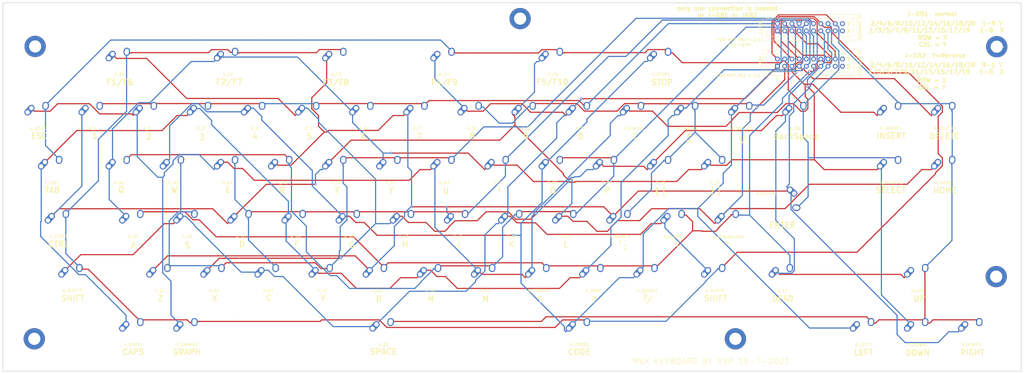
<source format=kicad_pcb>
(kicad_pcb (version 20171130) (host pcbnew 5.1.7-a382d34a8~88~ubuntu18.04.1)
  (layers (0 F.Cu signal) (31 B.Cu signal) (34 B.Paste user) (35 F.Paste user) (36 B.SilkS user) (37 F.SilkS user) (38 B.Mask user) (39 F.Mask user) (44 Edge.Cuts user))
  (net 0 "")
  (net 1 GND)
  (net 2 VCC)
  (net 3 "Net-(J-KB1-Pad20)")
  (net 4 col8)
  (net 5 col7)
  (net 6 col6)
  (net 7 col5)
  (net 8 col4)
  (net 9 col3)
  (net 10 col2)
  (net 11 col1)
  (net 12 col0)
  (net 13 "Net-(J-KB1-Pad19)")
  (net 14 "Net-(J-KB1-Pad17)")
  (net 15 row7)
  (net 16 row6)
  (net 17 row5)
  (net 18 row4)
  (net 19 row3)
  (net 20 row2)
  (net 21 row1)
  (net 22 row0)
  (net 23 "Net-(J-KB2-Pad20)")
  (net 24 "Net-(J-KB2-Pad19)")
  (net 25 "Net-(J-KB2-Pad17)")
  (module MountingHole:MountingHole_4.3mm_M4_DIN965_Pad (layer F.Cu) (at 199.0598 22.5552)
    (fp_text reference H6)
    (fp_text value MountingHole)
    (pad 1 thru_hole circle (at 0 0) (size 7.5 7.5) (drill 4.3) (layers *.Cu *.Mask))
  )
  (module MountingHole:MountingHole_4.3mm_M4_DIN965_Pad (layer F.Cu) (at 366.6236 113.4872)
    (fp_text reference H5)
    (fp_text value MountingHole)
    (pad 1 thru_hole circle (at 0 0) (size 7.5 7.5) (drill 4.3) (layers *.Cu *.Mask))
  )
  (module MountingHole:MountingHole_4.3mm_M4_DIN965_Pad (layer F.Cu) (at 274.828 135.4074)
    (fp_text reference H4)
    (fp_text value MountingHole)
    (pad 1 thru_hole circle (at 0 0) (size 7.5 7.5) (drill 4.3) (layers *.Cu *.Mask))
  )
  (module MountingHole:MountingHole_4.3mm_M4_DIN965_Pad (layer F.Cu) (at 28.067 135.4074)
    (fp_text reference H3)
    (fp_text value MountingHole)
    (pad 1 thru_hole circle (at 0 0) (size 7.5 7.5) (drill 4.3) (layers *.Cu *.Mask))
  )
  (module MountingHole:MountingHole_4.3mm_M4_DIN965_Pad (layer F.Cu) (at 28.3718 32.3596)
    (fp_text reference H2)
    (fp_text value MountingHole)
    (pad 1 thru_hole circle (at 0 0) (size 7.5 7.5) (drill 4.3) (layers *.Cu *.Mask))
  )
  (module MountingHole:MountingHole_4.3mm_M4_DIN965_Pad (layer F.Cu) (at 366.8014 32.4612)
    (fp_text reference H1)
    (fp_text value MountingHole)
    (pad 1 thru_hole circle (at 0 0) (size 7.5 7.5) (drill 4.3) (layers *.Cu *.Mask))
  )
  (module Connector_IDC:IDC-Header_2x10_P2.54mm_Vertical (layer F.Cu) (at 289.636 39.3446 90)
    (fp_text reference J-KB2 (at 1.27 -6.1 90) (layer F.SilkS))
    (fp_text value "Keyboard XY" (at 1.27 28.96 90) (layer F.SilkS))
    (pad 20 thru_hole circle (at 2.54 22.86 90) (size 1.7 1.7) (drill 1) (layers *.Cu *.Mask) (net 23 "Net-(J-KB2-Pad20)"))
    (pad 18 thru_hole circle (at 2.54 20.32 90) (size 1.7 1.7) (drill 1) (layers *.Cu *.Mask) (net 12 col0))
    (pad 16 thru_hole circle (at 2.54 17.78 90) (size 1.7 1.7) (drill 1) (layers *.Cu *.Mask) (net 11 col1))
    (pad 14 thru_hole circle (at 2.54 15.24 90) (size 1.7 1.7) (drill 1) (layers *.Cu *.Mask) (net 10 col2))
    (pad 12 thru_hole circle (at 2.54 12.7 90) (size 1.7 1.7) (drill 1) (layers *.Cu *.Mask) (net 9 col3))
    (pad 10 thru_hole circle (at 2.54 10.16 90) (size 1.7 1.7) (drill 1) (layers *.Cu *.Mask) (net 8 col4))
    (pad 8 thru_hole circle (at 2.54 7.62 90) (size 1.7 1.7) (drill 1) (layers *.Cu *.Mask) (net 7 col5))
    (pad 6 thru_hole circle (at 2.54 5.08 90) (size 1.7 1.7) (drill 1) (layers *.Cu *.Mask) (net 6 col6))
    (pad 4 thru_hole circle (at 2.54 2.54 90) (size 1.7 1.7) (drill 1) (layers *.Cu *.Mask) (net 5 col7))
    (pad 2 thru_hole circle (at 2.54 0 90) (size 1.7 1.7) (drill 1) (layers *.Cu *.Mask) (net 4 col8))
    (pad 19 thru_hole circle (at 0 22.86 90) (size 1.7 1.7) (drill 1) (layers *.Cu *.Mask) (net 24 "Net-(J-KB2-Pad19)"))
    (pad 17 thru_hole circle (at 0 20.32 90) (size 1.7 1.7) (drill 1) (layers *.Cu *.Mask) (net 25 "Net-(J-KB2-Pad17)"))
    (pad 15 thru_hole circle (at 0 17.78 90) (size 1.7 1.7) (drill 1) (layers *.Cu *.Mask) (net 15 row7))
    (pad 13 thru_hole circle (at 0 15.24 90) (size 1.7 1.7) (drill 1) (layers *.Cu *.Mask) (net 16 row6))
    (pad 11 thru_hole circle (at 0 12.7 90) (size 1.7 1.7) (drill 1) (layers *.Cu *.Mask) (net 17 row5))
    (pad 9 thru_hole circle (at 0 10.16 90) (size 1.7 1.7) (drill 1) (layers *.Cu *.Mask) (net 18 row4))
    (pad 7 thru_hole circle (at 0 7.62 90) (size 1.7 1.7) (drill 1) (layers *.Cu *.Mask) (net 19 row3))
    (pad 5 thru_hole circle (at 0 5.08 90) (size 1.7 1.7) (drill 1) (layers *.Cu *.Mask) (net 20 row2))
    (pad 3 thru_hole circle (at 0 2.54 90) (size 1.7 1.7) (drill 1) (layers *.Cu *.Mask) (net 21 row1))
    (pad 1 thru_hole roundrect (at 0 0 90) (size 1.7 1.7) (drill 1) (layers *.Cu *.Mask) (roundrect_rratio 0.147059) (net 22 row0))
  )
  (module Connector_IDC:IDC-Header_2x10_P2.54mm_Vertical (layer F.Cu) (at 289.636 26.8732 90)
    (fp_text reference J-KB1 (at 1.27 -6.1 90) (layer F.SilkS))
    (fp_text value "Keyboard XY" (at 1.27 28.96 90) (layer F.SilkS))
    (pad 20 thru_hole circle (at 2.54 22.86 90) (size 1.7 1.7) (drill 1) (layers *.Cu *.Mask) (net 3 "Net-(J-KB1-Pad20)"))
    (pad 18 thru_hole circle (at 2.54 20.32 90) (size 1.7 1.7) (drill 1) (layers *.Cu *.Mask) (net 4 col8))
    (pad 16 thru_hole circle (at 2.54 17.78 90) (size 1.7 1.7) (drill 1) (layers *.Cu *.Mask) (net 5 col7))
    (pad 14 thru_hole circle (at 2.54 15.24 90) (size 1.7 1.7) (drill 1) (layers *.Cu *.Mask) (net 6 col6))
    (pad 12 thru_hole circle (at 2.54 12.7 90) (size 1.7 1.7) (drill 1) (layers *.Cu *.Mask) (net 7 col5))
    (pad 10 thru_hole circle (at 2.54 10.16 90) (size 1.7 1.7) (drill 1) (layers *.Cu *.Mask) (net 8 col4))
    (pad 8 thru_hole circle (at 2.54 7.62 90) (size 1.7 1.7) (drill 1) (layers *.Cu *.Mask) (net 9 col3))
    (pad 6 thru_hole circle (at 2.54 5.08 90) (size 1.7 1.7) (drill 1) (layers *.Cu *.Mask) (net 10 col2))
    (pad 4 thru_hole circle (at 2.54 2.54 90) (size 1.7 1.7) (drill 1) (layers *.Cu *.Mask) (net 11 col1))
    (pad 2 thru_hole circle (at 2.54 0 90) (size 1.7 1.7) (drill 1) (layers *.Cu *.Mask) (net 12 col0))
    (pad 19 thru_hole circle (at 0 22.86 90) (size 1.7 1.7) (drill 1) (layers *.Cu *.Mask) (net 13 "Net-(J-KB1-Pad19)"))
    (pad 17 thru_hole circle (at 0 20.32 90) (size 1.7 1.7) (drill 1) (layers *.Cu *.Mask) (net 14 "Net-(J-KB1-Pad17)"))
    (pad 15 thru_hole circle (at 0 17.78 90) (size 1.7 1.7) (drill 1) (layers *.Cu *.Mask) (net 15 row7))
    (pad 13 thru_hole circle (at 0 15.24 90) (size 1.7 1.7) (drill 1) (layers *.Cu *.Mask) (net 16 row6))
    (pad 11 thru_hole circle (at 0 12.7 90) (size 1.7 1.7) (drill 1) (layers *.Cu *.Mask) (net 17 row5))
    (pad 9 thru_hole circle (at 0 10.16 90) (size 1.7 1.7) (drill 1) (layers *.Cu *.Mask) (net 18 row4))
    (pad 7 thru_hole circle (at 0 7.62 90) (size 1.7 1.7) (drill 1) (layers *.Cu *.Mask) (net 19 row3))
    (pad 5 thru_hole circle (at 0 5.08 90) (size 1.7 1.7) (drill 1) (layers *.Cu *.Mask) (net 20 row2))
    (pad 3 thru_hole circle (at 0 2.54 90) (size 1.7 1.7) (drill 1) (layers *.Cu *.Mask) (net 21 row1))
    (pad 1 thru_hole roundrect (at 0 0 90) (size 1.7 1.7) (drill 1) (layers *.Cu *.Mask) (roundrect_rratio 0.147059) (net 22 row0))
  )
  (module MX_Alps_Hybrid:MX-1U-NoLED (layer F.Cu) (at 220.025 134.3)
    (fp_text reference K_CODE1 (at 0 3.175) (layer F.SilkS))
    (fp_text value KEYSW)
    (pad "" np_thru_hole circle (at 5.08 0 48.0996) (size 1.75 1.75) (drill 1.75) (layers *.Cu *.Mask))
    (pad "" np_thru_hole circle (at -5.08 0 48.0996) (size 1.75 1.75) (drill 1.75) (layers *.Cu *.Mask))
    (pad 1 thru_hole circle (at -2.5 -4) (size 2.25 2.25) (drill 1.47) (layers *.Cu B.Mask) (net 18 row4))
    (pad "" np_thru_hole circle (at 0 0) (size 3.9878 3.9878) (drill 3.9878) (layers *.Cu *.Mask))
    (pad 1 thru_hole oval (at -3.81 -2.54 48.0996) (size 4.211556 2.25) (drill 1.47 (offset 0.980778 0)) (layers *.Cu B.Mask) (net 18 row4))
    (pad 2 thru_hole circle (at 2.54 -5.08) (size 2.25 2.25) (drill 1.47) (layers *.Cu B.Mask) (net 6 col6))
    (pad 2 thru_hole oval (at 2.5 -4.5 86.0548) (size 2.831378 2.25) (drill 1.47 (offset 0.290689 0)) (layers *.Cu B.Mask) (net 6 col6))
  )
  (module MX_Alps_Hybrid:MX-1U-NoLED (layer F.Cu) (at 29.525 58.1)
    (fp_text reference K_ESC1 (at 0 3.175) (layer F.SilkS))
    (fp_text value KEYSW)
    (pad "" np_thru_hole circle (at 5.08 0 48.0996) (size 1.75 1.75) (drill 1.75) (layers *.Cu *.Mask))
    (pad "" np_thru_hole circle (at -5.08 0 48.0996) (size 1.75 1.75) (drill 1.75) (layers *.Cu *.Mask))
    (pad 1 thru_hole circle (at -2.5 -4) (size 2.25 2.25) (drill 1.47) (layers *.Cu B.Mask) (net 20 row2))
    (pad "" np_thru_hole circle (at 0 0) (size 3.9878 3.9878) (drill 3.9878) (layers *.Cu *.Mask))
    (pad 1 thru_hole oval (at -3.81 -2.54 48.0996) (size 4.211556 2.25) (drill 1.47 (offset 0.980778 0)) (layers *.Cu B.Mask) (net 20 row2))
    (pad 2 thru_hole circle (at 2.54 -5.08) (size 2.25 2.25) (drill 1.47) (layers *.Cu B.Mask) (net 5 col7))
    (pad 2 thru_hole oval (at 2.5 -4.5 86.0548) (size 2.831378 2.25) (drill 1.47 (offset 0.290689 0)) (layers *.Cu B.Mask) (net 5 col7))
  )
  (module MX_Alps_Hybrid:MX-1U-NoLED (layer F.Cu) (at 239.075 58.1)
    (fp_text reference K_MINUS1 (at 0 3.175) (layer F.SilkS))
    (fp_text value KEYSW)
    (pad "" np_thru_hole circle (at 5.08 0 48.0996) (size 1.75 1.75) (drill 1.75) (layers *.Cu *.Mask))
    (pad "" np_thru_hole circle (at -5.08 0 48.0996) (size 1.75 1.75) (drill 1.75) (layers *.Cu *.Mask))
    (pad 1 thru_hole circle (at -2.5 -4) (size 2.25 2.25) (drill 1.47) (layers *.Cu B.Mask) (net 20 row2))
    (pad "" np_thru_hole circle (at 0 0) (size 3.9878 3.9878) (drill 3.9878) (layers *.Cu *.Mask))
    (pad 1 thru_hole oval (at -3.81 -2.54 48.0996) (size 4.211556 2.25) (drill 1.47 (offset 0.980778 0)) (layers *.Cu B.Mask) (net 20 row2))
    (pad 2 thru_hole circle (at 2.54 -5.08) (size 2.25 2.25) (drill 1.47) (layers *.Cu B.Mask) (net 11 col1))
    (pad 2 thru_hole oval (at 2.5 -4.5 86.0548) (size 2.831378 2.25) (drill 1.47 (offset 0.290689 0)) (layers *.Cu B.Mask) (net 11 col1))
  )
  (module MX_Alps_Hybrid:MX-1U-NoLED (layer F.Cu) (at 258.125 58.1)
    (fp_text reference K_EQUAL1 (at 0 3.175) (layer F.SilkS))
    (fp_text value KEYSW)
    (pad "" np_thru_hole circle (at 5.08 0 48.0996) (size 1.75 1.75) (drill 1.75) (layers *.Cu *.Mask))
    (pad "" np_thru_hole circle (at -5.08 0 48.0996) (size 1.75 1.75) (drill 1.75) (layers *.Cu *.Mask))
    (pad 1 thru_hole circle (at -2.5 -4) (size 2.25 2.25) (drill 1.47) (layers *.Cu B.Mask) (net 19 row3))
    (pad "" np_thru_hole circle (at 0 0) (size 3.9878 3.9878) (drill 3.9878) (layers *.Cu *.Mask))
    (pad 1 thru_hole oval (at -3.81 -2.54 48.0996) (size 4.211556 2.25) (drill 1.47 (offset 0.980778 0)) (layers *.Cu B.Mask) (net 19 row3))
    (pad 2 thru_hole circle (at 2.54 -5.08) (size 2.25 2.25) (drill 1.47) (layers *.Cu B.Mask) (net 11 col1))
    (pad 2 thru_hole oval (at 2.5 -4.5 86.0548) (size 2.831378 2.25) (drill 1.47 (offset 0.290689 0)) (layers *.Cu B.Mask) (net 11 col1))
  )
  (module MX_Alps_Hybrid:MX-1U-NoLED (layer F.Cu) (at 277.175 58.1)
    (fp_text reference K_BSLSH1 (at 0 3.175) (layer F.SilkS))
    (fp_text value KEYSW)
    (pad "" np_thru_hole circle (at 5.08 0 48.0996) (size 1.75 1.75) (drill 1.75) (layers *.Cu *.Mask))
    (pad "" np_thru_hole circle (at -5.08 0 48.0996) (size 1.75 1.75) (drill 1.75) (layers *.Cu *.Mask))
    (pad 1 thru_hole circle (at -2.5 -4) (size 2.25 2.25) (drill 1.47) (layers *.Cu B.Mask) (net 18 row4))
    (pad "" np_thru_hole circle (at 0 0) (size 3.9878 3.9878) (drill 3.9878) (layers *.Cu *.Mask))
    (pad 1 thru_hole oval (at -3.81 -2.54 48.0996) (size 4.211556 2.25) (drill 1.47 (offset 0.980778 0)) (layers *.Cu B.Mask) (net 18 row4))
    (pad 2 thru_hole circle (at 2.54 -5.08) (size 2.25 2.25) (drill 1.47) (layers *.Cu B.Mask) (net 11 col1))
    (pad 2 thru_hole oval (at 2.5 -4.5 86.0548) (size 2.831378 2.25) (drill 1.47 (offset 0.290689 0)) (layers *.Cu B.Mask) (net 11 col1))
  )
  (module MX_Alps_Hybrid:MX-1U-NoLED (layer F.Cu) (at 296.225 58.1)
    (fp_text reference K_BS1 (at 0 3.175) (layer F.SilkS))
    (fp_text value KEYSW)
    (pad "" np_thru_hole circle (at 5.08 0 48.0996) (size 1.75 1.75) (drill 1.75) (layers *.Cu *.Mask))
    (pad "" np_thru_hole circle (at -5.08 0 48.0996) (size 1.75 1.75) (drill 1.75) (layers *.Cu *.Mask))
    (pad 1 thru_hole circle (at -2.5 -4) (size 2.25 2.25) (drill 1.47) (layers *.Cu B.Mask) (net 17 row5))
    (pad "" np_thru_hole circle (at 0 0) (size 3.9878 3.9878) (drill 3.9878) (layers *.Cu *.Mask))
    (pad 1 thru_hole oval (at -3.81 -2.54 48.0996) (size 4.211556 2.25) (drill 1.47 (offset 0.980778 0)) (layers *.Cu B.Mask) (net 17 row5))
    (pad 2 thru_hole circle (at 2.54 -5.08) (size 2.25 2.25) (drill 1.47) (layers *.Cu B.Mask) (net 5 col7))
    (pad 2 thru_hole oval (at 2.5 -4.5 86.0548) (size 2.831378 2.25) (drill 1.47 (offset 0.290689 0)) (layers *.Cu B.Mask) (net 5 col7))
  )
  (module MX_Alps_Hybrid:MX-1U-NoLED (layer F.Cu) (at 329.562 58.1)
    (fp_text reference K_INSERT1 (at 0 3.175) (layer F.SilkS))
    (fp_text value KEYSW)
    (pad "" np_thru_hole circle (at 5.08 0 48.0996) (size 1.75 1.75) (drill 1.75) (layers *.Cu *.Mask))
    (pad "" np_thru_hole circle (at -5.08 0 48.0996) (size 1.75 1.75) (drill 1.75) (layers *.Cu *.Mask))
    (pad 1 thru_hole circle (at -2.5 -4) (size 2.25 2.25) (drill 1.47) (layers *.Cu B.Mask) (net 20 row2))
    (pad "" np_thru_hole circle (at 0 0) (size 3.9878 3.9878) (drill 3.9878) (layers *.Cu *.Mask))
    (pad 1 thru_hole oval (at -3.81 -2.54 48.0996) (size 4.211556 2.25) (drill 1.47 (offset 0.980778 0)) (layers *.Cu B.Mask) (net 20 row2))
    (pad 2 thru_hole circle (at 2.54 -5.08) (size 2.25 2.25) (drill 1.47) (layers *.Cu B.Mask) (net 4 col8))
    (pad 2 thru_hole oval (at 2.5 -4.5 86.0548) (size 2.831378 2.25) (drill 1.47 (offset 0.290689 0)) (layers *.Cu B.Mask) (net 4 col8))
  )
  (module MX_Alps_Hybrid:MX-1U-NoLED (layer F.Cu) (at 348.612 58.1)
    (fp_text reference K_DELETE1 (at 0 3.175) (layer F.SilkS))
    (fp_text value KEYSW)
    (pad "" np_thru_hole circle (at 5.08 0 48.0996) (size 1.75 1.75) (drill 1.75) (layers *.Cu *.Mask))
    (pad "" np_thru_hole circle (at -5.08 0 48.0996) (size 1.75 1.75) (drill 1.75) (layers *.Cu *.Mask))
    (pad 1 thru_hole circle (at -2.5 -4) (size 2.25 2.25) (drill 1.47) (layers *.Cu B.Mask) (net 19 row3))
    (pad "" np_thru_hole circle (at 0 0) (size 3.9878 3.9878) (drill 3.9878) (layers *.Cu *.Mask))
    (pad 1 thru_hole oval (at -3.81 -2.54 48.0996) (size 4.211556 2.25) (drill 1.47 (offset 0.980778 0)) (layers *.Cu B.Mask) (net 19 row3))
    (pad 2 thru_hole circle (at 2.54 -5.08) (size 2.25 2.25) (drill 1.47) (layers *.Cu B.Mask) (net 4 col8))
    (pad 2 thru_hole oval (at 2.5 -4.5 86.0548) (size 2.831378 2.25) (drill 1.47 (offset 0.290689 0)) (layers *.Cu B.Mask) (net 4 col8))
  )
  (module MX_Alps_Hybrid:MX-1U-NoLED (layer F.Cu) (at 58.1 77.15)
    (fp_text reference K_Q1 (at 0 3.175) (layer F.SilkS))
    (fp_text value KEYSW)
    (pad "" np_thru_hole circle (at 5.08 0 48.0996) (size 1.75 1.75) (drill 1.75) (layers *.Cu *.Mask))
    (pad "" np_thru_hole circle (at -5.08 0 48.0996) (size 1.75 1.75) (drill 1.75) (layers *.Cu *.Mask))
    (pad 1 thru_hole circle (at -2.5 -4) (size 2.25 2.25) (drill 1.47) (layers *.Cu B.Mask) (net 16 row6))
    (pad "" np_thru_hole circle (at 0 0) (size 3.9878 3.9878) (drill 3.9878) (layers *.Cu *.Mask))
    (pad 1 thru_hole oval (at -3.81 -2.54 48.0996) (size 4.211556 2.25) (drill 1.47 (offset 0.980778 0)) (layers *.Cu B.Mask) (net 16 row6))
    (pad 2 thru_hole circle (at 2.54 -5.08) (size 2.25 2.25) (drill 1.47) (layers *.Cu B.Mask) (net 8 col4))
    (pad 2 thru_hole oval (at 2.5 -4.5 86.0548) (size 2.831378 2.25) (drill 1.47 (offset 0.290689 0)) (layers *.Cu B.Mask) (net 8 col4))
  )
  (module MX_Alps_Hybrid:MX-1U-NoLED (layer F.Cu) (at 77.15 77.15)
    (fp_text reference K_W1 (at 0 3.175) (layer F.SilkS))
    (fp_text value KEYSW)
    (pad "" np_thru_hole circle (at 5.08 0 48.0996) (size 1.75 1.75) (drill 1.75) (layers *.Cu *.Mask))
    (pad "" np_thru_hole circle (at -5.08 0 48.0996) (size 1.75 1.75) (drill 1.75) (layers *.Cu *.Mask))
    (pad 1 thru_hole circle (at -2.5 -4) (size 2.25 2.25) (drill 1.47) (layers *.Cu B.Mask) (net 18 row4))
    (pad "" np_thru_hole circle (at 0 0) (size 3.9878 3.9878) (drill 3.9878) (layers *.Cu *.Mask))
    (pad 1 thru_hole oval (at -3.81 -2.54 48.0996) (size 4.211556 2.25) (drill 1.47 (offset 0.980778 0)) (layers *.Cu B.Mask) (net 18 row4))
    (pad 2 thru_hole circle (at 2.54 -5.08) (size 2.25 2.25) (drill 1.47) (layers *.Cu B.Mask) (net 7 col5))
    (pad 2 thru_hole oval (at 2.5 -4.5 86.0548) (size 2.831378 2.25) (drill 1.47 (offset 0.290689 0)) (layers *.Cu B.Mask) (net 7 col5))
  )
  (module MX_Alps_Hybrid:MX-1U-NoLED (layer F.Cu) (at 96.2 77.15)
    (fp_text reference K_E1 (at 0 3.175) (layer F.SilkS))
    (fp_text value KEYSW)
    (pad "" np_thru_hole circle (at 5.08 0 48.0996) (size 1.75 1.75) (drill 1.75) (layers *.Cu *.Mask))
    (pad "" np_thru_hole circle (at -5.08 0 48.0996) (size 1.75 1.75) (drill 1.75) (layers *.Cu *.Mask))
    (pad 1 thru_hole circle (at -2.5 -4) (size 2.25 2.25) (drill 1.47) (layers *.Cu B.Mask) (net 20 row2))
    (pad "" np_thru_hole circle (at 0 0) (size 3.9878 3.9878) (drill 3.9878) (layers *.Cu *.Mask))
    (pad 1 thru_hole oval (at -3.81 -2.54 48.0996) (size 4.211556 2.25) (drill 1.47 (offset 0.980778 0)) (layers *.Cu B.Mask) (net 20 row2))
    (pad 2 thru_hole circle (at 2.54 -5.08) (size 2.25 2.25) (drill 1.47) (layers *.Cu B.Mask) (net 9 col3))
    (pad 2 thru_hole oval (at 2.5 -4.5 86.0548) (size 2.831378 2.25) (drill 1.47 (offset 0.290689 0)) (layers *.Cu B.Mask) (net 9 col3))
  )
  (module MX_Alps_Hybrid:MX-1U-NoLED (layer F.Cu) (at 115.25 77.15)
    (fp_text reference K_R1 (at 0 3.175) (layer F.SilkS))
    (fp_text value KEYSW)
    (pad "" np_thru_hole circle (at 5.08 0 48.0996) (size 1.75 1.75) (drill 1.75) (layers *.Cu *.Mask))
    (pad "" np_thru_hole circle (at -5.08 0 48.0996) (size 1.75 1.75) (drill 1.75) (layers *.Cu *.Mask))
    (pad 1 thru_hole circle (at -2.5 -4) (size 2.25 2.25) (drill 1.47) (layers *.Cu B.Mask) (net 15 row7))
    (pad "" np_thru_hole circle (at 0 0) (size 3.9878 3.9878) (drill 3.9878) (layers *.Cu *.Mask))
    (pad 1 thru_hole oval (at -3.81 -2.54 48.0996) (size 4.211556 2.25) (drill 1.47 (offset 0.980778 0)) (layers *.Cu B.Mask) (net 15 row7))
    (pad 2 thru_hole circle (at 2.54 -5.08) (size 2.25 2.25) (drill 1.47) (layers *.Cu B.Mask) (net 8 col4))
    (pad 2 thru_hole oval (at 2.5 -4.5 86.0548) (size 2.831378 2.25) (drill 1.47 (offset 0.290689 0)) (layers *.Cu B.Mask) (net 8 col4))
  )
  (module MX_Alps_Hybrid:MX-1U-NoLED (layer F.Cu) (at 134.3 77.15)
    (fp_text reference K_T1 (at 0 3.175) (layer F.SilkS))
    (fp_text value KEYSW)
    (pad "" np_thru_hole circle (at 5.08 0 48.0996) (size 1.75 1.75) (drill 1.75) (layers *.Cu *.Mask))
    (pad "" np_thru_hole circle (at -5.08 0 48.0996) (size 1.75 1.75) (drill 1.75) (layers *.Cu *.Mask))
    (pad 1 thru_hole circle (at -2.5 -4) (size 2.25 2.25) (drill 1.47) (layers *.Cu B.Mask) (net 21 row1))
    (pad "" np_thru_hole circle (at 0 0) (size 3.9878 3.9878) (drill 3.9878) (layers *.Cu *.Mask))
    (pad 1 thru_hole oval (at -3.81 -2.54 48.0996) (size 4.211556 2.25) (drill 1.47 (offset 0.980778 0)) (layers *.Cu B.Mask) (net 21 row1))
    (pad 2 thru_hole circle (at 2.54 -5.08) (size 2.25 2.25) (drill 1.47) (layers *.Cu B.Mask) (net 7 col5))
    (pad 2 thru_hole oval (at 2.5 -4.5 86.0548) (size 2.831378 2.25) (drill 1.47 (offset 0.290689 0)) (layers *.Cu B.Mask) (net 7 col5))
  )
  (module MX_Alps_Hybrid:MX-1U-NoLED (layer F.Cu) (at 153.35 77.15)
    (fp_text reference K_Y1 (at 0 3.175) (layer F.SilkS))
    (fp_text value KEYSW)
    (pad "" np_thru_hole circle (at 5.08 0 48.0996) (size 1.75 1.75) (drill 1.75) (layers *.Cu *.Mask))
    (pad "" np_thru_hole circle (at -5.08 0 48.0996) (size 1.75 1.75) (drill 1.75) (layers *.Cu *.Mask))
    (pad 1 thru_hole circle (at -2.5 -4) (size 2.25 2.25) (drill 1.47) (layers *.Cu B.Mask) (net 16 row6))
    (pad "" np_thru_hole circle (at 0 0) (size 3.9878 3.9878) (drill 3.9878) (layers *.Cu *.Mask))
    (pad 1 thru_hole oval (at -3.81 -2.54 48.0996) (size 4.211556 2.25) (drill 1.47 (offset 0.980778 0)) (layers *.Cu B.Mask) (net 16 row6))
    (pad 2 thru_hole circle (at 2.54 -5.08) (size 2.25 2.25) (drill 1.47) (layers *.Cu B.Mask) (net 7 col5))
    (pad 2 thru_hole oval (at 2.5 -4.5 86.0548) (size 2.831378 2.25) (drill 1.47 (offset 0.290689 0)) (layers *.Cu B.Mask) (net 7 col5))
  )
  (module MX_Alps_Hybrid:MX-1U-NoLED (layer F.Cu) (at 172.4 77.15)
    (fp_text reference K_U1 (at 0 3.175) (layer F.SilkS))
    (fp_text value KEYSW)
    (pad "" np_thru_hole circle (at 5.08 0 48.0996) (size 1.75 1.75) (drill 1.75) (layers *.Cu *.Mask))
    (pad "" np_thru_hole circle (at -5.08 0 48.0996) (size 1.75 1.75) (drill 1.75) (layers *.Cu *.Mask))
    (pad 1 thru_hole circle (at -2.5 -4) (size 2.25 2.25) (drill 1.47) (layers *.Cu B.Mask) (net 20 row2))
    (pad "" np_thru_hole circle (at 0 0) (size 3.9878 3.9878) (drill 3.9878) (layers *.Cu *.Mask))
    (pad 1 thru_hole oval (at -3.81 -2.54 48.0996) (size 4.211556 2.25) (drill 1.47 (offset 0.980778 0)) (layers *.Cu B.Mask) (net 20 row2))
    (pad 2 thru_hole circle (at 2.54 -5.08) (size 2.25 2.25) (drill 1.47) (layers *.Cu B.Mask) (net 7 col5))
    (pad 2 thru_hole oval (at 2.5 -4.5 86.0548) (size 2.831378 2.25) (drill 1.47 (offset 0.290689 0)) (layers *.Cu B.Mask) (net 7 col5))
  )
  (module MX_Alps_Hybrid:MX-1U-NoLED (layer F.Cu) (at 191.45 77.15)
    (fp_text reference K_I1 (at 0 3.175) (layer F.SilkS))
    (fp_text value KEYSW)
    (pad "" np_thru_hole circle (at 5.08 0 48.0996) (size 1.75 1.75) (drill 1.75) (layers *.Cu *.Mask))
    (pad "" np_thru_hole circle (at -5.08 0 48.0996) (size 1.75 1.75) (drill 1.75) (layers *.Cu *.Mask))
    (pad 1 thru_hole circle (at -2.5 -4) (size 2.25 2.25) (drill 1.47) (layers *.Cu B.Mask) (net 16 row6))
    (pad "" np_thru_hole circle (at 0 0) (size 3.9878 3.9878) (drill 3.9878) (layers *.Cu *.Mask))
    (pad 1 thru_hole oval (at -3.81 -2.54 48.0996) (size 4.211556 2.25) (drill 1.47 (offset 0.980778 0)) (layers *.Cu B.Mask) (net 16 row6))
    (pad 2 thru_hole circle (at 2.54 -5.08) (size 2.25 2.25) (drill 1.47) (layers *.Cu B.Mask) (net 9 col3))
    (pad 2 thru_hole oval (at 2.5 -4.5 86.0548) (size 2.831378 2.25) (drill 1.47 (offset 0.290689 0)) (layers *.Cu B.Mask) (net 9 col3))
  )
  (module MX_Alps_Hybrid:MX-1U-NoLED (layer F.Cu) (at 210.5 77.15)
    (fp_text reference K_O1 (at 0 3.175) (layer F.SilkS))
    (fp_text value KEYSW)
    (pad "" np_thru_hole circle (at 5.08 0 48.0996) (size 1.75 1.75) (drill 1.75) (layers *.Cu *.Mask))
    (pad "" np_thru_hole circle (at -5.08 0 48.0996) (size 1.75 1.75) (drill 1.75) (layers *.Cu *.Mask))
    (pad 1 thru_hole circle (at -2.5 -4) (size 2.25 2.25) (drill 1.47) (layers *.Cu B.Mask) (net 18 row4))
    (pad "" np_thru_hole circle (at 0 0) (size 3.9878 3.9878) (drill 3.9878) (layers *.Cu *.Mask))
    (pad 1 thru_hole oval (at -3.81 -2.54 48.0996) (size 4.211556 2.25) (drill 1.47 (offset 0.980778 0)) (layers *.Cu B.Mask) (net 18 row4))
    (pad 2 thru_hole circle (at 2.54 -5.08) (size 2.25 2.25) (drill 1.47) (layers *.Cu B.Mask) (net 8 col4))
    (pad 2 thru_hole oval (at 2.5 -4.5 86.0548) (size 2.831378 2.25) (drill 1.47 (offset 0.290689 0)) (layers *.Cu B.Mask) (net 8 col4))
  )
  (module MX_Alps_Hybrid:MX-1U-NoLED (layer F.Cu) (at 229.55 77.15)
    (fp_text reference K_P1 (at 0 3.175) (layer F.SilkS))
    (fp_text value KEYSW)
    (pad "" np_thru_hole circle (at 5.08 0 48.0996) (size 1.75 1.75) (drill 1.75) (layers *.Cu *.Mask))
    (pad "" np_thru_hole circle (at -5.08 0 48.0996) (size 1.75 1.75) (drill 1.75) (layers *.Cu *.Mask))
    (pad 1 thru_hole circle (at -2.5 -4) (size 2.25 2.25) (drill 1.47) (layers *.Cu B.Mask) (net 17 row5))
    (pad "" np_thru_hole circle (at 0 0) (size 3.9878 3.9878) (drill 3.9878) (layers *.Cu *.Mask))
    (pad 1 thru_hole oval (at -3.81 -2.54 48.0996) (size 4.211556 2.25) (drill 1.47 (offset 0.980778 0)) (layers *.Cu B.Mask) (net 17 row5))
    (pad 2 thru_hole circle (at 2.54 -5.08) (size 2.25 2.25) (drill 1.47) (layers *.Cu B.Mask) (net 8 col4))
    (pad 2 thru_hole oval (at 2.5 -4.5 86.0548) (size 2.831378 2.25) (drill 1.47 (offset 0.290689 0)) (layers *.Cu B.Mask) (net 8 col4))
  )
  (module MX_Alps_Hybrid:MX-1U-NoLED (layer F.Cu) (at 248.6 77.15)
    (fp_text reference K_[1 (at 0 3.175) (layer F.SilkS))
    (fp_text value KEYSW)
    (pad "" np_thru_hole circle (at 5.08 0 48.0996) (size 1.75 1.75) (drill 1.75) (layers *.Cu *.Mask))
    (pad "" np_thru_hole circle (at -5.08 0 48.0996) (size 1.75 1.75) (drill 1.75) (layers *.Cu *.Mask))
    (pad 1 thru_hole circle (at -2.5 -4) (size 2.25 2.25) (drill 1.47) (layers *.Cu B.Mask) (net 17 row5))
    (pad "" np_thru_hole circle (at 0 0) (size 3.9878 3.9878) (drill 3.9878) (layers *.Cu *.Mask))
    (pad 1 thru_hole oval (at -3.81 -2.54 48.0996) (size 4.211556 2.25) (drill 1.47 (offset 0.980778 0)) (layers *.Cu B.Mask) (net 17 row5))
    (pad 2 thru_hole circle (at 2.54 -5.08) (size 2.25 2.25) (drill 1.47) (layers *.Cu B.Mask) (net 11 col1))
    (pad 2 thru_hole oval (at 2.5 -4.5 86.0548) (size 2.831378 2.25) (drill 1.47 (offset 0.290689 0)) (layers *.Cu B.Mask) (net 11 col1))
  )
  (module MX_Alps_Hybrid:MX-1U-NoLED (layer F.Cu) (at 267.65 77.15)
    (fp_text reference K_]1 (at 0 3.175) (layer F.SilkS))
    (fp_text value KEYSW)
    (pad "" np_thru_hole circle (at 5.08 0 48.0996) (size 1.75 1.75) (drill 1.75) (layers *.Cu *.Mask))
    (pad "" np_thru_hole circle (at -5.08 0 48.0996) (size 1.75 1.75) (drill 1.75) (layers *.Cu *.Mask))
    (pad 1 thru_hole circle (at -2.5 -4) (size 2.25 2.25) (drill 1.47) (layers *.Cu B.Mask) (net 16 row6))
    (pad "" np_thru_hole circle (at 0 0) (size 3.9878 3.9878) (drill 3.9878) (layers *.Cu *.Mask))
    (pad 1 thru_hole oval (at -3.81 -2.54 48.0996) (size 4.211556 2.25) (drill 1.47 (offset 0.980778 0)) (layers *.Cu B.Mask) (net 16 row6))
    (pad 2 thru_hole circle (at 2.54 -5.08) (size 2.25 2.25) (drill 1.47) (layers *.Cu B.Mask) (net 11 col1))
    (pad 2 thru_hole oval (at 2.5 -4.5 86.0548) (size 2.831378 2.25) (drill 1.47 (offset 0.290689 0)) (layers *.Cu B.Mask) (net 11 col1))
  )
  (module MX_Alps_Hybrid:MX-1U-NoLED (layer F.Cu) (at 329.55 77.15)
    (fp_text reference K_SELECT1 (at 0 3.175) (layer F.SilkS))
    (fp_text value KEYSW)
    (pad "" np_thru_hole circle (at 5.08 0 48.0996) (size 1.75 1.75) (drill 1.75) (layers *.Cu *.Mask))
    (pad "" np_thru_hole circle (at -5.08 0 48.0996) (size 1.75 1.75) (drill 1.75) (layers *.Cu *.Mask))
    (pad 1 thru_hole circle (at -2.5 -4) (size 2.25 2.25) (drill 1.47) (layers *.Cu B.Mask) (net 16 row6))
    (pad "" np_thru_hole circle (at 0 0) (size 3.9878 3.9878) (drill 3.9878) (layers *.Cu *.Mask))
    (pad 1 thru_hole oval (at -3.81 -2.54 48.0996) (size 4.211556 2.25) (drill 1.47 (offset 0.980778 0)) (layers *.Cu B.Mask) (net 16 row6))
    (pad 2 thru_hole circle (at 2.54 -5.08) (size 2.25 2.25) (drill 1.47) (layers *.Cu B.Mask) (net 5 col7))
    (pad 2 thru_hole oval (at 2.5 -4.5 86.0548) (size 2.831378 2.25) (drill 1.47 (offset 0.290689 0)) (layers *.Cu B.Mask) (net 5 col7))
  )
  (module MX_Alps_Hybrid:MX-1U-NoLED (layer F.Cu) (at 348.6 77.15)
    (fp_text reference K_HOME1 (at 0 3.175) (layer F.SilkS))
    (fp_text value KEYSW)
    (pad "" np_thru_hole circle (at 5.08 0 48.0996) (size 1.75 1.75) (drill 1.75) (layers *.Cu *.Mask))
    (pad "" np_thru_hole circle (at -5.08 0 48.0996) (size 1.75 1.75) (drill 1.75) (layers *.Cu *.Mask))
    (pad 1 thru_hole circle (at -2.5 -4) (size 2.25 2.25) (drill 1.47) (layers *.Cu B.Mask) (net 21 row1))
    (pad "" np_thru_hole circle (at 0 0) (size 3.9878 3.9878) (drill 3.9878) (layers *.Cu *.Mask))
    (pad 1 thru_hole oval (at -3.81 -2.54 48.0996) (size 4.211556 2.25) (drill 1.47 (offset 0.980778 0)) (layers *.Cu B.Mask) (net 21 row1))
    (pad 2 thru_hole circle (at 2.54 -5.08) (size 2.25 2.25) (drill 1.47) (layers *.Cu B.Mask) (net 4 col8))
    (pad 2 thru_hole oval (at 2.5 -4.5 86.0548) (size 2.831378 2.25) (drill 1.47 (offset 0.290689 0)) (layers *.Cu B.Mask) (net 4 col8))
  )
  (module MX_Alps_Hybrid:MX-1U-NoLED (layer F.Cu) (at 62.8625 96.2)
    (fp_text reference K_A1 (at 0 3.175) (layer F.SilkS))
    (fp_text value KEYSW)
    (pad "" np_thru_hole circle (at 5.08 0 48.0996) (size 1.75 1.75) (drill 1.75) (layers *.Cu *.Mask))
    (pad "" np_thru_hole circle (at -5.08 0 48.0996) (size 1.75 1.75) (drill 1.75) (layers *.Cu *.Mask))
    (pad 1 thru_hole circle (at -2.5 -4) (size 2.25 2.25) (drill 1.47) (layers *.Cu B.Mask) (net 16 row6))
    (pad "" np_thru_hole circle (at 0 0) (size 3.9878 3.9878) (drill 3.9878) (layers *.Cu *.Mask))
    (pad 1 thru_hole oval (at -3.81 -2.54 48.0996) (size 4.211556 2.25) (drill 1.47 (offset 0.980778 0)) (layers *.Cu B.Mask) (net 16 row6))
    (pad 2 thru_hole circle (at 2.54 -5.08) (size 2.25 2.25) (drill 1.47) (layers *.Cu B.Mask) (net 10 col2))
    (pad 2 thru_hole oval (at 2.5 -4.5 86.0548) (size 2.831378 2.25) (drill 1.47 (offset 0.290689 0)) (layers *.Cu B.Mask) (net 10 col2))
  )
  (module MX_Alps_Hybrid:MX-1U-NoLED (layer F.Cu) (at 81.9125 96.2)
    (fp_text reference K_S1 (at 0 3.175) (layer F.SilkS))
    (fp_text value KEYSW)
    (pad "" np_thru_hole circle (at 5.08 0 48.0996) (size 1.75 1.75) (drill 1.75) (layers *.Cu *.Mask))
    (pad "" np_thru_hole circle (at -5.08 0 48.0996) (size 1.75 1.75) (drill 1.75) (layers *.Cu *.Mask))
    (pad 1 thru_hole circle (at -2.5 -4) (size 2.25 2.25) (drill 1.47) (layers *.Cu B.Mask) (net 22 row0))
    (pad "" np_thru_hole circle (at 0 0) (size 3.9878 3.9878) (drill 3.9878) (layers *.Cu *.Mask))
    (pad 1 thru_hole oval (at -3.81 -2.54 48.0996) (size 4.211556 2.25) (drill 1.47 (offset 0.980778 0)) (layers *.Cu B.Mask) (net 22 row0))
    (pad 2 thru_hole circle (at 2.54 -5.08) (size 2.25 2.25) (drill 1.47) (layers *.Cu B.Mask) (net 7 col5))
    (pad 2 thru_hole oval (at 2.5 -4.5 86.0548) (size 2.831378 2.25) (drill 1.47 (offset 0.290689 0)) (layers *.Cu B.Mask) (net 7 col5))
  )
  (module MX_Alps_Hybrid:MX-1U-NoLED (layer F.Cu) (at 100.962 96.2)
    (fp_text reference K_D1 (at 0 3.175) (layer F.SilkS))
    (fp_text value KEYSW)
    (pad "" np_thru_hole circle (at 5.08 0 48.0996) (size 1.75 1.75) (drill 1.75) (layers *.Cu *.Mask))
    (pad "" np_thru_hole circle (at -5.08 0 48.0996) (size 1.75 1.75) (drill 1.75) (layers *.Cu *.Mask))
    (pad 1 thru_hole circle (at -2.5 -4) (size 2.25 2.25) (drill 1.47) (layers *.Cu B.Mask) (net 21 row1))
    (pad "" np_thru_hole circle (at 0 0) (size 3.9878 3.9878) (drill 3.9878) (layers *.Cu *.Mask))
    (pad 1 thru_hole oval (at -3.81 -2.54 48.0996) (size 4.211556 2.25) (drill 1.47 (offset 0.980778 0)) (layers *.Cu B.Mask) (net 21 row1))
    (pad 2 thru_hole circle (at 2.54 -5.08) (size 2.25 2.25) (drill 1.47) (layers *.Cu B.Mask) (net 9 col3))
    (pad 2 thru_hole oval (at 2.5 -4.5 86.0548) (size 2.831378 2.25) (drill 1.47 (offset 0.290689 0)) (layers *.Cu B.Mask) (net 9 col3))
  )
  (module MX_Alps_Hybrid:MX-1U-NoLED (layer F.Cu) (at 120.012 96.2)
    (fp_text reference K_F6 (at 0 3.175) (layer F.SilkS))
    (fp_text value KEYSW)
    (pad "" np_thru_hole circle (at 5.08 0 48.0996) (size 1.75 1.75) (drill 1.75) (layers *.Cu *.Mask))
    (pad "" np_thru_hole circle (at -5.08 0 48.0996) (size 1.75 1.75) (drill 1.75) (layers *.Cu *.Mask))
    (pad 1 thru_hole circle (at -2.5 -4) (size 2.25 2.25) (drill 1.47) (layers *.Cu B.Mask) (net 19 row3))
    (pad "" np_thru_hole circle (at 0 0) (size 3.9878 3.9878) (drill 3.9878) (layers *.Cu *.Mask))
    (pad 1 thru_hole oval (at -3.81 -2.54 48.0996) (size 4.211556 2.25) (drill 1.47 (offset 0.980778 0)) (layers *.Cu B.Mask) (net 19 row3))
    (pad 2 thru_hole circle (at 2.54 -5.08) (size 2.25 2.25) (drill 1.47) (layers *.Cu B.Mask) (net 9 col3))
    (pad 2 thru_hole oval (at 2.5 -4.5 86.0548) (size 2.831378 2.25) (drill 1.47 (offset 0.290689 0)) (layers *.Cu B.Mask) (net 9 col3))
  )
  (module MX_Alps_Hybrid:MX-1U-NoLED (layer F.Cu) (at 139.062 96.2)
    (fp_text reference K_G1 (at 0 3.175) (layer F.SilkS))
    (fp_text value KEYSW)
    (pad "" np_thru_hole circle (at 5.08 0 48.0996) (size 1.75 1.75) (drill 1.75) (layers *.Cu *.Mask))
    (pad "" np_thru_hole circle (at -5.08 0 48.0996) (size 1.75 1.75) (drill 1.75) (layers *.Cu *.Mask))
    (pad 1 thru_hole circle (at -2.5 -4) (size 2.25 2.25) (drill 1.47) (layers *.Cu B.Mask) (net 18 row4))
    (pad "" np_thru_hole circle (at 0 0) (size 3.9878 3.9878) (drill 3.9878) (layers *.Cu *.Mask))
    (pad 1 thru_hole oval (at -3.81 -2.54 48.0996) (size 4.211556 2.25) (drill 1.47 (offset 0.980778 0)) (layers *.Cu B.Mask) (net 18 row4))
    (pad 2 thru_hole circle (at 2.54 -5.08) (size 2.25 2.25) (drill 1.47) (layers *.Cu B.Mask) (net 9 col3))
    (pad 2 thru_hole oval (at 2.5 -4.5 86.0548) (size 2.831378 2.25) (drill 1.47 (offset 0.290689 0)) (layers *.Cu B.Mask) (net 9 col3))
  )
  (module MX_Alps_Hybrid:MX-1U-NoLED (layer F.Cu) (at 158.112 96.2)
    (fp_text reference K_H1 (at 0 3.175) (layer F.SilkS))
    (fp_text value KEYSW)
    (pad "" np_thru_hole circle (at 5.08 0 48.0996) (size 1.75 1.75) (drill 1.75) (layers *.Cu *.Mask))
    (pad "" np_thru_hole circle (at -5.08 0 48.0996) (size 1.75 1.75) (drill 1.75) (layers *.Cu *.Mask))
    (pad 1 thru_hole circle (at -2.5 -4) (size 2.25 2.25) (drill 1.47) (layers *.Cu B.Mask) (net 17 row5))
    (pad "" np_thru_hole circle (at 0 0) (size 3.9878 3.9878) (drill 3.9878) (layers *.Cu *.Mask))
    (pad 1 thru_hole oval (at -3.81 -2.54 48.0996) (size 4.211556 2.25) (drill 1.47 (offset 0.980778 0)) (layers *.Cu B.Mask) (net 17 row5))
    (pad 2 thru_hole circle (at 2.54 -5.08) (size 2.25 2.25) (drill 1.47) (layers *.Cu B.Mask) (net 9 col3))
    (pad 2 thru_hole oval (at 2.5 -4.5 86.0548) (size 2.831378 2.25) (drill 1.47 (offset 0.290689 0)) (layers *.Cu B.Mask) (net 9 col3))
  )
  (module MX_Alps_Hybrid:MX-1U-NoLED (layer F.Cu) (at 177.162 96.2)
    (fp_text reference K_J1 (at 0 3.175) (layer F.SilkS))
    (fp_text value KEYSW)
    (pad "" np_thru_hole circle (at 5.08 0 48.0996) (size 1.75 1.75) (drill 1.75) (layers *.Cu *.Mask))
    (pad "" np_thru_hole circle (at -5.08 0 48.0996) (size 1.75 1.75) (drill 1.75) (layers *.Cu *.Mask))
    (pad 1 thru_hole circle (at -2.5 -4) (size 2.25 2.25) (drill 1.47) (layers *.Cu B.Mask) (net 15 row7))
    (pad "" np_thru_hole circle (at 0 0) (size 3.9878 3.9878) (drill 3.9878) (layers *.Cu *.Mask))
    (pad 1 thru_hole oval (at -3.81 -2.54 48.0996) (size 4.211556 2.25) (drill 1.47 (offset 0.980778 0)) (layers *.Cu B.Mask) (net 15 row7))
    (pad 2 thru_hole circle (at 2.54 -5.08) (size 2.25 2.25) (drill 1.47) (layers *.Cu B.Mask) (net 9 col3))
    (pad 2 thru_hole oval (at 2.5 -4.5 86.0548) (size 2.831378 2.25) (drill 1.47 (offset 0.290689 0)) (layers *.Cu B.Mask) (net 9 col3))
  )
  (module MX_Alps_Hybrid:MX-1U-NoLED (layer F.Cu) (at 196.212 96.2)
    (fp_text reference K_K1 (at 0 3.175) (layer F.SilkS))
    (fp_text value KEYSW)
    (pad "" np_thru_hole circle (at 5.08 0 48.0996) (size 1.75 1.75) (drill 1.75) (layers *.Cu *.Mask))
    (pad "" np_thru_hole circle (at -5.08 0 48.0996) (size 1.75 1.75) (drill 1.75) (layers *.Cu *.Mask))
    (pad 1 thru_hole circle (at -2.5 -4) (size 2.25 2.25) (drill 1.47) (layers *.Cu B.Mask) (net 22 row0))
    (pad "" np_thru_hole circle (at 0 0) (size 3.9878 3.9878) (drill 3.9878) (layers *.Cu *.Mask))
    (pad 1 thru_hole oval (at -3.81 -2.54 48.0996) (size 4.211556 2.25) (drill 1.47 (offset 0.980778 0)) (layers *.Cu B.Mask) (net 22 row0))
    (pad 2 thru_hole circle (at 2.54 -5.08) (size 2.25 2.25) (drill 1.47) (layers *.Cu B.Mask) (net 8 col4))
    (pad 2 thru_hole oval (at 2.5 -4.5 86.0548) (size 2.831378 2.25) (drill 1.47 (offset 0.290689 0)) (layers *.Cu B.Mask) (net 8 col4))
  )
  (module MX_Alps_Hybrid:MX-1U-NoLED (layer F.Cu) (at 215.262 96.2)
    (fp_text reference K_L1 (at 0 3.175) (layer F.SilkS))
    (fp_text value KEYSW)
    (pad "" np_thru_hole circle (at 5.08 0 48.0996) (size 1.75 1.75) (drill 1.75) (layers *.Cu *.Mask))
    (pad "" np_thru_hole circle (at -5.08 0 48.0996) (size 1.75 1.75) (drill 1.75) (layers *.Cu *.Mask))
    (pad 1 thru_hole circle (at -2.5 -4) (size 2.25 2.25) (drill 1.47) (layers *.Cu B.Mask) (net 21 row1))
    (pad "" np_thru_hole circle (at 0 0) (size 3.9878 3.9878) (drill 3.9878) (layers *.Cu *.Mask))
    (pad 1 thru_hole oval (at -3.81 -2.54 48.0996) (size 4.211556 2.25) (drill 1.47 (offset 0.980778 0)) (layers *.Cu B.Mask) (net 21 row1))
    (pad 2 thru_hole circle (at 2.54 -5.08) (size 2.25 2.25) (drill 1.47) (layers *.Cu B.Mask) (net 8 col4))
    (pad 2 thru_hole oval (at 2.5 -4.5 86.0548) (size 2.831378 2.25) (drill 1.47 (offset 0.290689 0)) (layers *.Cu B.Mask) (net 8 col4))
  )
  (module MX_Alps_Hybrid:MX-1U-NoLED (layer F.Cu) (at 234.312 96.2)
    (fp_text reference K_SEMIC1 (at 0 3.175) (layer F.SilkS))
    (fp_text value KEYSW)
    (pad "" np_thru_hole circle (at 5.08 0 48.0996) (size 1.75 1.75) (drill 1.75) (layers *.Cu *.Mask))
    (pad "" np_thru_hole circle (at -5.08 0 48.0996) (size 1.75 1.75) (drill 1.75) (layers *.Cu *.Mask))
    (pad 1 thru_hole circle (at -2.5 -4) (size 2.25 2.25) (drill 1.47) (layers *.Cu B.Mask) (net 15 row7))
    (pad "" np_thru_hole circle (at 0 0) (size 3.9878 3.9878) (drill 3.9878) (layers *.Cu *.Mask))
    (pad 1 thru_hole oval (at -3.81 -2.54 48.0996) (size 4.211556 2.25) (drill 1.47 (offset 0.980778 0)) (layers *.Cu B.Mask) (net 15 row7))
    (pad 2 thru_hole circle (at 2.54 -5.08) (size 2.25 2.25) (drill 1.47) (layers *.Cu B.Mask) (net 11 col1))
    (pad 2 thru_hole oval (at 2.5 -4.5 86.0548) (size 2.831378 2.25) (drill 1.47 (offset 0.290689 0)) (layers *.Cu B.Mask) (net 11 col1))
  )
  (module MX_Alps_Hybrid:MX-1U-NoLED (layer F.Cu) (at 253.362 96.2)
    (fp_text reference K_QUOTE1 (at 0 3.175) (layer F.SilkS))
    (fp_text value KEYSW)
    (pad "" np_thru_hole circle (at 5.08 0 48.0996) (size 1.75 1.75) (drill 1.75) (layers *.Cu *.Mask))
    (pad "" np_thru_hole circle (at -5.08 0 48.0996) (size 1.75 1.75) (drill 1.75) (layers *.Cu *.Mask))
    (pad 1 thru_hole circle (at -2.5 -4) (size 2.25 2.25) (drill 1.47) (layers *.Cu B.Mask) (net 22 row0))
    (pad "" np_thru_hole circle (at 0 0) (size 3.9878 3.9878) (drill 3.9878) (layers *.Cu *.Mask))
    (pad 1 thru_hole oval (at -3.81 -2.54 48.0996) (size 4.211556 2.25) (drill 1.47 (offset 0.980778 0)) (layers *.Cu B.Mask) (net 22 row0))
    (pad 2 thru_hole circle (at 2.54 -5.08) (size 2.25 2.25) (drill 1.47) (layers *.Cu B.Mask) (net 10 col2))
    (pad 2 thru_hole oval (at 2.5 -4.5 86.0548) (size 2.831378 2.25) (drill 1.47 (offset 0.290689 0)) (layers *.Cu B.Mask) (net 10 col2))
  )
  (module MX_Alps_Hybrid:MX-1U-NoLED (layer F.Cu) (at 272.412 96.2)
    (fp_text reference K_singlequote1 (at 0 3.175) (layer F.SilkS))
    (fp_text value KEYSW)
    (pad "" np_thru_hole circle (at 5.08 0 48.0996) (size 1.75 1.75) (drill 1.75) (layers *.Cu *.Mask))
    (pad "" np_thru_hole circle (at -5.08 0 48.0996) (size 1.75 1.75) (drill 1.75) (layers *.Cu *.Mask))
    (pad 1 thru_hole circle (at -2.5 -4) (size 2.25 2.25) (drill 1.47) (layers *.Cu B.Mask) (net 21 row1))
    (pad "" np_thru_hole circle (at 0 0) (size 3.9878 3.9878) (drill 3.9878) (layers *.Cu *.Mask))
    (pad 1 thru_hole oval (at -3.81 -2.54 48.0996) (size 4.211556 2.25) (drill 1.47 (offset 0.980778 0)) (layers *.Cu B.Mask) (net 21 row1))
    (pad 2 thru_hole circle (at 2.54 -5.08) (size 2.25 2.25) (drill 1.47) (layers *.Cu B.Mask) (net 10 col2))
    (pad 2 thru_hole oval (at 2.5 -4.5 86.0548) (size 2.831378 2.25) (drill 1.47 (offset 0.290689 0)) (layers *.Cu B.Mask) (net 10 col2))
  )
  (module MX_Alps_Hybrid:MX-1U-NoLED (layer F.Cu) (at 72.3875 115.25)
    (fp_text reference K_Z1 (at 0 3.175) (layer F.SilkS))
    (fp_text value KEYSW)
    (pad "" np_thru_hole circle (at 5.08 0 48.0996) (size 1.75 1.75) (drill 1.75) (layers *.Cu *.Mask))
    (pad "" np_thru_hole circle (at -5.08 0 48.0996) (size 1.75 1.75) (drill 1.75) (layers *.Cu *.Mask))
    (pad 1 thru_hole circle (at -2.5 -4) (size 2.25 2.25) (drill 1.47) (layers *.Cu B.Mask) (net 15 row7))
    (pad "" np_thru_hole circle (at 0 0) (size 3.9878 3.9878) (drill 3.9878) (layers *.Cu *.Mask))
    (pad 1 thru_hole oval (at -3.81 -2.54 48.0996) (size 4.211556 2.25) (drill 1.47 (offset 0.980778 0)) (layers *.Cu B.Mask) (net 15 row7))
    (pad 2 thru_hole circle (at 2.54 -5.08) (size 2.25 2.25) (drill 1.47) (layers *.Cu B.Mask) (net 7 col5))
    (pad 2 thru_hole oval (at 2.5 -4.5 86.0548) (size 2.831378 2.25) (drill 1.47 (offset 0.290689 0)) (layers *.Cu B.Mask) (net 7 col5))
  )
  (module MX_Alps_Hybrid:MX-1U-NoLED (layer F.Cu) (at 91.4375 115.25)
    (fp_text reference K_X1 (at 0 3.175) (layer F.SilkS))
    (fp_text value KEYSW)
    (pad "" np_thru_hole circle (at 5.08 0 48.0996) (size 1.75 1.75) (drill 1.75) (layers *.Cu *.Mask))
    (pad "" np_thru_hole circle (at -5.08 0 48.0996) (size 1.75 1.75) (drill 1.75) (layers *.Cu *.Mask))
    (pad 1 thru_hole circle (at -2.5 -4) (size 2.25 2.25) (drill 1.47) (layers *.Cu B.Mask) (net 17 row5))
    (pad "" np_thru_hole circle (at 0 0) (size 3.9878 3.9878) (drill 3.9878) (layers *.Cu *.Mask))
    (pad 1 thru_hole oval (at -3.81 -2.54 48.0996) (size 4.211556 2.25) (drill 1.47 (offset 0.980778 0)) (layers *.Cu B.Mask) (net 17 row5))
    (pad 2 thru_hole circle (at 2.54 -5.08) (size 2.25 2.25) (drill 1.47) (layers *.Cu B.Mask) (net 7 col5))
    (pad 2 thru_hole oval (at 2.5 -4.5 86.0548) (size 2.831378 2.25) (drill 1.47 (offset 0.290689 0)) (layers *.Cu B.Mask) (net 7 col5))
  )
  (module MX_Alps_Hybrid:MX-1U-NoLED (layer F.Cu) (at 110.488 115.25)
    (fp_text reference K_C1 (at 0 3.175) (layer F.SilkS))
    (fp_text value KEYSW)
    (pad "" np_thru_hole circle (at 5.08 0 48.0996) (size 1.75 1.75) (drill 1.75) (layers *.Cu *.Mask))
    (pad "" np_thru_hole circle (at -5.08 0 48.0996) (size 1.75 1.75) (drill 1.75) (layers *.Cu *.Mask))
    (pad 1 thru_hole circle (at -2.5 -4) (size 2.25 2.25) (drill 1.47) (layers *.Cu B.Mask) (net 22 row0))
    (pad "" np_thru_hole circle (at 0 0) (size 3.9878 3.9878) (drill 3.9878) (layers *.Cu *.Mask))
    (pad 1 thru_hole oval (at -3.81 -2.54 48.0996) (size 4.211556 2.25) (drill 1.47 (offset 0.980778 0)) (layers *.Cu B.Mask) (net 22 row0))
    (pad 2 thru_hole circle (at 2.54 -5.08) (size 2.25 2.25) (drill 1.47) (layers *.Cu B.Mask) (net 9 col3))
    (pad 2 thru_hole oval (at 2.5 -4.5 86.0548) (size 2.831378 2.25) (drill 1.47 (offset 0.290689 0)) (layers *.Cu B.Mask) (net 9 col3))
  )
  (module MX_Alps_Hybrid:MX-1U-NoLED (layer F.Cu) (at 129.538 115.25)
    (fp_text reference K_V1 (at 0 3.175) (layer F.SilkS))
    (fp_text value KEYSW)
    (pad "" np_thru_hole circle (at 5.08 0 48.0996) (size 1.75 1.75) (drill 1.75) (layers *.Cu *.Mask))
    (pad "" np_thru_hole circle (at -5.08 0 48.0996) (size 1.75 1.75) (drill 1.75) (layers *.Cu *.Mask))
    (pad 1 thru_hole circle (at -2.5 -4) (size 2.25 2.25) (drill 1.47) (layers *.Cu B.Mask) (net 19 row3))
    (pad "" np_thru_hole circle (at 0 0) (size 3.9878 3.9878) (drill 3.9878) (layers *.Cu *.Mask))
    (pad 1 thru_hole oval (at -3.81 -2.54 48.0996) (size 4.211556 2.25) (drill 1.47 (offset 0.980778 0)) (layers *.Cu B.Mask) (net 19 row3))
    (pad 2 thru_hole circle (at 2.54 -5.08) (size 2.25 2.25) (drill 1.47) (layers *.Cu B.Mask) (net 7 col5))
    (pad 2 thru_hole oval (at 2.5 -4.5 86.0548) (size 2.831378 2.25) (drill 1.47 (offset 0.290689 0)) (layers *.Cu B.Mask) (net 7 col5))
  )
  (module MX_Alps_Hybrid:MX-1U-NoLED (layer F.Cu) (at 148.588 115.25)
    (fp_text reference K_B1 (at 0 3.175) (layer F.SilkS))
    (fp_text value KEYSW)
    (pad "" np_thru_hole circle (at 5.08 0 48.0996) (size 1.75 1.75) (drill 1.75) (layers *.Cu *.Mask))
    (pad "" np_thru_hole circle (at -5.08 0 48.0996) (size 1.75 1.75) (drill 1.75) (layers *.Cu *.Mask))
    (pad 1 thru_hole circle (at -2.5 -4) (size 2.25 2.25) (drill 1.47) (layers *.Cu B.Mask) (net 15 row7))
    (pad "" np_thru_hole circle (at 0 0) (size 3.9878 3.9878) (drill 3.9878) (layers *.Cu *.Mask))
    (pad 1 thru_hole oval (at -3.81 -2.54 48.0996) (size 4.211556 2.25) (drill 1.47 (offset 0.980778 0)) (layers *.Cu B.Mask) (net 15 row7))
    (pad 2 thru_hole circle (at 2.54 -5.08) (size 2.25 2.25) (drill 1.47) (layers *.Cu B.Mask) (net 10 col2))
    (pad 2 thru_hole oval (at 2.5 -4.5 86.0548) (size 2.831378 2.25) (drill 1.47 (offset 0.290689 0)) (layers *.Cu B.Mask) (net 10 col2))
  )
  (module MX_Alps_Hybrid:MX-1U-NoLED (layer F.Cu) (at 167.638 115.25)
    (fp_text reference K_N1 (at 0 3.175) (layer F.SilkS))
    (fp_text value KEYSW)
    (pad "" np_thru_hole circle (at 5.08 0 48.0996) (size 1.75 1.75) (drill 1.75) (layers *.Cu *.Mask))
    (pad "" np_thru_hole circle (at -5.08 0 48.0996) (size 1.75 1.75) (drill 1.75) (layers *.Cu *.Mask))
    (pad 1 thru_hole circle (at -2.5 -4) (size 2.25 2.25) (drill 1.47) (layers *.Cu B.Mask) (net 19 row3))
    (pad "" np_thru_hole circle (at 0 0) (size 3.9878 3.9878) (drill 3.9878) (layers *.Cu *.Mask))
    (pad 1 thru_hole oval (at -3.81 -2.54 48.0996) (size 4.211556 2.25) (drill 1.47 (offset 0.980778 0)) (layers *.Cu B.Mask) (net 19 row3))
    (pad 2 thru_hole circle (at 2.54 -5.08) (size 2.25 2.25) (drill 1.47) (layers *.Cu B.Mask) (net 8 col4))
    (pad 2 thru_hole oval (at 2.5 -4.5 86.0548) (size 2.831378 2.25) (drill 1.47 (offset 0.290689 0)) (layers *.Cu B.Mask) (net 8 col4))
  )
  (module MX_Alps_Hybrid:MX-1U-NoLED (layer F.Cu) (at 186.688 115.25)
    (fp_text reference K_M1 (at 0 3.175) (layer F.SilkS))
    (fp_text value KEYSW)
    (pad "" np_thru_hole circle (at 5.08 0 48.0996) (size 1.75 1.75) (drill 1.75) (layers *.Cu *.Mask))
    (pad "" np_thru_hole circle (at -5.08 0 48.0996) (size 1.75 1.75) (drill 1.75) (layers *.Cu *.Mask))
    (pad 1 thru_hole circle (at -2.5 -4) (size 2.25 2.25) (drill 1.47) (layers *.Cu B.Mask) (net 20 row2))
    (pad "" np_thru_hole circle (at 0 0) (size 3.9878 3.9878) (drill 3.9878) (layers *.Cu *.Mask))
    (pad 1 thru_hole oval (at -3.81 -2.54 48.0996) (size 4.211556 2.25) (drill 1.47 (offset 0.980778 0)) (layers *.Cu B.Mask) (net 20 row2))
    (pad 2 thru_hole circle (at 2.54 -5.08) (size 2.25 2.25) (drill 1.47) (layers *.Cu B.Mask) (net 8 col4))
    (pad 2 thru_hole oval (at 2.5 -4.5 86.0548) (size 2.831378 2.25) (drill 1.47 (offset 0.290689 0)) (layers *.Cu B.Mask) (net 8 col4))
  )
  (module MX_Alps_Hybrid:MX-1U-NoLED (layer F.Cu) (at 205.738 115.25)
    (fp_text reference K_COMMA1 (at 0 3.175) (layer F.SilkS))
    (fp_text value KEYSW)
    (pad "" np_thru_hole circle (at 5.08 0 48.0996) (size 1.75 1.75) (drill 1.75) (layers *.Cu *.Mask))
    (pad "" np_thru_hole circle (at -5.08 0 48.0996) (size 1.75 1.75) (drill 1.75) (layers *.Cu *.Mask))
    (pad 1 thru_hole circle (at -2.5 -4) (size 2.25 2.25) (drill 1.47) (layers *.Cu B.Mask) (net 20 row2))
    (pad "" np_thru_hole circle (at 0 0) (size 3.9878 3.9878) (drill 3.9878) (layers *.Cu *.Mask))
    (pad 1 thru_hole oval (at -3.81 -2.54 48.0996) (size 4.211556 2.25) (drill 1.47 (offset 0.980778 0)) (layers *.Cu B.Mask) (net 20 row2))
    (pad 2 thru_hole circle (at 2.54 -5.08) (size 2.25 2.25) (drill 1.47) (layers *.Cu B.Mask) (net 10 col2))
    (pad 2 thru_hole oval (at 2.5 -4.5 86.0548) (size 2.831378 2.25) (drill 1.47 (offset 0.290689 0)) (layers *.Cu B.Mask) (net 10 col2))
  )
  (module MX_Alps_Hybrid:MX-1U-NoLED (layer F.Cu) (at 224.788 115.25)
    (fp_text reference K_DOT1 (at 0 3.175) (layer F.SilkS))
    (fp_text value KEYSW)
    (pad "" np_thru_hole circle (at 5.08 0 48.0996) (size 1.75 1.75) (drill 1.75) (layers *.Cu *.Mask))
    (pad "" np_thru_hole circle (at -5.08 0 48.0996) (size 1.75 1.75) (drill 1.75) (layers *.Cu *.Mask))
    (pad 1 thru_hole circle (at -2.5 -4) (size 2.25 2.25) (drill 1.47) (layers *.Cu B.Mask) (net 19 row3))
    (pad "" np_thru_hole circle (at 0 0) (size 3.9878 3.9878) (drill 3.9878) (layers *.Cu *.Mask))
    (pad 1 thru_hole oval (at -3.81 -2.54 48.0996) (size 4.211556 2.25) (drill 1.47 (offset 0.980778 0)) (layers *.Cu B.Mask) (net 19 row3))
    (pad 2 thru_hole circle (at 2.54 -5.08) (size 2.25 2.25) (drill 1.47) (layers *.Cu B.Mask) (net 10 col2))
    (pad 2 thru_hole oval (at 2.5 -4.5 86.0548) (size 2.831378 2.25) (drill 1.47 (offset 0.290689 0)) (layers *.Cu B.Mask) (net 10 col2))
  )
  (module MX_Alps_Hybrid:MX-1U-NoLED (layer F.Cu) (at 243.838 115.25)
    (fp_text reference K_SLASH1 (at 0 3.175) (layer F.SilkS))
    (fp_text value KEYSW)
    (pad "" np_thru_hole circle (at 5.08 0 48.0996) (size 1.75 1.75) (drill 1.75) (layers *.Cu *.Mask))
    (pad "" np_thru_hole circle (at -5.08 0 48.0996) (size 1.75 1.75) (drill 1.75) (layers *.Cu *.Mask))
    (pad 1 thru_hole circle (at -2.5 -4) (size 2.25 2.25) (drill 1.47) (layers *.Cu B.Mask) (net 18 row4))
    (pad "" np_thru_hole circle (at 0 0) (size 3.9878 3.9878) (drill 3.9878) (layers *.Cu *.Mask))
    (pad 1 thru_hole oval (at -3.81 -2.54 48.0996) (size 4.211556 2.25) (drill 1.47 (offset 0.980778 0)) (layers *.Cu B.Mask) (net 18 row4))
    (pad 2 thru_hole circle (at 2.54 -5.08) (size 2.25 2.25) (drill 1.47) (layers *.Cu B.Mask) (net 10 col2))
    (pad 2 thru_hole oval (at 2.5 -4.5 86.0548) (size 2.831378 2.25) (drill 1.47 (offset 0.290689 0)) (layers *.Cu B.Mask) (net 10 col2))
  )
  (module MX_Alps_Hybrid:MX-1U-NoLED (layer F.Cu) (at 291.462 115.25)
    (fp_text reference K_11 (at 0 3.175) (layer F.SilkS))
    (fp_text value KEYSW)
    (pad "" np_thru_hole circle (at 5.08 0 48.0996) (size 1.75 1.75) (drill 1.75) (layers *.Cu *.Mask))
    (pad "" np_thru_hole circle (at -5.08 0 48.0996) (size 1.75 1.75) (drill 1.75) (layers *.Cu *.Mask))
    (pad 1 thru_hole circle (at -2.5 -4) (size 2.25 2.25) (drill 1.47) (layers *.Cu B.Mask) (net 17 row5))
    (pad "" np_thru_hole circle (at 0 0) (size 3.9878 3.9878) (drill 3.9878) (layers *.Cu *.Mask))
    (pad 1 thru_hole oval (at -3.81 -2.54 48.0996) (size 4.211556 2.25) (drill 1.47 (offset 0.980778 0)) (layers *.Cu B.Mask) (net 17 row5))
    (pad 2 thru_hole circle (at 2.54 -5.08) (size 2.25 2.25) (drill 1.47) (layers *.Cu B.Mask) (net 10 col2))
    (pad 2 thru_hole oval (at 2.5 -4.5 86.0548) (size 2.831378 2.25) (drill 1.47 (offset 0.290689 0)) (layers *.Cu B.Mask) (net 10 col2))
  )
  (module MX_Alps_Hybrid:MX-1U-NoLED (layer F.Cu) (at 339.088 115.25)
    (fp_text reference K_UP1 (at 0 3.175) (layer F.SilkS))
    (fp_text value KEYSW)
    (pad "" np_thru_hole circle (at 5.08 0 48.0996) (size 1.75 1.75) (drill 1.75) (layers *.Cu *.Mask))
    (pad "" np_thru_hole circle (at -5.08 0 48.0996) (size 1.75 1.75) (drill 1.75) (layers *.Cu *.Mask))
    (pad 1 thru_hole circle (at -2.5 -4) (size 2.25 2.25) (drill 1.47) (layers *.Cu B.Mask) (net 17 row5))
    (pad "" np_thru_hole circle (at 0 0) (size 3.9878 3.9878) (drill 3.9878) (layers *.Cu *.Mask))
    (pad 1 thru_hole oval (at -3.81 -2.54 48.0996) (size 4.211556 2.25) (drill 1.47 (offset 0.980778 0)) (layers *.Cu B.Mask) (net 17 row5))
    (pad 2 thru_hole circle (at 2.54 -5.08) (size 2.25 2.25) (drill 1.47) (layers *.Cu B.Mask) (net 4 col8))
    (pad 2 thru_hole oval (at 2.5 -4.5 86.0548) (size 2.831378 2.25) (drill 1.47 (offset 0.290689 0)) (layers *.Cu B.Mask) (net 4 col8))
  )
  (module MX_Alps_Hybrid:MX-1U-NoLED (layer F.Cu) (at 62.8625 134.3)
    (fp_text reference K_CAPS1 (at 0 3.175) (layer F.SilkS))
    (fp_text value KEYSW)
    (pad "" np_thru_hole circle (at 5.08 0 48.0996) (size 1.75 1.75) (drill 1.75) (layers *.Cu *.Mask))
    (pad "" np_thru_hole circle (at -5.08 0 48.0996) (size 1.75 1.75) (drill 1.75) (layers *.Cu *.Mask))
    (pad 1 thru_hole circle (at -2.5 -4) (size 2.25 2.25) (drill 1.47) (layers *.Cu B.Mask) (net 19 row3))
    (pad "" np_thru_hole circle (at 0 0) (size 3.9878 3.9878) (drill 3.9878) (layers *.Cu *.Mask))
    (pad 1 thru_hole oval (at -3.81 -2.54 48.0996) (size 4.211556 2.25) (drill 1.47 (offset 0.980778 0)) (layers *.Cu B.Mask) (net 19 row3))
    (pad 2 thru_hole circle (at 2.54 -5.08) (size 2.25 2.25) (drill 1.47) (layers *.Cu B.Mask) (net 6 col6))
    (pad 2 thru_hole oval (at 2.5 -4.5 86.0548) (size 2.831378 2.25) (drill 1.47 (offset 0.290689 0)) (layers *.Cu B.Mask) (net 6 col6))
  )
  (module MX_Alps_Hybrid:MX-1U-NoLED (layer F.Cu) (at 81.9125 134.3)
    (fp_text reference K_GRAPH1 (at 0 3.175) (layer F.SilkS))
    (fp_text value KEYSW)
    (pad "" np_thru_hole circle (at 5.08 0 48.0996) (size 1.75 1.75) (drill 1.75) (layers *.Cu *.Mask))
    (pad "" np_thru_hole circle (at -5.08 0 48.0996) (size 1.75 1.75) (drill 1.75) (layers *.Cu *.Mask))
    (pad 1 thru_hole circle (at -2.5 -4) (size 2.25 2.25) (drill 1.47) (layers *.Cu B.Mask) (net 20 row2))
    (pad "" np_thru_hole circle (at 0 0) (size 3.9878 3.9878) (drill 3.9878) (layers *.Cu *.Mask))
    (pad 1 thru_hole oval (at -3.81 -2.54 48.0996) (size 4.211556 2.25) (drill 1.47 (offset 0.980778 0)) (layers *.Cu B.Mask) (net 20 row2))
    (pad 2 thru_hole circle (at 2.54 -5.08) (size 2.25 2.25) (drill 1.47) (layers *.Cu B.Mask) (net 6 col6))
    (pad 2 thru_hole oval (at 2.5 -4.5 86.0548) (size 2.831378 2.25) (drill 1.47 (offset 0.290689 0)) (layers *.Cu B.Mask) (net 6 col6))
  )
  (module MX_Alps_Hybrid:MX-1U-NoLED (layer F.Cu) (at 320.038 134.3)
    (fp_text reference K_LEFT1 (at 0 3.175) (layer F.SilkS))
    (fp_text value KEYSW)
    (pad "" np_thru_hole circle (at 5.08 0 48.0996) (size 1.75 1.75) (drill 1.75) (layers *.Cu *.Mask))
    (pad "" np_thru_hole circle (at -5.08 0 48.0996) (size 1.75 1.75) (drill 1.75) (layers *.Cu *.Mask))
    (pad 1 thru_hole circle (at -2.5 -4) (size 2.25 2.25) (drill 1.47) (layers *.Cu B.Mask) (net 18 row4))
    (pad "" np_thru_hole circle (at 0 0) (size 3.9878 3.9878) (drill 3.9878) (layers *.Cu *.Mask))
    (pad 1 thru_hole oval (at -3.81 -2.54 48.0996) (size 4.211556 2.25) (drill 1.47 (offset 0.980778 0)) (layers *.Cu B.Mask) (net 18 row4))
    (pad 2 thru_hole circle (at 2.54 -5.08) (size 2.25 2.25) (drill 1.47) (layers *.Cu B.Mask) (net 4 col8))
    (pad 2 thru_hole oval (at 2.5 -4.5 86.0548) (size 2.831378 2.25) (drill 1.47 (offset 0.290689 0)) (layers *.Cu B.Mask) (net 4 col8))
  )
  (module MX_Alps_Hybrid:MX-1U-NoLED (layer F.Cu) (at 339.088 134.3)
    (fp_text reference K_DOWN1 (at 0 3.175) (layer F.SilkS))
    (fp_text value KEYSW)
    (pad "" np_thru_hole circle (at 5.08 0 48.0996) (size 1.75 1.75) (drill 1.75) (layers *.Cu *.Mask))
    (pad "" np_thru_hole circle (at -5.08 0 48.0996) (size 1.75 1.75) (drill 1.75) (layers *.Cu *.Mask))
    (pad 1 thru_hole circle (at -2.5 -4) (size 2.25 2.25) (drill 1.47) (layers *.Cu B.Mask) (net 16 row6))
    (pad "" np_thru_hole circle (at 0 0) (size 3.9878 3.9878) (drill 3.9878) (layers *.Cu *.Mask))
    (pad 1 thru_hole oval (at -3.81 -2.54 48.0996) (size 4.211556 2.25) (drill 1.47 (offset 0.980778 0)) (layers *.Cu B.Mask) (net 16 row6))
    (pad 2 thru_hole circle (at 2.54 -5.08) (size 2.25 2.25) (drill 1.47) (layers *.Cu B.Mask) (net 4 col8))
    (pad 2 thru_hole oval (at 2.5 -4.5 86.0548) (size 2.831378 2.25) (drill 1.47 (offset 0.290689 0)) (layers *.Cu B.Mask) (net 4 col8))
  )
  (module MX_Alps_Hybrid:MX-1U-NoLED (layer F.Cu) (at 358.138 134.3)
    (fp_text reference K_RIGHT1 (at 0 3.175) (layer F.SilkS))
    (fp_text value KEYSW)
    (pad "" np_thru_hole circle (at 5.08 0 48.0996) (size 1.75 1.75) (drill 1.75) (layers *.Cu *.Mask))
    (pad "" np_thru_hole circle (at -5.08 0 48.0996) (size 1.75 1.75) (drill 1.75) (layers *.Cu *.Mask))
    (pad 1 thru_hole circle (at -2.5 -4) (size 2.25 2.25) (drill 1.47) (layers *.Cu B.Mask) (net 15 row7))
    (pad "" np_thru_hole circle (at 0 0) (size 3.9878 3.9878) (drill 3.9878) (layers *.Cu *.Mask))
    (pad 1 thru_hole oval (at -3.81 -2.54 48.0996) (size 4.211556 2.25) (drill 1.47 (offset 0.980778 0)) (layers *.Cu B.Mask) (net 15 row7))
    (pad 2 thru_hole circle (at 2.54 -5.08) (size 2.25 2.25) (drill 1.47) (layers *.Cu B.Mask) (net 4 col8))
    (pad 2 thru_hole oval (at 2.5 -4.5 86.0548) (size 2.831378 2.25) (drill 1.47 (offset 0.290689 0)) (layers *.Cu B.Mask) (net 4 col8))
  )
  (module MX_Alps_Hybrid:MX-1U-NoLED (layer F.Cu) (at 48.575 58.1)
    (fp_text reference K_1 (at 0 3.175) (layer F.SilkS))
    (fp_text value KEYSW)
    (pad "" np_thru_hole circle (at 5.08 0 48.0996) (size 1.75 1.75) (drill 1.75) (layers *.Cu *.Mask))
    (pad "" np_thru_hole circle (at -5.08 0 48.0996) (size 1.75 1.75) (drill 1.75) (layers *.Cu *.Mask))
    (pad 1 thru_hole circle (at -2.5 -4) (size 2.25 2.25) (drill 1.47) (layers *.Cu B.Mask) (net 21 row1))
    (pad "" np_thru_hole circle (at 0 0) (size 3.9878 3.9878) (drill 3.9878) (layers *.Cu *.Mask))
    (pad 1 thru_hole oval (at -3.81 -2.54 48.0996) (size 4.211556 2.25) (drill 1.47 (offset 0.980778 0)) (layers *.Cu B.Mask) (net 21 row1))
    (pad 2 thru_hole circle (at 2.54 -5.08) (size 2.25 2.25) (drill 1.47) (layers *.Cu B.Mask) (net 12 col0))
    (pad 2 thru_hole oval (at 2.5 -4.5 86.0548) (size 2.831378 2.25) (drill 1.47 (offset 0.290689 0)) (layers *.Cu B.Mask) (net 12 col0))
  )
  (module MX_Alps_Hybrid:MX-1U-NoLED (layer F.Cu) (at 67.625 58.1)
    (fp_text reference K_2 (at 0 3.175) (layer F.SilkS))
    (fp_text value KEYSW)
    (pad "" np_thru_hole circle (at 5.08 0 48.0996) (size 1.75 1.75) (drill 1.75) (layers *.Cu *.Mask))
    (pad "" np_thru_hole circle (at -5.08 0 48.0996) (size 1.75 1.75) (drill 1.75) (layers *.Cu *.Mask))
    (pad 1 thru_hole circle (at -2.5 -4) (size 2.25 2.25) (drill 1.47) (layers *.Cu B.Mask) (net 20 row2))
    (pad "" np_thru_hole circle (at 0 0) (size 3.9878 3.9878) (drill 3.9878) (layers *.Cu *.Mask))
    (pad 1 thru_hole oval (at -3.81 -2.54 48.0996) (size 4.211556 2.25) (drill 1.47 (offset 0.980778 0)) (layers *.Cu B.Mask) (net 20 row2))
    (pad 2 thru_hole circle (at 2.54 -5.08) (size 2.25 2.25) (drill 1.47) (layers *.Cu B.Mask) (net 12 col0))
    (pad 2 thru_hole oval (at 2.5 -4.5 86.0548) (size 2.831378 2.25) (drill 1.47 (offset 0.290689 0)) (layers *.Cu B.Mask) (net 12 col0))
  )
  (module MX_Alps_Hybrid:MX-1U-NoLED (layer F.Cu) (at 86.675 58.1)
    (fp_text reference K_3 (at 0 3.175) (layer F.SilkS))
    (fp_text value KEYSW)
    (pad "" np_thru_hole circle (at 5.08 0 48.0996) (size 1.75 1.75) (drill 1.75) (layers *.Cu *.Mask))
    (pad "" np_thru_hole circle (at -5.08 0 48.0996) (size 1.75 1.75) (drill 1.75) (layers *.Cu *.Mask))
    (pad 1 thru_hole circle (at -2.5 -4) (size 2.25 2.25) (drill 1.47) (layers *.Cu B.Mask) (net 19 row3))
    (pad "" np_thru_hole circle (at 0 0) (size 3.9878 3.9878) (drill 3.9878) (layers *.Cu *.Mask))
    (pad 1 thru_hole oval (at -3.81 -2.54 48.0996) (size 4.211556 2.25) (drill 1.47 (offset 0.980778 0)) (layers *.Cu B.Mask) (net 19 row3))
    (pad 2 thru_hole circle (at 2.54 -5.08) (size 2.25 2.25) (drill 1.47) (layers *.Cu B.Mask) (net 12 col0))
    (pad 2 thru_hole oval (at 2.5 -4.5 86.0548) (size 2.831378 2.25) (drill 1.47 (offset 0.290689 0)) (layers *.Cu B.Mask) (net 12 col0))
  )
  (module MX_Alps_Hybrid:MX-1U-NoLED (layer F.Cu) (at 105.725 58.1)
    (fp_text reference K_4 (at 0 3.175) (layer F.SilkS))
    (fp_text value KEYSW)
    (pad "" np_thru_hole circle (at 5.08 0 48.0996) (size 1.75 1.75) (drill 1.75) (layers *.Cu *.Mask))
    (pad "" np_thru_hole circle (at -5.08 0 48.0996) (size 1.75 1.75) (drill 1.75) (layers *.Cu *.Mask))
    (pad 1 thru_hole circle (at -2.5 -4) (size 2.25 2.25) (drill 1.47) (layers *.Cu B.Mask) (net 18 row4))
    (pad "" np_thru_hole circle (at 0 0) (size 3.9878 3.9878) (drill 3.9878) (layers *.Cu *.Mask))
    (pad 1 thru_hole oval (at -3.81 -2.54 48.0996) (size 4.211556 2.25) (drill 1.47 (offset 0.980778 0)) (layers *.Cu B.Mask) (net 18 row4))
    (pad 2 thru_hole circle (at 2.54 -5.08) (size 2.25 2.25) (drill 1.47) (layers *.Cu B.Mask) (net 12 col0))
    (pad 2 thru_hole oval (at 2.5 -4.5 86.0548) (size 2.831378 2.25) (drill 1.47 (offset 0.290689 0)) (layers *.Cu B.Mask) (net 12 col0))
  )
  (module MX_Alps_Hybrid:MX-1U-NoLED (layer F.Cu) (at 124.775 58.1)
    (fp_text reference K_5 (at 0 3.175) (layer F.SilkS))
    (fp_text value KEYSW)
    (pad "" np_thru_hole circle (at 5.08 0 48.0996) (size 1.75 1.75) (drill 1.75) (layers *.Cu *.Mask))
    (pad "" np_thru_hole circle (at -5.08 0 48.0996) (size 1.75 1.75) (drill 1.75) (layers *.Cu *.Mask))
    (pad 1 thru_hole circle (at -2.5 -4) (size 2.25 2.25) (drill 1.47) (layers *.Cu B.Mask) (net 17 row5))
    (pad "" np_thru_hole circle (at 0 0) (size 3.9878 3.9878) (drill 3.9878) (layers *.Cu *.Mask))
    (pad 1 thru_hole oval (at -3.81 -2.54 48.0996) (size 4.211556 2.25) (drill 1.47 (offset 0.980778 0)) (layers *.Cu B.Mask) (net 17 row5))
    (pad 2 thru_hole circle (at 2.54 -5.08) (size 2.25 2.25) (drill 1.47) (layers *.Cu B.Mask) (net 12 col0))
    (pad 2 thru_hole oval (at 2.5 -4.5 86.0548) (size 2.831378 2.25) (drill 1.47 (offset 0.290689 0)) (layers *.Cu B.Mask) (net 12 col0))
  )
  (module MX_Alps_Hybrid:MX-1U-NoLED (layer F.Cu) (at 143.825 58.1)
    (fp_text reference K_6 (at 0 3.175) (layer F.SilkS))
    (fp_text value KEYSW)
    (pad "" np_thru_hole circle (at 5.08 0 48.0996) (size 1.75 1.75) (drill 1.75) (layers *.Cu *.Mask))
    (pad "" np_thru_hole circle (at -5.08 0 48.0996) (size 1.75 1.75) (drill 1.75) (layers *.Cu *.Mask))
    (pad 1 thru_hole circle (at -2.5 -4) (size 2.25 2.25) (drill 1.47) (layers *.Cu B.Mask) (net 16 row6))
    (pad "" np_thru_hole circle (at 0 0) (size 3.9878 3.9878) (drill 3.9878) (layers *.Cu *.Mask))
    (pad 1 thru_hole oval (at -3.81 -2.54 48.0996) (size 4.211556 2.25) (drill 1.47 (offset 0.980778 0)) (layers *.Cu B.Mask) (net 16 row6))
    (pad 2 thru_hole circle (at 2.54 -5.08) (size 2.25 2.25) (drill 1.47) (layers *.Cu B.Mask) (net 12 col0))
    (pad 2 thru_hole oval (at 2.5 -4.5 86.0548) (size 2.831378 2.25) (drill 1.47 (offset 0.290689 0)) (layers *.Cu B.Mask) (net 12 col0))
  )
  (module MX_Alps_Hybrid:MX-1U-NoLED (layer F.Cu) (at 162.875 58.1)
    (fp_text reference K_7 (at 0 3.175) (layer F.SilkS))
    (fp_text value KEYSW)
    (pad "" np_thru_hole circle (at 5.08 0 48.0996) (size 1.75 1.75) (drill 1.75) (layers *.Cu *.Mask))
    (pad "" np_thru_hole circle (at -5.08 0 48.0996) (size 1.75 1.75) (drill 1.75) (layers *.Cu *.Mask))
    (pad 1 thru_hole circle (at -2.5 -4) (size 2.25 2.25) (drill 1.47) (layers *.Cu B.Mask) (net 15 row7))
    (pad "" np_thru_hole circle (at 0 0) (size 3.9878 3.9878) (drill 3.9878) (layers *.Cu *.Mask))
    (pad 1 thru_hole oval (at -3.81 -2.54 48.0996) (size 4.211556 2.25) (drill 1.47 (offset 0.980778 0)) (layers *.Cu B.Mask) (net 15 row7))
    (pad 2 thru_hole circle (at 2.54 -5.08) (size 2.25 2.25) (drill 1.47) (layers *.Cu B.Mask) (net 12 col0))
    (pad 2 thru_hole oval (at 2.5 -4.5 86.0548) (size 2.831378 2.25) (drill 1.47 (offset 0.290689 0)) (layers *.Cu B.Mask) (net 12 col0))
  )
  (module MX_Alps_Hybrid:MX-1U-NoLED (layer F.Cu) (at 181.925 58.1)
    (fp_text reference K_8 (at 0 3.175) (layer F.SilkS))
    (fp_text value KEYSW)
    (pad "" np_thru_hole circle (at 5.08 0 48.0996) (size 1.75 1.75) (drill 1.75) (layers *.Cu *.Mask))
    (pad "" np_thru_hole circle (at -5.08 0 48.0996) (size 1.75 1.75) (drill 1.75) (layers *.Cu *.Mask))
    (pad 1 thru_hole circle (at -2.5 -4) (size 2.25 2.25) (drill 1.47) (layers *.Cu B.Mask) (net 22 row0))
    (pad "" np_thru_hole circle (at 0 0) (size 3.9878 3.9878) (drill 3.9878) (layers *.Cu *.Mask))
    (pad 1 thru_hole oval (at -3.81 -2.54 48.0996) (size 4.211556 2.25) (drill 1.47 (offset 0.980778 0)) (layers *.Cu B.Mask) (net 22 row0))
    (pad 2 thru_hole circle (at 2.54 -5.08) (size 2.25 2.25) (drill 1.47) (layers *.Cu B.Mask) (net 11 col1))
    (pad 2 thru_hole oval (at 2.5 -4.5 86.0548) (size 2.831378 2.25) (drill 1.47 (offset 0.290689 0)) (layers *.Cu B.Mask) (net 11 col1))
  )
  (module MX_Alps_Hybrid:MX-1U-NoLED (layer F.Cu) (at 200.975 58.1)
    (fp_text reference K_9 (at 0 3.175) (layer F.SilkS))
    (fp_text value KEYSW)
    (pad "" np_thru_hole circle (at 5.08 0 48.0996) (size 1.75 1.75) (drill 1.75) (layers *.Cu *.Mask))
    (pad "" np_thru_hole circle (at -5.08 0 48.0996) (size 1.75 1.75) (drill 1.75) (layers *.Cu *.Mask))
    (pad 1 thru_hole circle (at -2.5 -4) (size 2.25 2.25) (drill 1.47) (layers *.Cu B.Mask) (net 21 row1))
    (pad "" np_thru_hole circle (at 0 0) (size 3.9878 3.9878) (drill 3.9878) (layers *.Cu *.Mask))
    (pad 1 thru_hole oval (at -3.81 -2.54 48.0996) (size 4.211556 2.25) (drill 1.47 (offset 0.980778 0)) (layers *.Cu B.Mask) (net 21 row1))
    (pad 2 thru_hole circle (at 2.54 -5.08) (size 2.25 2.25) (drill 1.47) (layers *.Cu B.Mask) (net 11 col1))
    (pad 2 thru_hole oval (at 2.5 -4.5 86.0548) (size 2.831378 2.25) (drill 1.47 (offset 0.290689 0)) (layers *.Cu B.Mask) (net 11 col1))
  )
  (module MX_Alps_Hybrid:MX-1U-NoLED (layer F.Cu) (at 220.025 58.1)
    (fp_text reference K_0 (at 0 3.175) (layer F.SilkS))
    (fp_text value KEYSW)
    (pad "" np_thru_hole circle (at 5.08 0 48.0996) (size 1.75 1.75) (drill 1.75) (layers *.Cu *.Mask))
    (pad "" np_thru_hole circle (at -5.08 0 48.0996) (size 1.75 1.75) (drill 1.75) (layers *.Cu *.Mask))
    (pad 1 thru_hole circle (at -2.5 -4) (size 2.25 2.25) (drill 1.47) (layers *.Cu B.Mask) (net 22 row0))
    (pad "" np_thru_hole circle (at 0 0) (size 3.9878 3.9878) (drill 3.9878) (layers *.Cu *.Mask))
    (pad 1 thru_hole oval (at -3.81 -2.54 48.0996) (size 4.211556 2.25) (drill 1.47 (offset 0.980778 0)) (layers *.Cu B.Mask) (net 22 row0))
    (pad 2 thru_hole circle (at 2.54 -5.08) (size 2.25 2.25) (drill 1.47) (layers *.Cu B.Mask) (net 12 col0))
    (pad 2 thru_hole oval (at 2.5 -4.5 86.0548) (size 2.831378 2.25) (drill 1.47 (offset 0.290689 0)) (layers *.Cu B.Mask) (net 12 col0))
  )
  (module MX_Alps_Hybrid:MX-2U-NoLED (layer F.Cu) (at 248.6 39.05)
    (fp_text reference K_STOP1 (at 0 3.175) (layer F.SilkS))
    (fp_text value KEYSW)
    (pad "" np_thru_hole circle (at 11.938 8.255) (size 3.9878 3.9878) (drill 3.9878) (layers *.Cu *.Mask))
    (pad "" np_thru_hole circle (at -11.938 8.255) (size 3.9878 3.9878) (drill 3.9878) (layers *.Cu *.Mask))
    (pad "" np_thru_hole circle (at 11.938 -6.985) (size 3.048 3.048) (drill 3.048) (layers *.Cu *.Mask))
    (pad "" np_thru_hole circle (at -11.938 -6.985) (size 3.048 3.048) (drill 3.048) (layers *.Cu *.Mask))
    (pad "" np_thru_hole circle (at 5.08 0 48.0996) (size 1.75 1.75) (drill 1.75) (layers *.Cu *.Mask))
    (pad "" np_thru_hole circle (at -5.08 0 48.0996) (size 1.75 1.75) (drill 1.75) (layers *.Cu *.Mask))
    (pad 1 thru_hole circle (at -2.5 -4) (size 2.25 2.25) (drill 1.47) (layers *.Cu B.Mask) (net 18 row4))
    (pad "" np_thru_hole circle (at 0 0) (size 3.9878 3.9878) (drill 3.9878) (layers *.Cu *.Mask))
    (pad 1 thru_hole oval (at -3.81 -2.54 48.0996) (size 4.211556 2.25) (drill 1.47 (offset 0.980778 0)) (layers *.Cu B.Mask) (net 18 row4))
    (pad 2 thru_hole circle (at 2.54 -5.08) (size 2.25 2.25) (drill 1.47) (layers *.Cu B.Mask) (net 5 col7))
    (pad 2 thru_hole oval (at 2.5 -4.5 86.0548) (size 2.831378 2.25) (drill 1.47 (offset 0.290689 0)) (layers *.Cu B.Mask) (net 5 col7))
  )
  (module MX_Alps_Hybrid:MX-1.5U-NoLED (layer F.Cu) (at 34.2875 77.15)
    (fp_text reference K_TAB1 (at 0 3.175) (layer F.SilkS))
    (fp_text value KEYSW)
    (pad "" np_thru_hole circle (at 5.08 0 48.0996) (size 1.75 1.75) (drill 1.75) (layers *.Cu *.Mask))
    (pad "" np_thru_hole circle (at -5.08 0 48.0996) (size 1.75 1.75) (drill 1.75) (layers *.Cu *.Mask))
    (pad 1 thru_hole circle (at -2.5 -4) (size 2.25 2.25) (drill 1.47) (layers *.Cu B.Mask) (net 19 row3))
    (pad "" np_thru_hole circle (at 0 0) (size 3.9878 3.9878) (drill 3.9878) (layers *.Cu *.Mask))
    (pad 1 thru_hole oval (at -3.81 -2.54 48.0996) (size 4.211556 2.25) (drill 1.47 (offset 0.980778 0)) (layers *.Cu B.Mask) (net 19 row3))
    (pad 2 thru_hole circle (at 2.54 -5.08) (size 2.25 2.25) (drill 1.47) (layers *.Cu B.Mask) (net 5 col7))
    (pad 2 thru_hole oval (at 2.5 -4.5 86.0548) (size 2.831378 2.25) (drill 1.47 (offset 0.290689 0)) (layers *.Cu B.Mask) (net 5 col7))
  )
  (module MX_Alps_Hybrid:MX-2U-NoLED (layer F.Cu) (at 291.462 86.675 270)
    (fp_text reference K_ENTER1 (at -2.474 5.6612) (layer F.SilkS))
    (fp_text value KEYSW)
    (pad "" np_thru_hole circle (at 11.938 8.255 270) (size 3.9878 3.9878) (drill 3.9878) (layers *.Cu *.Mask))
    (pad "" np_thru_hole circle (at -11.938 8.255 270) (size 3.9878 3.9878) (drill 3.9878) (layers *.Cu *.Mask))
    (pad "" np_thru_hole circle (at 11.938 -6.985 270) (size 3.048 3.048) (drill 3.048) (layers *.Cu *.Mask))
    (pad "" np_thru_hole circle (at -11.938 -6.985 270) (size 3.048 3.048) (drill 3.048) (layers *.Cu *.Mask))
    (pad "" np_thru_hole circle (at 5.08 0 318.0996) (size 1.75 1.75) (drill 1.75) (layers *.Cu *.Mask))
    (pad "" np_thru_hole circle (at -5.08 0 318.0996) (size 1.75 1.75) (drill 1.75) (layers *.Cu *.Mask))
    (pad 1 thru_hole circle (at -2.5 -4 270) (size 2.25 2.25) (drill 1.47) (layers *.Cu B.Mask) (net 15 row7))
    (pad "" np_thru_hole circle (at 0 0 270) (size 3.9878 3.9878) (drill 3.9878) (layers *.Cu *.Mask))
    (pad 1 thru_hole oval (at -3.81 -2.54 318.0996) (size 4.211556 2.25) (drill 1.47 (offset 0.980778 0)) (layers *.Cu B.Mask) (net 15 row7))
    (pad 2 thru_hole circle (at 2.54 -5.08 270) (size 2.25 2.25) (drill 1.47) (layers *.Cu B.Mask) (net 5 col7))
    (pad 2 thru_hole oval (at 2.5 -4.5 356.0548) (size 2.831378 2.25) (drill 1.47 (offset 0.290689 0)) (layers *.Cu B.Mask) (net 5 col7))
  )
  (module MX_Alps_Hybrid:MX-1.75U-NoLED (layer F.Cu) (at 36.6688 96.2)
    (fp_text reference K_CTRL1 (at 0 3.175) (layer F.SilkS))
    (fp_text value KEYSW)
    (pad "" np_thru_hole circle (at 5.08 0 48.0996) (size 1.75 1.75) (drill 1.75) (layers *.Cu *.Mask))
    (pad "" np_thru_hole circle (at -5.08 0 48.0996) (size 1.75 1.75) (drill 1.75) (layers *.Cu *.Mask))
    (pad 1 thru_hole circle (at -2.5 -4) (size 2.25 2.25) (drill 1.47) (layers *.Cu B.Mask) (net 21 row1))
    (pad "" np_thru_hole circle (at 0 0) (size 3.9878 3.9878) (drill 3.9878) (layers *.Cu *.Mask))
    (pad 1 thru_hole oval (at -3.81 -2.54 48.0996) (size 4.211556 2.25) (drill 1.47 (offset 0.980778 0)) (layers *.Cu B.Mask) (net 21 row1))
    (pad 2 thru_hole circle (at 2.54 -5.08) (size 2.25 2.25) (drill 1.47) (layers *.Cu B.Mask) (net 6 col6))
    (pad 2 thru_hole oval (at 2.5 -4.5 86.0548) (size 2.831378 2.25) (drill 1.47 (offset 0.290689 0)) (layers *.Cu B.Mask) (net 6 col6))
  )
  (module MX_Alps_Hybrid:MX-2.25U-NoLED (layer F.Cu) (at 41.4312 115.25)
    (fp_text reference K_SHIFT2 (at 0 3.175) (layer F.SilkS))
    (fp_text value KEYSW)
    (pad "" np_thru_hole circle (at 11.938 8.255) (size 3.9878 3.9878) (drill 3.9878) (layers *.Cu *.Mask))
    (pad "" np_thru_hole circle (at -11.938 8.255) (size 3.9878 3.9878) (drill 3.9878) (layers *.Cu *.Mask))
    (pad "" np_thru_hole circle (at 11.938 -6.985) (size 3.048 3.048) (drill 3.048) (layers *.Cu *.Mask))
    (pad "" np_thru_hole circle (at -11.938 -6.985) (size 3.048 3.048) (drill 3.048) (layers *.Cu *.Mask))
    (pad "" np_thru_hole circle (at 5.08 0 48.0996) (size 1.75 1.75) (drill 1.75) (layers *.Cu *.Mask))
    (pad "" np_thru_hole circle (at -5.08 0 48.0996) (size 1.75 1.75) (drill 1.75) (layers *.Cu *.Mask))
    (pad 1 thru_hole circle (at -2.5 -4) (size 2.25 2.25) (drill 1.47) (layers *.Cu B.Mask) (net 22 row0))
    (pad "" np_thru_hole circle (at 0 0) (size 3.9878 3.9878) (drill 3.9878) (layers *.Cu *.Mask))
    (pad 1 thru_hole oval (at -3.81 -2.54 48.0996) (size 4.211556 2.25) (drill 1.47 (offset 0.980778 0)) (layers *.Cu B.Mask) (net 22 row0))
    (pad 2 thru_hole circle (at 2.54 -5.08) (size 2.25 2.25) (drill 1.47) (layers *.Cu B.Mask) (net 6 col6))
    (pad 2 thru_hole oval (at 2.5 -4.5 86.0548) (size 2.831378 2.25) (drill 1.47 (offset 0.290689 0)) (layers *.Cu B.Mask) (net 6 col6))
  )
  (module MX_Alps_Hybrid:MX-2U-NoLED (layer F.Cu) (at 58.1 39.05)
    (fp_text reference K_F1 (at 0 3.175) (layer F.SilkS))
    (fp_text value KEYSW)
    (pad "" np_thru_hole circle (at 11.938 8.255) (size 3.9878 3.9878) (drill 3.9878) (layers *.Cu *.Mask))
    (pad "" np_thru_hole circle (at -11.938 8.255) (size 3.9878 3.9878) (drill 3.9878) (layers *.Cu *.Mask))
    (pad "" np_thru_hole circle (at 11.938 -6.985) (size 3.048 3.048) (drill 3.048) (layers *.Cu *.Mask))
    (pad "" np_thru_hole circle (at -11.938 -6.985) (size 3.048 3.048) (drill 3.048) (layers *.Cu *.Mask))
    (pad "" np_thru_hole circle (at 5.08 0 48.0996) (size 1.75 1.75) (drill 1.75) (layers *.Cu *.Mask))
    (pad "" np_thru_hole circle (at -5.08 0 48.0996) (size 1.75 1.75) (drill 1.75) (layers *.Cu *.Mask))
    (pad 1 thru_hole circle (at -2.5 -4) (size 2.25 2.25) (drill 1.47) (layers *.Cu B.Mask) (net 17 row5))
    (pad "" np_thru_hole circle (at 0 0) (size 3.9878 3.9878) (drill 3.9878) (layers *.Cu *.Mask))
    (pad 1 thru_hole oval (at -3.81 -2.54 48.0996) (size 4.211556 2.25) (drill 1.47 (offset 0.980778 0)) (layers *.Cu B.Mask) (net 17 row5))
    (pad 2 thru_hole circle (at 2.54 -5.08) (size 2.25 2.25) (drill 1.47) (layers *.Cu B.Mask) (net 6 col6))
    (pad 2 thru_hole oval (at 2.5 -4.5 86.0548) (size 2.831378 2.25) (drill 1.47 (offset 0.290689 0)) (layers *.Cu B.Mask) (net 6 col6))
  )
  (module MX_Alps_Hybrid:MX-2U-NoLED (layer F.Cu) (at 96.2 39.05)
    (fp_text reference K_F2 (at 0 3.175) (layer F.SilkS))
    (fp_text value KEYSW)
    (pad "" np_thru_hole circle (at 11.938 8.255) (size 3.9878 3.9878) (drill 3.9878) (layers *.Cu *.Mask))
    (pad "" np_thru_hole circle (at -11.938 8.255) (size 3.9878 3.9878) (drill 3.9878) (layers *.Cu *.Mask))
    (pad "" np_thru_hole circle (at 11.938 -6.985) (size 3.048 3.048) (drill 3.048) (layers *.Cu *.Mask))
    (pad "" np_thru_hole circle (at -11.938 -6.985) (size 3.048 3.048) (drill 3.048) (layers *.Cu *.Mask))
    (pad "" np_thru_hole circle (at 5.08 0 48.0996) (size 1.75 1.75) (drill 1.75) (layers *.Cu *.Mask))
    (pad "" np_thru_hole circle (at -5.08 0 48.0996) (size 1.75 1.75) (drill 1.75) (layers *.Cu *.Mask))
    (pad 1 thru_hole circle (at -2.5 -4) (size 2.25 2.25) (drill 1.47) (layers *.Cu B.Mask) (net 16 row6))
    (pad "" np_thru_hole circle (at 0 0) (size 3.9878 3.9878) (drill 3.9878) (layers *.Cu *.Mask))
    (pad 1 thru_hole oval (at -3.81 -2.54 48.0996) (size 4.211556 2.25) (drill 1.47 (offset 0.980778 0)) (layers *.Cu B.Mask) (net 16 row6))
    (pad 2 thru_hole circle (at 2.54 -5.08) (size 2.25 2.25) (drill 1.47) (layers *.Cu B.Mask) (net 6 col6))
    (pad 2 thru_hole oval (at 2.5 -4.5 86.0548) (size 2.831378 2.25) (drill 1.47 (offset 0.290689 0)) (layers *.Cu B.Mask) (net 6 col6))
  )
  (module MX_Alps_Hybrid:MX-2U-NoLED (layer F.Cu) (at 134.3 39.05)
    (fp_text reference K_F3 (at 0 3.175) (layer F.SilkS))
    (fp_text value KEYSW)
    (pad "" np_thru_hole circle (at 11.938 8.255) (size 3.9878 3.9878) (drill 3.9878) (layers *.Cu *.Mask))
    (pad "" np_thru_hole circle (at -11.938 8.255) (size 3.9878 3.9878) (drill 3.9878) (layers *.Cu *.Mask))
    (pad "" np_thru_hole circle (at 11.938 -6.985) (size 3.048 3.048) (drill 3.048) (layers *.Cu *.Mask))
    (pad "" np_thru_hole circle (at -11.938 -6.985) (size 3.048 3.048) (drill 3.048) (layers *.Cu *.Mask))
    (pad "" np_thru_hole circle (at 5.08 0 48.0996) (size 1.75 1.75) (drill 1.75) (layers *.Cu *.Mask))
    (pad "" np_thru_hole circle (at -5.08 0 48.0996) (size 1.75 1.75) (drill 1.75) (layers *.Cu *.Mask))
    (pad 1 thru_hole circle (at -2.5 -4) (size 2.25 2.25) (drill 1.47) (layers *.Cu B.Mask) (net 15 row7))
    (pad "" np_thru_hole circle (at 0 0) (size 3.9878 3.9878) (drill 3.9878) (layers *.Cu *.Mask))
    (pad 1 thru_hole oval (at -3.81 -2.54 48.0996) (size 4.211556 2.25) (drill 1.47 (offset 0.980778 0)) (layers *.Cu B.Mask) (net 15 row7))
    (pad 2 thru_hole circle (at 2.54 -5.08) (size 2.25 2.25) (drill 1.47) (layers *.Cu B.Mask) (net 6 col6))
    (pad 2 thru_hole oval (at 2.5 -4.5 86.0548) (size 2.831378 2.25) (drill 1.47 (offset 0.290689 0)) (layers *.Cu B.Mask) (net 6 col6))
  )
  (module MX_Alps_Hybrid:MX-2U-NoLED (layer F.Cu) (at 172.4 39.05)
    (fp_text reference K_F4 (at 0 3.175) (layer F.SilkS))
    (fp_text value KEYSW)
    (pad "" np_thru_hole circle (at 11.938 8.255) (size 3.9878 3.9878) (drill 3.9878) (layers *.Cu *.Mask))
    (pad "" np_thru_hole circle (at -11.938 8.255) (size 3.9878 3.9878) (drill 3.9878) (layers *.Cu *.Mask))
    (pad "" np_thru_hole circle (at 11.938 -6.985) (size 3.048 3.048) (drill 3.048) (layers *.Cu *.Mask))
    (pad "" np_thru_hole circle (at -11.938 -6.985) (size 3.048 3.048) (drill 3.048) (layers *.Cu *.Mask))
    (pad "" np_thru_hole circle (at 5.08 0 48.0996) (size 1.75 1.75) (drill 1.75) (layers *.Cu *.Mask))
    (pad "" np_thru_hole circle (at -5.08 0 48.0996) (size 1.75 1.75) (drill 1.75) (layers *.Cu *.Mask))
    (pad 1 thru_hole circle (at -2.5 -4) (size 2.25 2.25) (drill 1.47) (layers *.Cu B.Mask) (net 22 row0))
    (pad "" np_thru_hole circle (at 0 0) (size 3.9878 3.9878) (drill 3.9878) (layers *.Cu *.Mask))
    (pad 1 thru_hole oval (at -3.81 -2.54 48.0996) (size 4.211556 2.25) (drill 1.47 (offset 0.980778 0)) (layers *.Cu B.Mask) (net 22 row0))
    (pad 2 thru_hole circle (at 2.54 -5.08) (size 2.25 2.25) (drill 1.47) (layers *.Cu B.Mask) (net 5 col7))
    (pad 2 thru_hole oval (at 2.5 -4.5 86.0548) (size 2.831378 2.25) (drill 1.47 (offset 0.290689 0)) (layers *.Cu B.Mask) (net 5 col7))
  )
  (module MX_Alps_Hybrid:MX-2U-NoLED (layer F.Cu) (at 210.5 39.05)
    (fp_text reference K_F5 (at 0 3.175) (layer F.SilkS))
    (fp_text value KEYSW)
    (pad "" np_thru_hole circle (at 11.938 8.255) (size 3.9878 3.9878) (drill 3.9878) (layers *.Cu *.Mask))
    (pad "" np_thru_hole circle (at -11.938 8.255) (size 3.9878 3.9878) (drill 3.9878) (layers *.Cu *.Mask))
    (pad "" np_thru_hole circle (at 11.938 -6.985) (size 3.048 3.048) (drill 3.048) (layers *.Cu *.Mask))
    (pad "" np_thru_hole circle (at -11.938 -6.985) (size 3.048 3.048) (drill 3.048) (layers *.Cu *.Mask))
    (pad "" np_thru_hole circle (at 5.08 0 48.0996) (size 1.75 1.75) (drill 1.75) (layers *.Cu *.Mask))
    (pad "" np_thru_hole circle (at -5.08 0 48.0996) (size 1.75 1.75) (drill 1.75) (layers *.Cu *.Mask))
    (pad 1 thru_hole circle (at -2.5 -4) (size 2.25 2.25) (drill 1.47) (layers *.Cu B.Mask) (net 21 row1))
    (pad "" np_thru_hole circle (at 0 0) (size 3.9878 3.9878) (drill 3.9878) (layers *.Cu *.Mask))
    (pad 1 thru_hole oval (at -3.81 -2.54 48.0996) (size 4.211556 2.25) (drill 1.47 (offset 0.980778 0)) (layers *.Cu B.Mask) (net 21 row1))
    (pad 2 thru_hole circle (at 2.54 -5.08) (size 2.25 2.25) (drill 1.47) (layers *.Cu B.Mask) (net 5 col7))
    (pad 2 thru_hole oval (at 2.5 -4.5 86.0548) (size 2.831378 2.25) (drill 1.47 (offset 0.290689 0)) (layers *.Cu B.Mask) (net 5 col7))
  )
  (module MX_Alps_Hybrid:MX-1.5U-NoLED (layer F.Cu) (at 267.65 115.25)
    (fp_text reference K_SHIFT1 (at 0 3.175) (layer F.SilkS))
    (fp_text value KEYSW)
    (pad "" np_thru_hole circle (at 5.08 0 48.0996) (size 1.75 1.75) (drill 1.75) (layers *.Cu *.Mask))
    (pad "" np_thru_hole circle (at -5.08 0 48.0996) (size 1.75 1.75) (drill 1.75) (layers *.Cu *.Mask))
    (pad 1 thru_hole circle (at -2.5 -4) (size 2.25 2.25) (drill 1.47) (layers *.Cu B.Mask) (net 22 row0))
    (pad "" np_thru_hole circle (at 0 0) (size 3.9878 3.9878) (drill 3.9878) (layers *.Cu *.Mask))
    (pad 1 thru_hole oval (at -3.81 -2.54 48.0996) (size 4.211556 2.25) (drill 1.47 (offset 0.980778 0)) (layers *.Cu B.Mask) (net 22 row0))
    (pad 2 thru_hole circle (at 2.54 -5.08) (size 2.25 2.25) (drill 1.47) (layers *.Cu B.Mask) (net 6 col6))
    (pad 2 thru_hole oval (at 2.5 -4.5 86.0548) (size 2.831378 2.25) (drill 1.47 (offset 0.290689 0)) (layers *.Cu B.Mask) (net 6 col6))
  )
  (module MX_Alps_Hybrid:MX-6.25U-NoLED (layer F.Cu) (at 150.969 134.3)
    (fp_text reference K_10 (at 0 3.175) (layer F.SilkS))
    (fp_text value KEYSW)
    (pad "" np_thru_hole circle (at 49.9999 8.255) (size 3.9878 3.9878) (drill 3.9878) (layers *.Cu *.Mask))
    (pad "" np_thru_hole circle (at -49.9999 8.255) (size 3.9878 3.9878) (drill 3.9878) (layers *.Cu *.Mask))
    (pad "" np_thru_hole circle (at 49.9999 -6.985) (size 3.048 3.048) (drill 3.048) (layers *.Cu *.Mask))
    (pad "" np_thru_hole circle (at -49.9999 -6.985) (size 3.048 3.048) (drill 3.048) (layers *.Cu *.Mask))
    (pad "" np_thru_hole circle (at 5.08 0 48.0996) (size 1.75 1.75) (drill 1.75) (layers *.Cu *.Mask))
    (pad "" np_thru_hole circle (at -5.08 0 48.0996) (size 1.75 1.75) (drill 1.75) (layers *.Cu *.Mask))
    (pad 1 thru_hole circle (at -2.5 -4) (size 2.25 2.25) (drill 1.47) (layers *.Cu B.Mask) (net 22 row0))
    (pad "" np_thru_hole circle (at 0 0) (size 3.9878 3.9878) (drill 3.9878) (layers *.Cu *.Mask))
    (pad 1 thru_hole oval (at -3.81 -2.54 48.0996) (size 4.211556 2.25) (drill 1.47 (offset 0.980778 0)) (layers *.Cu B.Mask) (net 22 row0))
    (pad 2 thru_hole circle (at 2.54 -5.08) (size 2.25 2.25) (drill 1.47) (layers *.Cu B.Mask) (net 4 col8))
    (pad 2 thru_hole oval (at 2.5 -4.5 86.0548) (size 2.831378 2.25) (drill 1.47 (offset 0.290689 0)) (layers *.Cu B.Mask) (net 4 col8))
  )
  (gr_text "FOR MVP MSX V 2.5 \nand higher" (at 276.3266 30.8356) (layer F.SilkS) (effects (font (size 1 1))))
  (gr_text "FOR MVP MSX V 2.0" (at 275.8186 42.6466) (layer F.SilkS) (effects (font (size 1 1))))
  (gr_text "MSX KEYBOARD BY MVP 19-7-2021" (at 266.2682 143.3068) (layer F.SilkS) (effects (font (size 2 2))))
  (gr_text "only one connection is needed\nor J-KB1 or JKB2" (at 272.034 20.1676) (layer F.SilkS) (effects (font (size 1.5 1.5) (thickness 0.3))))
  (gr_text X (at 314.6552 26.924) (layer F.SilkS) (effects (font (size 1.5 1.5) (thickness 0.3))))
  (gr_text X (at 314.6552 39.5478) (layer F.SilkS) (effects (font (size 1.5 1.5) (thickness 0.3))))
  (gr_text Y (at 314.6044 24.4856) (layer F.SilkS) (effects (font (size 1.5 1.5) (thickness 0.3))))
  (gr_text Y (at 314.6044 36.8554) (layer F.SilkS) (effects (font (size 1.5 1.5) (thickness 0.3))))
  (gr_text TAB (at 34.417 83.0072) (layer F.SilkS) (effects (font (size 2 2) (thickness 0.3))))
  (gr_text CTRL (at 36.5252 102.0318) (layer F.SilkS) (effects (font (size 2 2) (thickness 0.3))))
  (gr_text ESC (at 29.7942 63.881) (layer F.SilkS) (effects (font (size 2 2) (thickness 0.3))))
  (gr_text [ (at 249.7328 83.3882) (layer F.SilkS) (effects (font (size 2 2) (thickness 0.3))))
  (gr_text ] (at 269.0368 83.2612) (layer F.SilkS) (effects (font (size 2 2) (thickness 0.3))))
  (gr_text } (at 266.8016 83.312) (layer F.SilkS) (effects (font (size 2 2) (thickness 0.3))))
  (gr_text { (at 247.2944 83.3882) (layer F.SilkS) (effects (font (size 2 2) (thickness 0.3))))
  (gr_text DEAD (at 291.4904 121.2596) (layer F.SilkS) (effects (font (size 2 2) (thickness 0.3))))
  (gr_text RIGHT (at 358.2162 140.208) (layer F.SilkS) (effects (font (size 2 2) (thickness 0.3))))
  (gr_text LEFT (at 319.9638 140.208) (layer F.SilkS) (effects (font (size 2 2) (thickness 0.3))))
  (gr_text DELETE (at 348.4626 63.9572) (layer F.SilkS) (effects (font (size 2 2) (thickness 0.3))))
  (gr_text INSERT (at 329.7174 63.9064) (layer F.SilkS) (effects (font (size 2 2) (thickness 0.3))))
  (gr_text HOME (at 348.5642 83.0834) (layer F.SilkS) (effects (font (size 2 2) (thickness 0.3))))
  (gr_text SELECT (at 329.5396 82.9818) (layer F.SilkS) (effects (font (size 2 2) (thickness 0.3))))
  (gr_text DOWN (at 338.9884 140.3096) (layer F.SilkS) (effects (font (size 2 2) (thickness 0.3))))
  (gr_text STOP (at 249.0724 45.0342) (layer F.SilkS) (effects (font (size 2 2) (thickness 0.3))))
  (gr_text UP (at 339.5726 121.1834) (layer F.SilkS) (effects (font (size 2 2) (thickness 0.3))))
  (gr_text | (at 277.8506 63.4746) (layer F.SilkS) (effects (font (size 2 2) (thickness 0.3))))
  (gr_text BackSpace (at 296.2148 64.0334) (layer F.SilkS) (effects (font (size 2 2) (thickness 0.3))))
  (gr_text SPACE (at 151.003 139.9032) (layer F.SilkS) (effects (font (size 2 2) (thickness 0.3))))
  (gr_text F1/F6 (at 58.1914 44.958) (layer F.SilkS) (effects (font (size 2 2) (thickness 0.3))))
  (gr_text = (at 258.3942 65.6844) (layer F.SilkS) (effects (font (size 2 2) (thickness 0.3))))
  (gr_text U (at 172.9486 83.312) (layer F.SilkS) (effects (font (size 2 2) (thickness 0.3))))
  (gr_text ENTER (at 291.3634 95.377) (layer F.SilkS) (effects (font (size 2 2) (thickness 0.3))))
  (gr_text ` (at 272.8722 103.7844) (layer F.SilkS) (effects (font (size 2 2) (thickness 0.3))))
  (gr_text 0 (at 220.4212 64.0842) (layer F.SilkS) (effects (font (size 2 2) (thickness 0.3))))
  (gr_text 9 (at 201.0918 64.008) (layer F.SilkS) (effects (font (size 2 2) (thickness 0.3))))
  (gr_text E (at 96.2914 82.8294) (layer F.SilkS) (effects (font (size 2 2) (thickness 0.3))))
  (gr_text T (at 134.6962 83.1596) (layer F.SilkS) (effects (font (size 2 2) (thickness 0.3))))
  (gr_text Y (at 153.6192 83.2104) (layer F.SilkS) (effects (font (size 2 2) (thickness 0.3))))
  (gr_text F4/F9 (at 172.4152 45.0088) (layer F.SilkS) (effects (font (size 2 2) (thickness 0.3))))
  (gr_text C (at 110.617 120.9548) (layer F.SilkS) (effects (font (size 2 2) (thickness 0.3))))
  (gr_text \ (at 276.8854 65.532) (layer F.SilkS) (effects (font (size 2 2) (thickness 0.3))))
  (gr_text B (at 149.3012 121.3612) (layer F.SilkS) (effects (font (size 2 2) (thickness 0.3))))
  (gr_text D (at 101.1682 102.0318) (layer F.SilkS) (effects (font (size 2 2) (thickness 0.3))))
  (gr_text H (at 158.623 102.1588) (layer F.SilkS) (effects (font (size 2 2) (thickness 0.3))))
  (gr_text + (at 258.4958 63.4492) (layer F.SilkS) (effects (font (size 2 2) (thickness 0.3))))
  (gr_text _ (at 239.4712 62.0776) (layer F.SilkS) (effects (font (size 2 2) (thickness 0.3))))
  (gr_text F2/F7 (at 96.7232 44.8818) (layer F.SilkS) (effects (font (size 2 2) (thickness 0.3))))
  (gr_text X (at 91.567 121.1072) (layer F.SilkS) (effects (font (size 2 2) (thickness 0.3))))
  (gr_text S (at 81.9658 102.5144) (layer F.SilkS) (effects (font (size 2 2) (thickness 0.3))))
  (gr_text G (at 139.8524 102.3112) (layer F.SilkS) (effects (font (size 2 2) (thickness 0.3))))
  (gr_text Z (at 72.4916 121.1834) (layer F.SilkS) (effects (font (size 2 2) (thickness 0.3))))
  (gr_text F5/F10 (at 210.4136 44.8818) (layer F.SilkS) (effects (font (size 2 2) (thickness 0.3))))
  (gr_text ~~ (at 271.8816 101.4984) (layer F.SilkS) (effects (font (size 2 2) (thickness 0.3))))
  (gr_text V (at 129.6924 120.8786) (layer F.SilkS) (effects (font (size 2 2) (thickness 0.3))))
  (gr_text F3/F8 (at 134.1628 45.085) (layer F.SilkS) (effects (font (size 2 2) (thickness 0.3))))
  (gr_text I (at 191.7446 82.677) (layer F.SilkS) (effects (font (size 2 2) (thickness 0.3))))
  (gr_text W (at 77.3684 83.0326) (layer F.SilkS) (effects (font (size 2 2) (thickness 0.3))))
  (gr_text - (at 239.2172 64.5922) (layer F.SilkS) (effects (font (size 2 2) (thickness 0.3))))
  (gr_text F (at 120.4976 102.1588) (layer F.SilkS) (effects (font (size 2 2) (thickness 0.3))))
  (gr_text > (at 225.1202 120.8278) (layer F.SilkS) (effects (font (size 2 2) (thickness 0.3))))
  (gr_text / (at 244.602 121.4628) (layer F.SilkS) (effects (font (size 2 2) (thickness 0.3))))
  (gr_text 7 (at 163.6014 64.135) (layer F.SilkS) (effects (font (size 2 2) (thickness 0.3))))
  (gr_text < (at 205.7908 120.7516) (layer F.SilkS) (effects (font (size 2 2) (thickness 0.3))))
  (gr_text SHIFT (at 267.8684 121.1326) (layer F.SilkS) (effects (font (size 2 2) (thickness 0.3))))
  (gr_text R (at 115.3668 83.1596) (layer F.SilkS) (effects (font (size 2 2) (thickness 0.3))))
  (gr_text 6 (at 143.9672 64.135) (layer F.SilkS) (effects (font (size 2 2) (thickness 0.3))))
  (gr_text P (at 229.7176 83.1596) (layer F.SilkS) (effects (font (size 2 2) (thickness 0.3))))
  (gr_text O (at 210.6168 83.185) (layer F.SilkS) (effects (font (size 2 2) (thickness 0.3))))
  (gr_text Q (at 58.7248 82.8802) (layer F.SilkS) (effects (font (size 2 2) (thickness 0.3))))
  (gr_text ? (at 243.078 120.7262) (layer F.SilkS) (effects (font (size 2 2) (thickness 0.3))))
  (gr_text . (at 225.0186 121.6152) (layer F.SilkS) (effects (font (size 2 2) (thickness 0.3))))
  (gr_text , (at 206.0194 121.4628) (layer F.SilkS) (effects (font (size 2 2) (thickness 0.3))))
  (gr_text 5 (at 124.841 64.1096) (layer F.SilkS) (effects (font (size 2 2) (thickness 0.3))))
  (gr_text 8 (at 182.245 63.9826) (layer F.SilkS) (effects (font (size 2 2) (thickness 0.3))))
  (gr_text ; (at 235.8136 102.743) (layer F.SilkS) (effects (font (size 2 2) (thickness 0.3))))
  (gr_text ' (at 254.508 103.6574) (layer F.SilkS) (effects (font (size 2 2) (thickness 0.3))))
  (gr_text SHIFT (at 41.6306 121.1326) (layer F.SilkS) (effects (font (size 2 2) (thickness 0.3))))
  (gr_text "\"" (at 253.8984 102.5144) (layer F.SilkS) (effects (font (size 2 2) (thickness 0.3))))
  (gr_text CAPS (at 62.9158 140.0556) (layer F.SilkS) (effects (font (size 2 2) (thickness 0.3))))
  (gr_text GRAPH (at 81.7118 140.0556) (layer F.SilkS) (effects (font (size 2 2) (thickness 0.3))))
  (gr_text CODE (at 219.8624 140.0556) (layer F.SilkS) (effects (font (size 2 2) (thickness 0.3))))
  (gr_text L (at 215.0872 102.2604) (layer F.SilkS) (effects (font (size 2 2) (thickness 0.3))))
  (gr_text : (at 234.3404 101.1936) (layer F.SilkS) (effects (font (size 2 2) (thickness 0.3))))
  (gr_text 4 (at 105.7148 64.0588) (layer F.SilkS) (effects (font (size 2 2) (thickness 0.3))))
  (gr_text N (at 167.6654 121.2342) (layer F.SilkS) (effects (font (size 2 2) (thickness 0.3))))
  (gr_text M (at 186.8678 121.3612) (layer F.SilkS) (effects (font (size 2 2) (thickness 0.3))))
  (gr_text 3 (at 87.122 64.3636) (layer F.SilkS) (effects (font (size 2 2) (thickness 0.3))))
  (gr_text 2 (at 68.326 64.2112) (layer F.SilkS) (effects (font (size 2 2) (thickness 0.3))))
  (gr_text 1 (at 49.403 63.881) (layer F.SilkS) (effects (font (size 2 2) (thickness 0.3))))
  (gr_text K (at 196.1896 102.1588) (layer F.SilkS) (effects (font (size 2 2) (thickness 0.3))))
  (gr_text J (at 177.2666 102.3112) (layer F.SilkS) (effects (font (size 2 2) (thickness 0.3))))
  (gr_text A (at 62.992 102.4636) (layer F.SilkS) (effects (font (size 2 2) (thickness 0.3))))
  (gr_text "ROW = X\nCOL = Y" (at 343.9668 45.5168) (layer F.SilkS) (effects (font (size 1.5 1.5) (thickness 0.3))))
  (gr_text "2/4/6/8/10/12/14/16/18/20  9-1 Y\n1/3/5/7/9/11/13/15/17/19   1-8  X" (at 345.5162 40.1066) (layer F.SilkS) (effects (font (size 1.5 1.5) (thickness 0.3))))
  (gr_text "J-KB2  Y=Reverse" (at 345.059 35.6108) (layer F.SilkS) (effects (font (size 1.5 1.5) (thickness 0.3))))
  (gr_text "ROW = X\nCOL = Y" (at 344.2716 30.4546) (layer F.SilkS) (effects (font (size 1.5 1.5) (thickness 0.3))))
  (gr_text "2/4/6/8/10/12/14/16/18/20  1-9 Y\n1/3/5/7/9/11/13/15/17/19   1-8  X" (at 345.6178 25.4762) (layer F.SilkS) (effects (font (size 1.5 1.5) (thickness 0.3))))
  (gr_text "J-KB1  normal" (at 344.0684 20.9296) (layer F.SilkS) (effects (font (size 1.5 1.5) (thickness 0.3))))
  (gr_line (start 17 17) (end 375.425 17) (layer Edge.Cuts) (width 0.2))
  (gr_line (start 375.425 17) (end 375.425 146.825) (layer Edge.Cuts) (width 0.2))
  (gr_line (start 375.425 146.825) (end 17 146.825) (layer Edge.Cuts) (width 0.2))
  (gr_line (start 17 146.825) (end 17 17) (layer Edge.Cuts) (width 0.2))
  (gr_arc (start 17 17) (end 17 17) (angle -90) (layer Edge.Cuts) (width 0.2))
  (gr_arc (start 369.1766 32.5956) (end 369.1766 32.5956) (angle 90) (layer Edge.Cuts) (width 0.2))
  (gr_arc (start 375.425 146.825) (end 375.425 146.825) (angle -90) (layer Edge.Cuts) (width 0.2))
  (gr_arc (start 17 146.825) (end 17 146.825) (angle 90) (layer Edge.Cuts) (width 0.2))
  (segment (start 351.1 72.65) (end 350.992 74.2153) (width 0.4) (layer B.Cu) (net 4))
  (segment (start 341.628 110.17) (end 351.0461 100.7519) (width 0.4) (layer B.Cu) (net 4))
  (segment (start 351.0461 100.7519) (end 351.0461 74.2693) (width 0.4) (layer B.Cu) (net 4))
  (segment (start 351.0461 74.2693) (end 350.9921 74.2153) (width 0.4) (layer B.Cu) (net 4))
  (segment (start 350.9921 74.2153) (end 350.992 74.2153) (width 0.4) (layer B.Cu) (net 4))
  (segment (start 341.588 110.75) (end 341.588 110.21) (width 0.4) (layer B.Cu) (net 4))
  (segment (start 341.588 110.21) (end 341.628 110.17) (width 0.4) (layer B.Cu) (net 4))
  (segment (start 332.5849 52.5371) (end 332.102 53.02) (width 0.4) (layer B.Cu) (net 4))
  (segment (start 351.112 53.06) (end 350.5891 52.5371) (width 0.4) (layer B.Cu) (net 4))
  (segment (start 350.5891 52.5371) (end 332.5849 52.5371) (width 0.4) (layer B.Cu) (net 4))
  (segment (start 332.5849 52.5371) (end 311.226 31.1782) (width 0.4) (layer B.Cu) (net 4))
  (segment (start 311.226 31.1782) (end 311.226 25.6032) (width 0.4) (layer B.Cu) (net 4))
  (segment (start 311.226 25.6032) (end 309.956 24.3332) (width 0.4) (layer B.Cu) (net 4))
  (segment (start 351.112 53.06) (end 351.112 53.6) (width 0.4) (layer B.Cu) (net 4))
  (segment (start 351.152 53.02) (end 351.112 53.06) (width 0.4) (layer B.Cu) (net 4))
  (segment (start 309.956 24.3332) (end 306.7831 21.1603) (width 0.4) (layer F.Cu) (net 4))
  (segment (start 306.7831 21.1603) (end 290.1039 21.1603) (width 0.4) (layer F.Cu) (net 4))
  (segment (start 290.1039 21.1603) (end 287.7102 23.554) (width 0.4) (layer F.Cu) (net 4))
  (segment (start 287.7102 23.554) (end 287.7102 34.8788) (width 0.4) (layer F.Cu) (net 4))
  (segment (start 287.7102 34.8788) (end 289.636 36.8046) (width 0.4) (layer F.Cu) (net 4))
  (segment (start 351.112 53.6) (end 351.004 55.1653) (width 0.4) (layer B.Cu) (net 4))
  (segment (start 153.509 129.2875) (end 153.509 129.22) (width 0.4) (layer F.Cu) (net 4))
  (segment (start 153.469 129.8) (end 153.509 129.76) (width 0.4) (layer F.Cu) (net 4))
  (segment (start 153.509 129.76) (end 153.509 129.2875) (width 0.4) (layer F.Cu) (net 4))
  (segment (start 153.509 129.2875) (end 206.5562 129.2875) (width 0.4) (layer F.Cu) (net 4))
  (segment (start 206.5562 129.2875) (end 208.1944 127.6493) (width 0.4) (layer F.Cu) (net 4))
  (segment (start 208.1944 127.6493) (end 321.0073 127.6493) (width 0.4) (layer F.Cu) (net 4))
  (segment (start 321.0073 127.6493) (end 322.578 129.22) (width 0.4) (layer F.Cu) (net 4))
  (segment (start 360.638 129.22) (end 360.638 129.8) (width 0.4) (layer F.Cu) (net 4))
  (segment (start 343.1932 129.9107) (end 344.4015 128.7024) (width 0.4) (layer F.Cu) (net 4))
  (segment (start 344.4015 128.7024) (end 360.1204 128.7024) (width 0.4) (layer F.Cu) (net 4))
  (segment (start 360.1204 128.7024) (end 360.638 129.22) (width 0.4) (layer F.Cu) (net 4))
  (segment (start 360.638 129.22) (end 360.678 129.22) (width 0.4) (layer F.Cu) (net 4))
  (segment (start 341.1104 128.7024) (end 325.3515 128.7024) (width 0.4) (layer F.Cu) (net 4))
  (segment (start 325.3515 128.7024) (end 324.1432 129.9107) (width 0.4) (layer F.Cu) (net 4))
  (segment (start 341.628 129.22) (end 341.1104 128.7024) (width 0.4) (layer F.Cu) (net 4))
  (segment (start 341.1104 128.7024) (end 341.5341 128.2787) (width 0.4) (layer F.Cu) (net 4))
  (segment (start 341.5341 128.2787) (end 341.5341 112.3693) (width 0.4) (layer F.Cu) (net 4))
  (segment (start 341.5341 112.3693) (end 341.4801 112.3153) (width 0.4) (layer F.Cu) (net 4))
  (segment (start 341.4801 112.3153) (end 341.48 112.3153) (width 0.4) (layer F.Cu) (net 4))
  (segment (start 341.588 110.75) (end 341.48 112.3153) (width 0.4) (layer F.Cu) (net 4))
  (segment (start 341.588 129.8) (end 341.628 129.76) (width 0.4) (layer B.Cu) (net 4))
  (segment (start 341.628 129.76) (end 341.628 129.22) (width 0.4) (layer B.Cu) (net 4))
  (segment (start 332.062 53.6) (end 332.102 53.56) (width 0.4) (layer B.Cu) (net 4))
  (segment (start 332.102 53.56) (end 332.102 53.02) (width 0.4) (layer B.Cu) (net 4))
  (segment (start 351.14 72.07) (end 351.14 55.3012) (width 0.4) (layer B.Cu) (net 4))
  (segment (start 351.14 55.3012) (end 351.0041 55.1653) (width 0.4) (layer B.Cu) (net 4))
  (segment (start 351.0041 55.1653) (end 351.004 55.1653) (width 0.4) (layer B.Cu) (net 4))
  (segment (start 351.1 72.65) (end 351.14 72.61) (width 0.4) (layer B.Cu) (net 4))
  (segment (start 351.14 72.61) (end 351.14 72.07) (width 0.4) (layer B.Cu) (net 4))
  (segment (start 322.538 129.8) (end 322.578 129.76) (width 0.4) (layer B.Cu) (net 4))
  (segment (start 322.578 129.76) (end 322.578 129.22) (width 0.4) (layer B.Cu) (net 4))
  (segment (start 322.538 129.8) (end 324.1432 129.9107) (width 0.4) (layer F.Cu) (net 4))
  (segment (start 341.588 129.8) (end 343.1932 129.9107) (width 0.4) (layer F.Cu) (net 4))
  (segment (start 300.4164 71.5845) (end 300.4164 85.3406) (width 0.4) (layer B.Cu) (net 5))
  (segment (start 300.4164 85.3406) (end 296.542 89.215) (width 0.4) (layer B.Cu) (net 5))
  (segment (start 298.617 55.1653) (end 298.6171 55.1653) (width 0.4) (layer B.Cu) (net 5))
  (segment (start 298.6171 55.1653) (end 298.725 55.2732) (width 0.4) (layer B.Cu) (net 5))
  (segment (start 298.725 55.2732) (end 298.725 64.4595) (width 0.4) (layer B.Cu) (net 5))
  (segment (start 298.725 64.4595) (end 300.4164 66.1509) (width 0.4) (layer B.Cu) (net 5))
  (segment (start 300.4164 66.1509) (end 300.4164 71.5845) (width 0.4) (layer B.Cu) (net 5))
  (segment (start 332.09 72.07) (end 331.6045 71.5845) (width 0.4) (layer B.Cu) (net 5))
  (segment (start 331.6045 71.5845) (end 300.4164 71.5845) (width 0.4) (layer B.Cu) (net 5))
  (segment (start 332.05 72.65) (end 332.09 72.61) (width 0.4) (layer B.Cu) (net 5))
  (segment (start 332.09 72.61) (end 332.09 72.07) (width 0.4) (layer B.Cu) (net 5))
  (segment (start 298.725 53.6) (end 298.617 55.1653) (width 0.4) (layer B.Cu) (net 5))
  (segment (start 298.765 53.02) (end 298.725 53.06) (width 0.4) (layer B.Cu) (net 5))
  (segment (start 298.725 53.06) (end 298.725 53.6) (width 0.4) (layer B.Cu) (net 5))
  (segment (start 291.8163 37.1643) (end 292.176 36.8046) (width 0.4) (layer F.Cu) (net 5))
  (segment (start 252.7052 34.6607) (end 252.7052 34.6608) (width 0.4) (layer F.Cu) (net 5))
  (segment (start 252.7052 34.6608) (end 256.1185 38.0741) (width 0.4) (layer F.Cu) (net 5))
  (segment (start 256.1185 38.0741) (end 290.9065 38.0741) (width 0.4) (layer F.Cu) (net 5))
  (segment (start 290.9065 38.0741) (end 291.8163 37.1643) (width 0.4) (layer F.Cu) (net 5))
  (segment (start 291.8163 37.1643) (end 293.446 38.7941) (width 0.4) (layer F.Cu) (net 5))
  (segment (start 293.446 38.7941) (end 293.446 47.701) (width 0.4) (layer F.Cu) (net 5))
  (segment (start 293.446 47.701) (end 298.765 53.02) (width 0.4) (layer F.Cu) (net 5))
  (segment (start 251.1 34.55) (end 252.7052 34.6607) (width 0.4) (layer F.Cu) (net 5))
  (segment (start 251.1 33.97) (end 251.1 34.55) (width 0.4) (layer F.Cu) (net 5))
  (segment (start 307.416 24.3332) (end 308.6664 25.5836) (width 0.4) (layer B.Cu) (net 5))
  (segment (start 308.6664 25.5836) (end 308.6664 31.3913) (width 0.4) (layer B.Cu) (net 5))
  (segment (start 308.6664 31.3913) (end 311.226 33.9509) (width 0.4) (layer B.Cu) (net 5))
  (segment (start 311.226 33.9509) (end 311.226 40.559) (width 0.4) (layer B.Cu) (net 5))
  (segment (start 311.226 40.559) (end 298.765 53.02) (width 0.4) (layer B.Cu) (net 5))
  (segment (start 174.9 34.55) (end 174.94 34.51) (width 0.4) (layer B.Cu) (net 5))
  (segment (start 174.94 34.51) (end 174.94 33.97) (width 0.4) (layer B.Cu) (net 5))
  (segment (start 32.065 53.02) (end 54.9723 30.1127) (width 0.4) (layer B.Cu) (net 5))
  (segment (start 54.9723 30.1127) (end 171.0827 30.1127) (width 0.4) (layer B.Cu) (net 5))
  (segment (start 171.0827 30.1127) (end 174.94 33.97) (width 0.4) (layer B.Cu) (net 5))
  (segment (start 214.6052 34.6607) (end 214.7159 34.55) (width 0.4) (layer F.Cu) (net 5))
  (segment (start 214.7159 34.55) (end 243.0496 34.55) (width 0.4) (layer F.Cu) (net 5))
  (segment (start 243.0496 34.55) (end 244.1332 33.4664) (width 0.4) (layer F.Cu) (net 5))
  (segment (start 244.1332 33.4664) (end 250.5964 33.4664) (width 0.4) (layer F.Cu) (net 5))
  (segment (start 250.5964 33.4664) (end 251.1 33.97) (width 0.4) (layer F.Cu) (net 5))
  (segment (start 251.1 33.97) (end 251.14 33.97) (width 0.4) (layer F.Cu) (net 5))
  (segment (start 213 33.97) (end 213 34.55) (width 0.4) (layer F.Cu) (net 5))
  (segment (start 176.5052 34.6607) (end 176.5052 34.6608) (width 0.4) (layer F.Cu) (net 5))
  (segment (start 176.5052 34.6608) (end 205.5215 34.6608) (width 0.4) (layer F.Cu) (net 5))
  (segment (start 205.5215 34.6608) (end 206.6879 33.4944) (width 0.4) (layer F.Cu) (net 5))
  (segment (start 206.6879 33.4944) (end 212.5244 33.4944) (width 0.4) (layer F.Cu) (net 5))
  (segment (start 212.5244 33.4944) (end 213 33.97) (width 0.4) (layer F.Cu) (net 5))
  (segment (start 213 33.97) (end 213.04 33.97) (width 0.4) (layer F.Cu) (net 5))
  (segment (start 32.025 53.6) (end 32.065 53.56) (width 0.4) (layer F.Cu) (net 5))
  (segment (start 32.065 53.56) (end 32.065 53.02) (width 0.4) (layer F.Cu) (net 5))
  (segment (start 213 34.55) (end 214.6052 34.6607) (width 0.4) (layer F.Cu) (net 5))
  (segment (start 174.9 34.55) (end 176.5052 34.6607) (width 0.4) (layer F.Cu) (net 5))
  (segment (start 32.025 53.6) (end 31.917 55.1653) (width 0.4) (layer B.Cu) (net 5))
  (segment (start 295.962 89.175) (end 296.502 89.175) (width 0.4) (layer F.Cu) (net 5))
  (segment (start 296.502 89.175) (end 296.542 89.215) (width 0.4) (layer F.Cu) (net 5))
  (segment (start 36.8275 72.07) (end 32.025 67.2675) (width 0.4) (layer B.Cu) (net 5))
  (segment (start 32.025 67.2675) (end 32.025 55.2732) (width 0.4) (layer B.Cu) (net 5))
  (segment (start 32.025 55.2732) (end 31.9171 55.1653) (width 0.4) (layer B.Cu) (net 5))
  (segment (start 31.9171 55.1653) (end 31.917 55.1653) (width 0.4) (layer B.Cu) (net 5))
  (segment (start 36.7875 72.65) (end 36.8275 72.61) (width 0.4) (layer B.Cu) (net 5))
  (segment (start 36.8275 72.61) (end 36.8275 72.07) (width 0.4) (layer B.Cu) (net 5))
  (segment (start 270.19 110.17) (end 270.15 110.21) (width 0.4) (layer B.Cu) (net 6))
  (segment (start 270.15 110.21) (end 270.15 110.75) (width 0.4) (layer B.Cu) (net 6))
  (segment (start 270.15 110.75) (end 268.5848 110.6421) (width 0.4) (layer B.Cu) (net 6))
  (segment (start 270.19 110.17) (end 275.4649 104.8951) (width 0.4) (layer F.Cu) (net 6))
  (segment (start 275.4649 104.8951) (end 317.6175 104.8951) (width 0.4) (layer F.Cu) (net 6))
  (segment (start 317.6175 104.8951) (end 345.2689 77.2437) (width 0.4) (layer F.Cu) (net 6))
  (segment (start 345.2689 77.2437) (end 345.2689 76.8497) (width 0.4) (layer F.Cu) (net 6))
  (segment (start 345.2689 76.8497) (end 347.671 74.4476) (width 0.4) (layer F.Cu) (net 6))
  (segment (start 347.671 74.4476) (end 347.671 71.6426) (width 0.4) (layer F.Cu) (net 6))
  (segment (start 347.671 71.6426) (end 346.2072 70.1788) (width 0.4) (layer F.Cu) (net 6))
  (segment (start 346.2072 70.1788) (end 346.2072 56.9888) (width 0.4) (layer F.Cu) (net 6))
  (segment (start 346.2072 56.9888) (end 347.6656 55.5304) (width 0.4) (layer F.Cu) (net 6))
  (segment (start 347.6656 55.5304) (end 347.6656 53.4421) (width 0.4) (layer F.Cu) (net 6))
  (segment (start 347.6656 53.4421) (end 335.9348 41.7113) (width 0.4) (layer F.Cu) (net 6))
  (segment (start 335.9348 41.7113) (end 323.0251 41.7113) (width 0.4) (layer F.Cu) (net 6))
  (segment (start 323.0251 41.7113) (end 308.686 27.3722) (width 0.4) (layer F.Cu) (net 6))
  (segment (start 308.686 27.3722) (end 308.686 26.3069) (width 0.4) (layer F.Cu) (net 6))
  (segment (start 308.686 26.3069) (end 308.0019 25.6228) (width 0.4) (layer F.Cu) (net 6))
  (segment (start 308.0019 25.6228) (end 306.1656 25.6228) (width 0.4) (layer F.Cu) (net 6))
  (segment (start 306.1656 25.6228) (end 304.876 24.3332) (width 0.4) (layer F.Cu) (net 6))
  (segment (start 304.876 24.3332) (end 304.876 24.1561) (width 0.4) (layer F.Cu) (net 6))
  (segment (start 304.876 24.1561) (end 302.5537 21.8338) (width 0.4) (layer F.Cu) (net 6))
  (segment (start 302.5537 21.8338) (end 290.2992 21.8338) (width 0.4) (layer F.Cu) (net 6))
  (segment (start 290.2992 21.8338) (end 288.3559 23.7771) (width 0.4) (layer F.Cu) (net 6))
  (segment (start 288.3559 23.7771) (end 288.3559 30.4445) (width 0.4) (layer F.Cu) (net 6))
  (segment (start 288.3559 30.4445) (end 294.716 36.8046) (width 0.4) (layer F.Cu) (net 6))
  (segment (start 136.8 34.55) (end 136.84 34.51) (width 0.4) (layer F.Cu) (net 6))
  (segment (start 136.84 34.51) (end 136.84 33.97) (width 0.4) (layer F.Cu) (net 6))
  (segment (start 136.84 33.97) (end 136.3305 33.4605) (width 0.4) (layer F.Cu) (net 6))
  (segment (start 136.3305 33.4605) (end 128.4735 33.4605) (width 0.4) (layer F.Cu) (net 6))
  (segment (start 128.4735 33.4605) (end 127.384 34.55) (width 0.4) (layer F.Cu) (net 6))
  (segment (start 127.384 34.55) (end 100.4159 34.55) (width 0.4) (layer F.Cu) (net 6))
  (segment (start 100.4159 34.55) (end 100.3052 34.6607) (width 0.4) (layer F.Cu) (net 6))
  (segment (start 45.5364 110.8607) (end 47.0432 110.8607) (width 0.4) (layer F.Cu) (net 6))
  (segment (start 47.0432 110.8607) (end 65.4025 129.22) (width 0.4) (layer F.Cu) (net 6))
  (segment (start 43.9312 110.75) (end 45.5364 110.8607) (width 0.4) (layer F.Cu) (net 6))
  (segment (start 65.4025 129.22) (end 65.9052 128.7173) (width 0.4) (layer F.Cu) (net 6))
  (segment (start 65.9052 128.7173) (end 81.8726 128.7173) (width 0.4) (layer F.Cu) (net 6))
  (segment (start 81.8726 128.7173) (end 82.8473 129.692) (width 0.4) (layer F.Cu) (net 6))
  (segment (start 82.8473 129.692) (end 82.8473 129.6921) (width 0.4) (layer F.Cu) (net 6))
  (segment (start 43.9312 110.75) (end 43.9712 110.71) (width 0.4) (layer B.Cu) (net 6))
  (segment (start 43.9712 110.71) (end 43.9712 110.17) (width 0.4) (layer B.Cu) (net 6))
  (segment (start 39.2088 91.12) (end 39.1688 91.16) (width 0.4) (layer B.Cu) (net 6))
  (segment (start 39.1688 91.16) (end 39.1688 91.7) (width 0.4) (layer B.Cu) (net 6))
  (segment (start 60.492 36.1153) (end 60.4921 36.1153) (width 0.4) (layer B.Cu) (net 6))
  (segment (start 60.4921 36.1153) (end 60.546 36.1692) (width 0.4) (layer B.Cu) (net 6))
  (segment (start 60.546 36.1692) (end 60.546 55.1898) (width 0.4) (layer B.Cu) (net 6))
  (segment (start 60.546 55.1898) (end 50.6421 65.0937) (width 0.4) (layer B.Cu) (net 6))
  (segment (start 50.6421 65.0937) (end 50.6421 79.6867) (width 0.4) (layer B.Cu) (net 6))
  (segment (start 50.6421 79.6867) (end 39.2088 91.12) (width 0.4) (layer B.Cu) (net 6))
  (segment (start 39.1688 91.7) (end 39.0608 93.2653) (width 0.4) (layer B.Cu) (net 6))
  (segment (start 98.7 34.55) (end 97.1348 34.4421) (width 0.4) (layer F.Cu) (net 6))
  (segment (start 60.6 34.55) (end 62.2052 34.6607) (width 0.4) (layer F.Cu) (net 6))
  (segment (start 62.2052 34.6607) (end 62.3159 34.55) (width 0.4) (layer F.Cu) (net 6))
  (segment (start 62.3159 34.55) (end 89.396 34.55) (width 0.4) (layer F.Cu) (net 6))
  (segment (start 89.396 34.55) (end 90.4528 33.4932) (width 0.4) (layer F.Cu) (net 6))
  (segment (start 90.4528 33.4932) (end 96.186 33.4932) (width 0.4) (layer F.Cu) (net 6))
  (segment (start 96.186 33.4932) (end 97.1348 34.442) (width 0.4) (layer F.Cu) (net 6))
  (segment (start 97.1348 34.442) (end 97.1348 34.4421) (width 0.4) (layer F.Cu) (net 6))
  (segment (start 84.4125 129.8) (end 82.8473 129.6921) (width 0.4) (layer F.Cu) (net 6))
  (segment (start 84.5183 129.2858) (end 128.6736 129.2858) (width 0.4) (layer F.Cu) (net 6))
  (segment (start 128.6736 129.2858) (end 129.227 128.7324) (width 0.4) (layer F.Cu) (net 6))
  (segment (start 129.227 128.7324) (end 149.4948 128.7324) (width 0.4) (layer F.Cu) (net 6))
  (segment (start 149.4948 128.7324) (end 152.1724 131.41) (width 0.4) (layer F.Cu) (net 6))
  (segment (start 152.1724 131.41) (end 211.3425 131.41) (width 0.4) (layer F.Cu) (net 6))
  (segment (start 211.3425 131.41) (end 214.0036 128.7489) (width 0.4) (layer F.Cu) (net 6))
  (segment (start 214.0036 128.7489) (end 222.0939 128.7489) (width 0.4) (layer F.Cu) (net 6))
  (segment (start 222.0939 128.7489) (end 222.565 129.22) (width 0.4) (layer F.Cu) (net 6))
  (segment (start 84.4525 129.22) (end 84.5183 129.2858) (width 0.4) (layer F.Cu) (net 6))
  (segment (start 84.5183 129.2858) (end 84.4125 129.3916) (width 0.4) (layer F.Cu) (net 6))
  (segment (start 84.4125 129.3916) (end 84.4125 129.8) (width 0.4) (layer F.Cu) (net 6))
  (segment (start 222.565 129.22) (end 222.565 129.76) (width 0.4) (layer B.Cu) (net 6))
  (segment (start 222.565 129.76) (end 222.525 129.8) (width 0.4) (layer B.Cu) (net 6))
  (segment (start 268.5848 110.6421) (end 268.5848 110.8974) (width 0.4) (layer B.Cu) (net 6))
  (segment (start 268.5848 110.8974) (end 264.3189 115.1633) (width 0.4) (layer B.Cu) (net 6))
  (segment (start 264.3189 115.1633) (end 264.3189 115.3337) (width 0.4) (layer B.Cu) (net 6))
  (segment (start 264.3189 115.3337) (end 250.4326 129.22) (width 0.4) (layer B.Cu) (net 6))
  (segment (start 250.4326 129.22) (end 222.565 129.22) (width 0.4) (layer B.Cu) (net 6))
  (segment (start 65.3625 129.8) (end 65.4025 129.76) (width 0.4) (layer B.Cu) (net 6))
  (segment (start 65.4025 129.76) (end 65.4025 129.22) (width 0.4) (layer B.Cu) (net 6))
  (segment (start 60.6 34.55) (end 60.492 36.1153) (width 0.4) (layer B.Cu) (net 6))
  (segment (start 60.64 33.97) (end 60.64 34.51) (width 0.4) (layer B.Cu) (net 6))
  (segment (start 60.64 34.51) (end 60.6 34.55) (width 0.4) (layer B.Cu) (net 6))
  (segment (start 98.7 34.55) (end 98.74 34.51) (width 0.4) (layer B.Cu) (net 6))
  (segment (start 98.74 34.51) (end 98.74 33.97) (width 0.4) (layer B.Cu) (net 6))
  (segment (start 98.7 34.55) (end 100.3052 34.6607) (width 0.4) (layer F.Cu) (net 6))
  (segment (start 43.9712 110.17) (end 39.1688 105.3676) (width 0.4) (layer B.Cu) (net 6))
  (segment (start 39.1688 105.3676) (end 39.1688 93.3732) (width 0.4) (layer B.Cu) (net 6))
  (segment (start 39.1688 93.3732) (end 39.0609 93.2653) (width 0.4) (layer B.Cu) (net 6))
  (segment (start 39.0609 93.2653) (end 39.0608 93.2653) (width 0.4) (layer B.Cu) (net 6))
  (segment (start 136.692 74.2153) (end 136.6921 74.2153) (width 0.4) (layer B.Cu) (net 7))
  (segment (start 136.6921 74.2153) (end 136.8 74.3232) (width 0.4) (layer B.Cu) (net 7))
  (segment (start 136.8 74.3232) (end 136.8 80.5908) (width 0.4) (layer B.Cu) (net 7))
  (segment (start 136.8 80.5908) (end 138.1111 81.9019) (width 0.4) (layer B.Cu) (net 7))
  (segment (start 138.1111 81.9019) (end 138.1111 93.4716) (width 0.4) (layer B.Cu) (net 7))
  (segment (start 138.1111 93.4716) (end 135.7502 95.8325) (width 0.4) (layer B.Cu) (net 7))
  (segment (start 135.7502 95.8325) (end 135.7502 104.2555) (width 0.4) (layer B.Cu) (net 7))
  (segment (start 135.7502 104.2555) (end 135.3968 104.6089) (width 0.4) (layer B.Cu) (net 7))
  (segment (start 135.3968 104.6089) (end 135.3968 106.3827) (width 0.4) (layer B.Cu) (net 7))
  (segment (start 135.3968 106.3827) (end 135.2201 106.5594) (width 0.4) (layer B.Cu) (net 7))
  (segment (start 135.2201 106.5594) (end 135.2201 106.6336) (width 0.4) (layer B.Cu) (net 7))
  (segment (start 135.2201 106.6336) (end 135.1762 106.6775) (width 0.4) (layer B.Cu) (net 7))
  (segment (start 135.1762 106.6775) (end 135.1762 107.0718) (width 0.4) (layer B.Cu) (net 7))
  (segment (start 135.1762 107.0718) (end 132.078 110.17) (width 0.4) (layer B.Cu) (net 7))
  (segment (start 302.336 24.3332) (end 301.07 23.0672) (width 0.4) (layer F.Cu) (net 7))
  (segment (start 301.07 23.0672) (end 291.6569 23.0672) (width 0.4) (layer F.Cu) (net 7))
  (segment (start 291.6569 23.0672) (end 290.9065 23.8176) (width 0.4) (layer F.Cu) (net 7))
  (segment (start 290.9065 23.8176) (end 290.9065 30.4551) (width 0.4) (layer F.Cu) (net 7))
  (segment (start 290.9065 30.4551) (end 297.256 36.8046) (width 0.4) (layer F.Cu) (net 7))
  (segment (start 174.94 72.07) (end 186.2937 60.7163) (width 0.4) (layer B.Cu) (net 7))
  (segment (start 186.2937 60.7163) (end 201.7807 60.7163) (width 0.4) (layer B.Cu) (net 7))
  (segment (start 201.7807 60.7163) (end 204.3062 58.1908) (width 0.4) (layer B.Cu) (net 7))
  (segment (start 204.3062 58.1908) (end 204.3062 58.02) (width 0.4) (layer B.Cu) (net 7))
  (segment (start 204.3062 58.02) (end 239.878 22.4482) (width 0.4) (layer B.Cu) (net 7))
  (segment (start 239.878 22.4482) (end 300.5586 22.4482) (width 0.4) (layer B.Cu) (net 7))
  (segment (start 300.5586 22.4482) (end 302.336 24.2256) (width 0.4) (layer B.Cu) (net 7))
  (segment (start 302.336 24.2256) (end 302.336 24.3332) (width 0.4) (layer B.Cu) (net 7))
  (segment (start 132.038 110.75) (end 132.078 110.71) (width 0.4) (layer B.Cu) (net 7))
  (segment (start 132.078 110.71) (end 132.078 110.17) (width 0.4) (layer B.Cu) (net 7))
  (segment (start 136.8 72.65) (end 136.692 74.2153) (width 0.4) (layer B.Cu) (net 7))
  (segment (start 79.6305 90.6386) (end 83.9111 90.6386) (width 0.4) (layer B.Cu) (net 7))
  (segment (start 83.9111 90.6386) (end 84.4125 91.14) (width 0.4) (layer B.Cu) (net 7))
  (segment (start 75.5571 109.6362) (end 75.5571 93.8424) (width 0.4) (layer B.Cu) (net 7))
  (segment (start 75.5571 93.8424) (end 78.7609 90.6386) (width 0.4) (layer B.Cu) (net 7))
  (segment (start 78.7609 90.6386) (end 79.6305 90.6386) (width 0.4) (layer B.Cu) (net 7))
  (segment (start 79.6305 90.6386) (end 79.6305 74.3037) (width 0.4) (layer B.Cu) (net 7))
  (segment (start 79.6305 74.3037) (end 79.5421 74.2153) (width 0.4) (layer B.Cu) (net 7))
  (segment (start 79.5421 74.2153) (end 79.542 74.2153) (width 0.4) (layer B.Cu) (net 7))
  (segment (start 79.65 72.65) (end 79.542 74.2153) (width 0.4) (layer B.Cu) (net 7))
  (segment (start 84.4125 91.14) (end 84.4125 91.7) (width 0.4) (layer B.Cu) (net 7))
  (segment (start 84.4525 91.12) (end 84.4325 91.12) (width 0.4) (layer B.Cu) (net 7))
  (segment (start 84.4325 91.12) (end 84.4125 91.14) (width 0.4) (layer B.Cu) (net 7))
  (segment (start 75.5571 109.6362) (end 75.4613 109.6362) (width 0.4) (layer B.Cu) (net 7))
  (segment (start 75.4613 109.6362) (end 74.9275 110.17) (width 0.4) (layer B.Cu) (net 7))
  (segment (start 93.9775 110.17) (end 93.4437 109.6362) (width 0.4) (layer B.Cu) (net 7))
  (segment (start 93.4437 109.6362) (end 75.5571 109.6362) (width 0.4) (layer B.Cu) (net 7))
  (segment (start 93.9375 110.75) (end 93.9775 110.71) (width 0.4) (layer B.Cu) (net 7))
  (segment (start 93.9775 110.71) (end 93.9775 110.17) (width 0.4) (layer B.Cu) (net 7))
  (segment (start 74.8875 110.75) (end 74.9275 110.17) (width 0.4) (layer B.Cu) (net 7))
  (segment (start 174.9 72.07) (end 174.9 72.65) (width 0.4) (layer F.Cu) (net 7))
  (segment (start 155.89 72.07) (end 156.359 71.601) (width 0.4) (layer F.Cu) (net 7))
  (segment (start 156.359 71.601) (end 174.431 71.601) (width 0.4) (layer F.Cu) (net 7))
  (segment (start 174.431 71.601) (end 174.9 72.07) (width 0.4) (layer F.Cu) (net 7))
  (segment (start 174.9 72.07) (end 174.94 72.07) (width 0.4) (layer F.Cu) (net 7))
  (segment (start 155.85 72.07) (end 155.85 72.65) (width 0.4) (layer F.Cu) (net 7))
  (segment (start 136.84 72.07) (end 137.309 71.601) (width 0.4) (layer F.Cu) (net 7))
  (segment (start 137.309 71.601) (end 155.381 71.601) (width 0.4) (layer F.Cu) (net 7))
  (segment (start 155.381 71.601) (end 155.85 72.07) (width 0.4) (layer F.Cu) (net 7))
  (segment (start 155.85 72.07) (end 155.89 72.07) (width 0.4) (layer F.Cu) (net 7))
  (segment (start 132.038 110.75) (end 130.4728 110.6421) (width 0.4) (layer F.Cu) (net 7))
  (segment (start 130.4728 110.6421) (end 128.9749 110.6421) (width 0.4) (layer F.Cu) (net 7))
  (segment (start 128.9749 110.6421) (end 126.9475 108.6147) (width 0.4) (layer F.Cu) (net 7))
  (segment (start 126.9475 108.6147) (end 95.5328 108.6147) (width 0.4) (layer F.Cu) (net 7))
  (segment (start 95.5328 108.6147) (end 93.9775 110.17) (width 0.4) (layer F.Cu) (net 7))
  (segment (start 79.69 72.07) (end 79.69 72.61) (width 0.4) (layer B.Cu) (net 7))
  (segment (start 79.69 72.61) (end 79.65 72.65) (width 0.4) (layer B.Cu) (net 7))
  (segment (start 136.84 72.07) (end 136.8 72.11) (width 0.4) (layer B.Cu) (net 7))
  (segment (start 136.8 72.11) (end 136.8 72.65) (width 0.4) (layer B.Cu) (net 7))
  (segment (start 117.75 72.65) (end 117.642 74.2153) (width 0.4) (layer B.Cu) (net 8))
  (segment (start 170.138 110.75) (end 168.5728 110.6421) (width 0.4) (layer B.Cu) (net 8))
  (segment (start 168.5728 110.6421) (end 168.5728 110.8973) (width 0.4) (layer B.Cu) (net 8))
  (segment (start 168.5728 110.8973) (end 164.3069 115.1632) (width 0.4) (layer B.Cu) (net 8))
  (segment (start 164.3069 115.1632) (end 164.3069 115.3336) (width 0.4) (layer B.Cu) (net 8))
  (segment (start 164.3069 115.3336) (end 161.9865 117.654) (width 0.4) (layer B.Cu) (net 8))
  (segment (start 161.9865 117.654) (end 139.0226 117.654) (width 0.4) (layer B.Cu) (net 8))
  (segment (start 139.0226 117.654) (end 134.4926 113.124) (width 0.4) (layer B.Cu) (net 8))
  (segment (start 134.4926 113.124) (end 132.2131 113.124) (width 0.4) (layer B.Cu) (net 8))
  (segment (start 132.2131 113.124) (end 123.8166 104.7275) (width 0.4) (layer B.Cu) (net 8))
  (segment (start 123.8166 104.7275) (end 123.8166 95.6961) (width 0.4) (layer B.Cu) (net 8))
  (segment (start 123.8166 95.6961) (end 118.5813 90.4608) (width 0.4) (layer B.Cu) (net 8))
  (segment (start 118.5813 90.4608) (end 118.5813 75.1545) (width 0.4) (layer B.Cu) (net 8))
  (segment (start 118.5813 75.1545) (end 117.6421 74.2153) (width 0.4) (layer B.Cu) (net 8))
  (segment (start 117.6421 74.2153) (end 117.642 74.2153) (width 0.4) (layer B.Cu) (net 8))
  (segment (start 170.178 110.17) (end 170.178 110.71) (width 0.4) (layer B.Cu) (net 8))
  (segment (start 170.178 110.71) (end 170.138 110.75) (width 0.4) (layer B.Cu) (net 8))
  (segment (start 60.64 72.07) (end 60.6 72.11) (width 0.4) (layer F.Cu) (net 8))
  (segment (start 60.6 72.11) (end 60.6 72.65) (width 0.4) (layer F.Cu) (net 8))
  (segment (start 117.79 72.07) (end 116.2328 70.5128) (width 0.4) (layer F.Cu) (net 8))
  (segment (start 116.2328 70.5128) (end 62.1972 70.5128) (width 0.4) (layer F.Cu) (net 8))
  (segment (start 62.1972 70.5128) (end 60.64 72.07) (width 0.4) (layer F.Cu) (net 8))
  (segment (start 213.04 72.07) (end 213.5108 71.5992) (width 0.4) (layer F.Cu) (net 8))
  (segment (start 213.5108 71.5992) (end 231.6192 71.5992) (width 0.4) (layer F.Cu) (net 8))
  (segment (start 231.6192 71.5992) (end 232.09 72.07) (width 0.4) (layer F.Cu) (net 8))
  (segment (start 232.09 72.07) (end 232.05 72.11) (width 0.4) (layer B.Cu) (net 8))
  (segment (start 232.05 72.11) (end 232.05 72.65) (width 0.4) (layer B.Cu) (net 8))
  (segment (start 298.5457 25.5836) (end 278.5764 25.5836) (width 0.4) (layer B.Cu) (net 8))
  (segment (start 278.5764 25.5836) (end 232.09 72.07) (width 0.4) (layer B.Cu) (net 8))
  (segment (start 232.05 72.65) (end 231.942 74.2153) (width 0.4) (layer B.Cu) (net 8))
  (segment (start 217.802 91.12) (end 218.9764 91.12) (width 0.4) (layer B.Cu) (net 8))
  (segment (start 218.9764 91.12) (end 231.996 78.1004) (width 0.4) (layer B.Cu) (net 8))
  (segment (start 231.996 78.1004) (end 231.996 74.2692) (width 0.4) (layer B.Cu) (net 8))
  (segment (start 231.996 74.2692) (end 231.9421 74.2153) (width 0.4) (layer B.Cu) (net 8))
  (segment (start 231.9421 74.2153) (end 231.942 74.2153) (width 0.4) (layer B.Cu) (net 8))
  (segment (start 298.5457 25.5836) (end 299.796 24.3333) (width 0.4) (layer B.Cu) (net 8))
  (segment (start 299.796 24.3333) (end 299.796 24.3332) (width 0.4) (layer B.Cu) (net 8))
  (segment (start 298.5457 25.5836) (end 298.5457 27.391) (width 0.4) (layer B.Cu) (net 8))
  (segment (start 298.5457 27.391) (end 299.796 28.6413) (width 0.4) (layer B.Cu) (net 8))
  (segment (start 299.796 28.6413) (end 299.796 36.8046) (width 0.4) (layer B.Cu) (net 8))
  (segment (start 198.752 91.12) (end 198.712 91.16) (width 0.4) (layer B.Cu) (net 8))
  (segment (start 198.712 91.16) (end 198.712 91.7) (width 0.4) (layer B.Cu) (net 8))
  (segment (start 198.712 91.7) (end 197.1468 91.5921) (width 0.4) (layer B.Cu) (net 8))
  (segment (start 217.762 91.12) (end 217.2268 90.5848) (width 0.4) (layer F.Cu) (net 8))
  (segment (start 217.2268 90.5848) (end 199.2872 90.5848) (width 0.4) (layer F.Cu) (net 8))
  (segment (start 199.2872 90.5848) (end 198.752 91.12) (width 0.4) (layer F.Cu) (net 8))
  (segment (start 217.762 91.12) (end 217.762 91.7) (width 0.4) (layer F.Cu) (net 8))
  (segment (start 217.762 91.12) (end 217.802 91.12) (width 0.4) (layer F.Cu) (net 8))
  (segment (start 117.75 72.65) (end 117.79 72.61) (width 0.4) (layer B.Cu) (net 8))
  (segment (start 117.79 72.61) (end 117.79 72.07) (width 0.4) (layer B.Cu) (net 8))
  (segment (start 213.04 72.07) (end 213.04 72.61) (width 0.4) (layer B.Cu) (net 8))
  (segment (start 213.04 72.61) (end 213 72.65) (width 0.4) (layer B.Cu) (net 8))
  (segment (start 170.178 110.17) (end 170.672 109.676) (width 0.4) (layer F.Cu) (net 8))
  (segment (start 170.672 109.676) (end 188.734 109.676) (width 0.4) (layer F.Cu) (net 8))
  (segment (start 188.734 109.676) (end 189.228 110.17) (width 0.4) (layer F.Cu) (net 8))
  (segment (start 189.228 110.17) (end 192.9002 106.4978) (width 0.4) (layer B.Cu) (net 8))
  (segment (start 192.9002 106.4978) (end 192.9002 96.0975) (width 0.4) (layer B.Cu) (net 8))
  (segment (start 192.9002 96.0975) (end 197.1468 91.8509) (width 0.4) (layer B.Cu) (net 8))
  (segment (start 197.1468 91.8509) (end 197.1468 91.5921) (width 0.4) (layer B.Cu) (net 8))
  (segment (start 189.188 110.75) (end 189.228 110.71) (width 0.4) (layer B.Cu) (net 8))
  (segment (start 189.228 110.71) (end 189.228 110.17) (width 0.4) (layer B.Cu) (net 8))
  (segment (start 302.336 36.8046) (end 302.336 28.6413) (width 0.4) (layer B.Cu) (net 9))
  (segment (start 302.336 28.6413) (end 301.0857 27.391) (width 0.4) (layer B.Cu) (net 9))
  (segment (start 301.0857 27.391) (end 301.0857 23.8484) (width 0.4) (layer B.Cu) (net 9))
  (segment (start 301.0857 23.8484) (end 300.3127 23.0754) (width 0.4) (layer B.Cu) (net 9))
  (segment (start 300.3127 23.0754) (end 298.5138 23.0754) (width 0.4) (layer B.Cu) (net 9))
  (segment (start 298.5138 23.0754) (end 297.256 24.3332) (width 0.4) (layer B.Cu) (net 9))
  (segment (start 193.99 72.07) (end 230.178 35.882) (width 0.4) (layer B.Cu) (net 9))
  (segment (start 230.178 35.882) (end 236.3015 35.882) (width 0.4) (layer B.Cu) (net 9))
  (segment (start 236.3015 35.882) (end 249.1032 23.0803) (width 0.4) (layer B.Cu) (net 9))
  (segment (start 249.1032 23.0803) (end 296.0031 23.0803) (width 0.4) (layer B.Cu) (net 9))
  (segment (start 296.0031 23.0803) (end 297.256 24.3332) (width 0.4) (layer B.Cu) (net 9))
  (segment (start 193.99 72.07) (end 193.99 72.61) (width 0.4) (layer B.Cu) (net 9))
  (segment (start 193.99 72.61) (end 193.95 72.65) (width 0.4) (layer B.Cu) (net 9))
  (segment (start 160.612 91.16) (end 160.612 91.7) (width 0.4) (layer F.Cu) (net 9))
  (segment (start 160.652 91.12) (end 160.612 91.16) (width 0.4) (layer F.Cu) (net 9))
  (segment (start 160.612 91.16) (end 160.0834 90.6314) (width 0.4) (layer F.Cu) (net 9))
  (segment (start 160.0834 90.6314) (end 142.0906 90.6314) (width 0.4) (layer F.Cu) (net 9))
  (segment (start 142.0906 90.6314) (end 141.602 91.12) (width 0.4) (layer F.Cu) (net 9))
  (segment (start 179.662 91.12) (end 179.1764 90.6344) (width 0.4) (layer F.Cu) (net 9))
  (segment (start 179.1764 90.6344) (end 161.1376 90.6344) (width 0.4) (layer F.Cu) (net 9))
  (segment (start 161.1376 90.6344) (end 160.652 91.12) (width 0.4) (layer F.Cu) (net 9))
  (segment (start 122.552 91.12) (end 123.021 90.651) (width 0.4) (layer F.Cu) (net 9))
  (segment (start 123.021 90.651) (end 141.133 90.651) (width 0.4) (layer F.Cu) (net 9))
  (segment (start 141.133 90.651) (end 141.602 91.12) (width 0.4) (layer F.Cu) (net 9))
  (segment (start 141.602 91.12) (end 141.562 91.16) (width 0.4) (layer F.Cu) (net 9))
  (segment (start 141.562 91.16) (end 141.562 91.7) (width 0.4) (layer F.Cu) (net 9))
  (segment (start 103.462 91.7) (end 103.354 93.2653) (width 0.4) (layer B.Cu) (net 9))
  (segment (start 113.028 110.17) (end 103.462 100.604) (width 0.4) (layer B.Cu) (net 9))
  (segment (start 103.462 100.604) (end 103.462 93.3732) (width 0.4) (layer B.Cu) (net 9))
  (segment (start 103.462 93.3732) (end 103.3541 93.2653) (width 0.4) (layer B.Cu) (net 9))
  (segment (start 103.3541 93.2653) (end 103.354 93.2653) (width 0.4) (layer B.Cu) (net 9))
  (segment (start 112.988 110.75) (end 113.028 110.71) (width 0.4) (layer B.Cu) (net 9))
  (segment (start 113.028 110.71) (end 113.028 110.17) (width 0.4) (layer B.Cu) (net 9))
  (segment (start 103.502 91.12) (end 104.0047 90.6173) (width 0.4) (layer F.Cu) (net 9))
  (segment (start 104.0047 90.6173) (end 122.0493 90.6173) (width 0.4) (layer F.Cu) (net 9))
  (segment (start 122.0493 90.6173) (end 122.552 91.12) (width 0.4) (layer F.Cu) (net 9))
  (segment (start 193.95 72.65) (end 193.842 74.2153) (width 0.4) (layer B.Cu) (net 9))
  (segment (start 179.702 91.12) (end 180.8764 91.12) (width 0.4) (layer B.Cu) (net 9))
  (segment (start 180.8764 91.12) (end 193.896 78.1004) (width 0.4) (layer B.Cu) (net 9))
  (segment (start 193.896 78.1004) (end 193.896 74.2692) (width 0.4) (layer B.Cu) (net 9))
  (segment (start 193.896 74.2692) (end 193.8421 74.2153) (width 0.4) (layer B.Cu) (net 9))
  (segment (start 193.8421 74.2153) (end 193.842 74.2153) (width 0.4) (layer B.Cu) (net 9))
  (segment (start 179.662 91.12) (end 179.662 91.7) (width 0.4) (layer F.Cu) (net 9))
  (segment (start 179.662 91.12) (end 179.702 91.12) (width 0.4) (layer F.Cu) (net 9))
  (segment (start 98.74 72.07) (end 98.7 72.11) (width 0.4) (layer B.Cu) (net 9))
  (segment (start 98.7 72.11) (end 98.7 72.65) (width 0.4) (layer B.Cu) (net 9))
  (segment (start 98.7 72.65) (end 98.592 74.2153) (width 0.4) (layer B.Cu) (net 9))
  (segment (start 103.502 91.12) (end 98.7 86.318) (width 0.4) (layer B.Cu) (net 9))
  (segment (start 98.7 86.318) (end 98.7 74.3232) (width 0.4) (layer B.Cu) (net 9))
  (segment (start 98.7 74.3232) (end 98.5921 74.2153) (width 0.4) (layer B.Cu) (net 9))
  (segment (start 98.5921 74.2153) (end 98.592 74.2153) (width 0.4) (layer B.Cu) (net 9))
  (segment (start 103.502 91.12) (end 103.462 91.16) (width 0.4) (layer B.Cu) (net 9))
  (segment (start 103.462 91.16) (end 103.462 91.7) (width 0.4) (layer B.Cu) (net 9))
  (segment (start 122.512 91.7) (end 122.552 91.66) (width 0.4) (layer B.Cu) (net 9))
  (segment (start 122.552 91.66) (end 122.552 91.12) (width 0.4) (layer B.Cu) (net 9))
  (segment (start 304.876 36.8046) (end 303.606 38.0746) (width 0.4) (layer F.Cu) (net 10))
  (segment (start 303.606 38.0746) (end 303.606 39.8568) (width 0.4) (layer F.Cu) (net 10))
  (segment (start 303.606 39.8568) (end 302.3109 41.1519) (width 0.4) (layer F.Cu) (net 10))
  (segment (start 302.3109 41.1519) (end 300.8887 41.1519) (width 0.4) (layer F.Cu) (net 10))
  (segment (start 300.8887 41.1519) (end 300.8887 41.152) (width 0.4) (layer F.Cu) (net 10))
  (segment (start 279.8164 91.8107) (end 279.8164 63.8132) (width 0.4) (layer B.Cu) (net 10))
  (segment (start 279.8164 63.8132) (end 291.3843 52.2453) (width 0.4) (layer B.Cu) (net 10))
  (segment (start 291.3843 52.2453) (end 291.3843 50.6564) (width 0.4) (layer B.Cu) (net 10))
  (segment (start 291.3843 50.6564) (end 300.8887 41.152) (width 0.4) (layer B.Cu) (net 10))
  (segment (start 294.716 24.3332) (end 295.986 25.6032) (width 0.4) (layer F.Cu) (net 10))
  (segment (start 295.986 25.6032) (end 295.986 27.4186) (width 0.4) (layer F.Cu) (net 10))
  (segment (start 295.986 27.4186) (end 299.9925 31.4251) (width 0.4) (layer F.Cu) (net 10))
  (segment (start 299.9925 31.4251) (end 303.8142 31.4251) (width 0.4) (layer F.Cu) (net 10))
  (segment (start 303.8142 31.4251) (end 308.686 36.2969) (width 0.4) (layer F.Cu) (net 10))
  (segment (start 308.686 36.2969) (end 308.686 37.3709) (width 0.4) (layer F.Cu) (net 10))
  (segment (start 308.686 37.3709) (end 308.0019 38.055) (width 0.4) (layer F.Cu) (net 10))
  (segment (start 308.0019 38.055) (end 306.1264 38.055) (width 0.4) (layer F.Cu) (net 10))
  (segment (start 306.1264 38.055) (end 304.876 36.8046) (width 0.4) (layer F.Cu) (net 10))
  (segment (start 246.378 110.17) (end 245.909 109.701) (width 0.4) (layer F.Cu) (net 10))
  (segment (start 245.909 109.701) (end 227.797 109.701) (width 0.4) (layer F.Cu) (net 10))
  (segment (start 227.797 109.701) (end 227.328 110.17) (width 0.4) (layer F.Cu) (net 10))
  (segment (start 259.7727 97.3435) (end 246.9462 110.17) (width 0.4) (layer F.Cu) (net 10))
  (segment (start 246.9462 110.17) (end 246.378 110.17) (width 0.4) (layer F.Cu) (net 10))
  (segment (start 208.278 110.17) (end 206.7199 108.6119) (width 0.4) (layer F.Cu) (net 10))
  (segment (start 206.7199 108.6119) (end 152.6861 108.6119) (width 0.4) (layer F.Cu) (net 10))
  (segment (start 152.6861 108.6119) (end 151.128 110.17) (width 0.4) (layer F.Cu) (net 10))
  (segment (start 208.278 110.17) (end 208.754 109.694) (width 0.4) (layer F.Cu) (net 10))
  (segment (start 208.754 109.694) (end 226.812 109.694) (width 0.4) (layer F.Cu) (net 10))
  (segment (start 226.812 109.694) (end 227.288 110.17) (width 0.4) (layer F.Cu) (net 10))
  (segment (start 279.8164 91.8107) (end 276.5172 91.8107) (width 0.4) (layer B.Cu) (net 10))
  (segment (start 294.002 110.17) (end 294.002 105.9963) (width 0.4) (layer B.Cu) (net 10))
  (segment (start 294.002 105.9963) (end 279.8164 91.8107) (width 0.4) (layer B.Cu) (net 10))
  (segment (start 274.912 91.7) (end 276.5172 91.8107) (width 0.4) (layer B.Cu) (net 10))
  (segment (start 293.962 110.75) (end 294.002 110.71) (width 0.4) (layer B.Cu) (net 10))
  (segment (start 294.002 110.71) (end 294.002 110.17) (width 0.4) (layer B.Cu) (net 10))
  (segment (start 227.288 110.17) (end 227.288 110.75) (width 0.4) (layer F.Cu) (net 10))
  (segment (start 227.288 110.17) (end 227.328 110.17) (width 0.4) (layer F.Cu) (net 10))
  (segment (start 151.128 110.17) (end 140.4128 99.4548) (width 0.4) (layer F.Cu) (net 10))
  (segment (start 140.4128 99.4548) (end 92.093 99.4548) (width 0.4) (layer F.Cu) (net 10))
  (segment (start 92.093 99.4548) (end 86.0927 93.4545) (width 0.4) (layer F.Cu) (net 10))
  (segment (start 86.0927 93.4545) (end 83.8985 93.4545) (width 0.4) (layer F.Cu) (net 10))
  (segment (start 83.8985 93.4545) (end 81.0873 90.6433) (width 0.4) (layer F.Cu) (net 10))
  (segment (start 81.0873 90.6433) (end 65.8792 90.6433) (width 0.4) (layer F.Cu) (net 10))
  (segment (start 65.8792 90.6433) (end 65.4025 91.12) (width 0.4) (layer F.Cu) (net 10))
  (segment (start 257.4672 91.8107) (end 257.4672 91.8108) (width 0.4) (layer F.Cu) (net 10))
  (segment (start 257.4672 91.8108) (end 259.7727 94.1163) (width 0.4) (layer F.Cu) (net 10))
  (segment (start 259.7727 94.1163) (end 259.7727 97.3435) (width 0.4) (layer F.Cu) (net 10))
  (segment (start 259.7727 97.3435) (end 262.9999 97.3435) (width 0.4) (layer F.Cu) (net 10))
  (segment (start 262.9999 97.3435) (end 263.1634 97.507) (width 0.4) (layer F.Cu) (net 10))
  (segment (start 263.1634 97.507) (end 267.8537 97.507) (width 0.4) (layer F.Cu) (net 10))
  (segment (start 267.8537 97.507) (end 268.9612 96.3995) (width 0.4) (layer F.Cu) (net 10))
  (segment (start 268.9612 96.3995) (end 268.9612 96.2458) (width 0.4) (layer F.Cu) (net 10))
  (segment (start 268.9612 96.2458) (end 273.3468 91.8602) (width 0.4) (layer F.Cu) (net 10))
  (segment (start 273.3468 91.8602) (end 273.3468 91.5921) (width 0.4) (layer F.Cu) (net 10))
  (segment (start 255.862 91.7) (end 257.4672 91.8107) (width 0.4) (layer F.Cu) (net 10))
  (segment (start 274.912 91.7) (end 273.3468 91.5921) (width 0.4) (layer F.Cu) (net 10))
  (segment (start 208.238 110.75) (end 208.278 110.71) (width 0.4) (layer F.Cu) (net 10))
  (segment (start 208.278 110.71) (end 208.278 110.17) (width 0.4) (layer F.Cu) (net 10))
  (segment (start 246.338 110.75) (end 246.378 110.17) (width 0.4) (layer B.Cu) (net 10))
  (segment (start 65.3625 91.7) (end 65.4025 91.66) (width 0.4) (layer B.Cu) (net 10))
  (segment (start 65.4025 91.66) (end 65.4025 91.12) (width 0.4) (layer B.Cu) (net 10))
  (segment (start 255.862 91.7) (end 255.902 91.66) (width 0.4) (layer B.Cu) (net 10))
  (segment (start 255.902 91.66) (end 255.902 91.12) (width 0.4) (layer B.Cu) (net 10))
  (segment (start 274.952 91.12) (end 274.912 91.16) (width 0.4) (layer B.Cu) (net 10))
  (segment (start 274.912 91.16) (end 274.912 91.7) (width 0.4) (layer B.Cu) (net 10))
  (segment (start 151.088 110.75) (end 151.128 110.71) (width 0.4) (layer B.Cu) (net 10))
  (segment (start 151.128 110.71) (end 151.128 110.17) (width 0.4) (layer B.Cu) (net 10))
  (via (at 300.8887 41.152) (size 0.8) (layers F.Cu B.Cu) (net 10))
  (segment (start 298.526 35.4864) (end 306.0978 35.4864) (width 0.4) (layer F.Cu) (net 11))
  (segment (start 306.0978 35.4864) (end 307.416 36.8046) (width 0.4) (layer F.Cu) (net 11))
  (segment (start 292.176 24.3332) (end 293.446 25.6032) (width 0.4) (layer F.Cu) (net 11))
  (segment (start 293.446 25.6032) (end 293.446 30.4064) (width 0.4) (layer F.Cu) (net 11))
  (segment (start 293.446 30.4064) (end 298.526 35.4864) (width 0.4) (layer F.Cu) (net 11))
  (segment (start 296.1688 41.6578) (end 296.0056 41.4946) (width 0.4) (layer F.Cu) (net 11))
  (segment (start 296.0056 41.4946) (end 296.0056 38.7588) (width 0.4) (layer F.Cu) (net 11))
  (segment (start 296.0056 38.7588) (end 296.7094 38.055) (width 0.4) (layer F.Cu) (net 11))
  (segment (start 296.7094 38.055) (end 297.8419 38.055) (width 0.4) (layer F.Cu) (net 11))
  (segment (start 297.8419 38.055) (end 298.526 37.3709) (width 0.4) (layer F.Cu) (net 11))
  (segment (start 298.526 37.3709) (end 298.526 35.4864) (width 0.4) (layer F.Cu) (net 11))
  (segment (start 279.715 53.02) (end 284.8066 53.02) (width 0.4) (layer B.Cu) (net 11))
  (segment (start 284.8066 53.02) (end 296.1688 41.6578) (width 0.4) (layer B.Cu) (net 11))
  (segment (start 260.665 53.02) (end 260.196 52.551) (width 0.4) (layer F.Cu) (net 11))
  (segment (start 260.196 52.551) (end 242.084 52.551) (width 0.4) (layer F.Cu) (net 11))
  (segment (start 242.084 52.551) (end 241.615 53.02) (width 0.4) (layer F.Cu) (net 11))
  (segment (start 241.575 53.6) (end 241.615 53.56) (width 0.4) (layer F.Cu) (net 11))
  (segment (start 241.615 53.56) (end 241.615 53.02) (width 0.4) (layer F.Cu) (net 11))
  (segment (start 260.665 53.02) (end 261.1474 52.5376) (width 0.4) (layer F.Cu) (net 11))
  (segment (start 261.1474 52.5376) (end 279.1926 52.5376) (width 0.4) (layer F.Cu) (net 11))
  (segment (start 279.1926 52.5376) (end 279.675 53.02) (width 0.4) (layer F.Cu) (net 11))
  (segment (start 203.515 53.02) (end 204.0423 52.4927) (width 0.4) (layer F.Cu) (net 11))
  (segment (start 204.0423 52.4927) (end 219.0073 52.4927) (width 0.4) (layer F.Cu) (net 11))
  (segment (start 219.0073 52.4927) (end 221.6769 55.1623) (width 0.4) (layer F.Cu) (net 11))
  (segment (start 221.6769 55.1623) (end 233.1769 55.1623) (width 0.4) (layer F.Cu) (net 11))
  (segment (start 233.1769 55.1623) (end 235.8369 52.5023) (width 0.4) (layer F.Cu) (net 11))
  (segment (start 235.8369 52.5023) (end 241.0973 52.5023) (width 0.4) (layer F.Cu) (net 11))
  (segment (start 241.0973 52.5023) (end 241.615 53.02) (width 0.4) (layer F.Cu) (net 11))
  (segment (start 279.675 53.02) (end 279.715 53.02) (width 0.4) (layer F.Cu) (net 11))
  (segment (start 184.425 53.6) (end 184.465 53.56) (width 0.4) (layer F.Cu) (net 11))
  (segment (start 184.465 53.56) (end 184.465 53.02) (width 0.4) (layer F.Cu) (net 11))
  (segment (start 184.425 53.6) (end 186.0302 53.7107) (width 0.4) (layer B.Cu) (net 11))
  (segment (start 203.475 53.6) (end 201.9098 53.4921) (width 0.4) (layer B.Cu) (net 11))
  (segment (start 201.9098 53.4921) (end 201.9098 53.7602) (width 0.4) (layer B.Cu) (net 11))
  (segment (start 201.9098 53.7602) (end 197.5242 58.1458) (width 0.4) (layer B.Cu) (net 11))
  (segment (start 197.5242 58.1458) (end 197.5242 58.2898) (width 0.4) (layer B.Cu) (net 11))
  (segment (start 197.5242 58.2898) (end 196.3895 59.4245) (width 0.4) (layer B.Cu) (net 11))
  (segment (start 196.3895 59.4245) (end 191.7439 59.4245) (width 0.4) (layer B.Cu) (net 11))
  (segment (start 191.7439 59.4245) (end 186.0302 53.7108) (width 0.4) (layer B.Cu) (net 11))
  (segment (start 186.0302 53.7108) (end 186.0302 53.7107) (width 0.4) (layer B.Cu) (net 11))
  (segment (start 203.515 53.02) (end 203.515 53.56) (width 0.4) (layer B.Cu) (net 11))
  (segment (start 203.515 53.56) (end 203.475 53.6) (width 0.4) (layer B.Cu) (net 11))
  (segment (start 279.675 53.02) (end 279.675 53.6) (width 0.4) (layer F.Cu) (net 11))
  (segment (start 260.665 62.545) (end 251.14 72.07) (width 0.4) (layer B.Cu) (net 11))
  (segment (start 251.1 72.65) (end 251.14 72.07) (width 0.4) (layer B.Cu) (net 11))
  (segment (start 260.665 62.545) (end 260.625 62.505) (width 0.4) (layer B.Cu) (net 11))
  (segment (start 260.625 62.505) (end 260.625 55.2732) (width 0.4) (layer B.Cu) (net 11))
  (segment (start 260.625 55.2732) (end 260.5171 55.1653) (width 0.4) (layer B.Cu) (net 11))
  (segment (start 260.5171 55.1653) (end 260.517 55.1653) (width 0.4) (layer B.Cu) (net 11))
  (segment (start 270.19 72.07) (end 260.665 62.545) (width 0.4) (layer B.Cu) (net 11))
  (segment (start 260.665 53.02) (end 260.625 53.06) (width 0.4) (layer B.Cu) (net 11))
  (segment (start 260.625 53.06) (end 260.625 53.6) (width 0.4) (layer B.Cu) (net 11))
  (segment (start 260.625 53.6) (end 260.517 55.1653) (width 0.4) (layer B.Cu) (net 11))
  (segment (start 236.852 91.12) (end 245.2882 82.6838) (width 0.4) (layer B.Cu) (net 11))
  (segment (start 245.2882 82.6838) (end 245.2882 77.0475) (width 0.4) (layer B.Cu) (net 11))
  (segment (start 245.2882 77.0475) (end 249.5348 72.8009) (width 0.4) (layer B.Cu) (net 11))
  (segment (start 249.5348 72.8009) (end 249.5348 72.5421) (width 0.4) (layer B.Cu) (net 11))
  (segment (start 236.812 91.7) (end 236.852 91.66) (width 0.4) (layer B.Cu) (net 11))
  (segment (start 236.852 91.66) (end 236.852 91.12) (width 0.4) (layer B.Cu) (net 11))
  (segment (start 251.1 72.65) (end 249.5348 72.5421) (width 0.4) (layer B.Cu) (net 11))
  (segment (start 270.15 72.65) (end 270.19 72.61) (width 0.4) (layer B.Cu) (net 11))
  (segment (start 270.19 72.61) (end 270.19 72.07) (width 0.4) (layer B.Cu) (net 11))
  (via (at 296.1688 41.6578) (size 0.8) (layers F.Cu B.Cu) (net 11))
  (segment (start 289.636 24.3332) (end 289.636 24.2281) (width 0.4) (layer F.Cu) (net 12))
  (segment (start 289.636 24.2281) (end 291.4037 22.4604) (width 0.4) (layer F.Cu) (net 12))
  (segment (start 291.4037 22.4604) (end 302.3312 22.4604) (width 0.4) (layer F.Cu) (net 12))
  (segment (start 302.3312 22.4604) (end 303.606 23.7352) (width 0.4) (layer F.Cu) (net 12))
  (segment (start 303.606 23.7352) (end 303.606 27.7001) (width 0.4) (layer F.Cu) (net 12))
  (segment (start 303.606 27.7001) (end 309.956 34.0501) (width 0.4) (layer F.Cu) (net 12))
  (segment (start 309.956 34.0501) (end 309.956 36.8046) (width 0.4) (layer F.Cu) (net 12))
  (segment (start 222.565 53.02) (end 251.2518 24.3332) (width 0.4) (layer B.Cu) (net 12))
  (segment (start 251.2518 24.3332) (end 289.636 24.3332) (width 0.4) (layer B.Cu) (net 12))
  (segment (start 222.565 53.02) (end 221.35 53.02) (width 0.4) (layer F.Cu) (net 12))
  (segment (start 221.35 53.02) (end 219.7685 51.4385) (width 0.4) (layer F.Cu) (net 12))
  (segment (start 219.7685 51.4385) (end 166.9965 51.4385) (width 0.4) (layer F.Cu) (net 12))
  (segment (start 166.9965 51.4385) (end 165.415 53.02) (width 0.4) (layer F.Cu) (net 12))
  (segment (start 165.415 53.02) (end 164.9109 52.5159) (width 0.4) (layer F.Cu) (net 12))
  (segment (start 164.9109 52.5159) (end 146.8691 52.5159) (width 0.4) (layer F.Cu) (net 12))
  (segment (start 146.8691 52.5159) (end 146.365 53.02) (width 0.4) (layer F.Cu) (net 12))
  (segment (start 222.525 53.6) (end 222.565 53.56) (width 0.4) (layer B.Cu) (net 12))
  (segment (start 222.565 53.56) (end 222.565 53.02) (width 0.4) (layer B.Cu) (net 12))
  (segment (start 89.175 53.02) (end 89.175 53.6) (width 0.4) (layer F.Cu) (net 12))
  (segment (start 70.165 53.02) (end 70.687 52.498) (width 0.4) (layer F.Cu) (net 12))
  (segment (start 70.687 52.498) (end 88.653 52.498) (width 0.4) (layer F.Cu) (net 12))
  (segment (start 88.653 52.498) (end 89.175 53.02) (width 0.4) (layer F.Cu) (net 12))
  (segment (start 89.175 53.02) (end 89.215 53.02) (width 0.4) (layer F.Cu) (net 12))
  (segment (start 108.225 53.06) (end 107.6936 52.5286) (width 0.4) (layer F.Cu) (net 12))
  (segment (start 107.6936 52.5286) (end 89.7064 52.5286) (width 0.4) (layer F.Cu) (net 12))
  (segment (start 89.7064 52.5286) (end 89.215 53.02) (width 0.4) (layer F.Cu) (net 12))
  (segment (start 146.365 53.02) (end 145.8463 52.5013) (width 0.4) (layer F.Cu) (net 12))
  (segment (start 145.8463 52.5013) (end 127.8337 52.5013) (width 0.4) (layer F.Cu) (net 12))
  (segment (start 127.8337 52.5013) (end 127.315 53.02) (width 0.4) (layer F.Cu) (net 12))
  (segment (start 108.225 53.06) (end 108.225 53.6) (width 0.4) (layer F.Cu) (net 12))
  (segment (start 108.265 53.02) (end 108.225 53.06) (width 0.4) (layer F.Cu) (net 12))
  (segment (start 127.315 53.02) (end 126.8326 52.5376) (width 0.4) (layer B.Cu) (net 12))
  (segment (start 126.8326 52.5376) (end 108.7474 52.5376) (width 0.4) (layer B.Cu) (net 12))
  (segment (start 108.7474 52.5376) (end 108.265 53.02) (width 0.4) (layer B.Cu) (net 12))
  (segment (start 127.275 53.6) (end 127.315 53.56) (width 0.4) (layer B.Cu) (net 12))
  (segment (start 127.315 53.56) (end 127.315 53.02) (width 0.4) (layer B.Cu) (net 12))
  (segment (start 70.125 53.02) (end 70.125 53.6) (width 0.4) (layer F.Cu) (net 12))
  (segment (start 51.115 53.02) (end 51.6072 52.5278) (width 0.4) (layer F.Cu) (net 12))
  (segment (start 51.6072 52.5278) (end 69.6328 52.5278) (width 0.4) (layer F.Cu) (net 12))
  (segment (start 69.6328 52.5278) (end 70.125 53.02) (width 0.4) (layer F.Cu) (net 12))
  (segment (start 70.125 53.02) (end 70.165 53.02) (width 0.4) (layer F.Cu) (net 12))
  (segment (start 51.075 53.6) (end 51.115 53.56) (width 0.4) (layer B.Cu) (net 12))
  (segment (start 51.115 53.56) (end 51.115 53.02) (width 0.4) (layer B.Cu) (net 12))
  (segment (start 146.325 53.6) (end 146.365 53.56) (width 0.4) (layer B.Cu) (net 12))
  (segment (start 146.365 53.56) (end 146.365 53.02) (width 0.4) (layer B.Cu) (net 12))
  (segment (start 165.375 53.6) (end 165.415 53.56) (width 0.4) (layer B.Cu) (net 12))
  (segment (start 165.415 53.56) (end 165.415 53.02) (width 0.4) (layer B.Cu) (net 12))
  (segment (start 292.8412 81.8235) (end 293.8112 80.8535) (width 0.4) (layer B.Cu) (net 15))
  (segment (start 293.8112 80.8535) (end 293.8112 56.8974) (width 0.4) (layer B.Cu) (net 15))
  (segment (start 293.8112 56.8974) (end 295.341 55.3676) (width 0.4) (layer B.Cu) (net 15))
  (segment (start 295.341 55.3676) (end 295.341 52.4756) (width 0.4) (layer B.Cu) (net 15))
  (segment (start 295.341 52.4756) (end 301 46.8166) (width 0.4) (layer B.Cu) (net 15))
  (segment (start 301 46.8166) (end 301 46.6638) (width 0.4) (layer B.Cu) (net 15))
  (segment (start 301 46.6638) (end 301.0313 46.6325) (width 0.4) (layer B.Cu) (net 15))
  (segment (start 301.0313 46.6325) (end 301.0313 46.5131) (width 0.4) (layer B.Cu) (net 15))
  (segment (start 301.0313 46.5131) (end 301.1146 46.4298) (width 0.4) (layer B.Cu) (net 15))
  (segment (start 301.1146 46.4298) (end 301.1146 46.254) (width 0.4) (layer B.Cu) (net 15))
  (segment (start 301.1146 46.254) (end 301.2647 46.1039) (width 0.4) (layer B.Cu) (net 15))
  (segment (start 301.2647 46.1039) (end 301.2647 45.8978) (width 0.4) (layer B.Cu) (net 15))
  (segment (start 301.2647 45.8978) (end 301.4197 45.7428) (width 0.4) (layer B.Cu) (net 15))
  (segment (start 301.4197 45.7428) (end 301.4197 45.3409) (width 0.4) (layer B.Cu) (net 15))
  (segment (start 301.4197 45.3409) (end 307.416 39.3446) (width 0.4) (layer B.Cu) (net 15))
  (segment (start 146.088 111.25) (end 141.0036 106.1656) (width 0.4) (layer F.Cu) (net 15))
  (segment (start 141.0036 106.1656) (end 74.9719 106.1656) (width 0.4) (layer F.Cu) (net 15))
  (segment (start 74.9719 106.1656) (end 69.8875 111.25) (width 0.4) (layer F.Cu) (net 15))
  (segment (start 68.5775 112.71) (end 69.8875 111.4) (width 0.4) (layer F.Cu) (net 15))
  (segment (start 69.8875 111.4) (end 69.8875 111.25) (width 0.4) (layer F.Cu) (net 15))
  (segment (start 160.375 54.1) (end 160.375 54.25) (width 0.4) (layer B.Cu) (net 15))
  (segment (start 160.375 54.25) (end 159.065 55.56) (width 0.4) (layer B.Cu) (net 15))
  (segment (start 160.8516 88.8938) (end 160.8516 76.2455) (width 0.4) (layer B.Cu) (net 15))
  (segment (start 160.8516 76.2455) (end 159.5439 74.9378) (width 0.4) (layer B.Cu) (net 15))
  (segment (start 159.5439 74.9378) (end 159.5439 56.0389) (width 0.4) (layer B.Cu) (net 15))
  (segment (start 159.5439 56.0389) (end 159.065 55.56) (width 0.4) (layer B.Cu) (net 15))
  (segment (start 159.065 55.56) (end 158.0235 56.7208) (width 0.4) (layer F.Cu) (net 15))
  (segment (start 231.812 92.2) (end 240.6682 83.3438) (width 0.4) (layer F.Cu) (net 15))
  (segment (start 240.6682 83.3438) (end 293.5232 83.3438) (width 0.4) (layer F.Cu) (net 15))
  (segment (start 293.5232 83.3438) (end 294.002 82.865) (width 0.4) (layer F.Cu) (net 15))
  (segment (start 160.8516 88.8938) (end 173.2596 88.8938) (width 0.4) (layer F.Cu) (net 15))
  (segment (start 228.5058 88.8938) (end 231.812 92.2) (width 0.4) (layer F.Cu) (net 15))
  (segment (start 307.416 39.3446) (end 308.7056 38.055) (width 0.4) (layer B.Cu) (net 15))
  (segment (start 308.7056 38.055) (end 308.7056 34.5935) (width 0.4) (layer B.Cu) (net 15))
  (segment (start 308.7056 34.5935) (end 307.416 33.3039) (width 0.4) (layer B.Cu) (net 15))
  (segment (start 307.416 33.3039) (end 307.416 26.8732) (width 0.4) (layer B.Cu) (net 15))
  (segment (start 130.1445 62.5326) (end 131.0853 62.5326) (width 0.4) (layer F.Cu) (net 15))
  (segment (start 131.0853 62.5326) (end 131.6589 61.959) (width 0.4) (layer F.Cu) (net 15))
  (segment (start 131.6589 61.959) (end 149.0996 61.959) (width 0.4) (layer F.Cu) (net 15))
  (segment (start 149.0996 61.959) (end 154.3378 56.7208) (width 0.4) (layer F.Cu) (net 15))
  (segment (start 154.3378 56.7208) (end 158.0235 56.7208) (width 0.4) (layer F.Cu) (net 15))
  (segment (start 130.9689 36.0311) (end 130.9689 45.2031) (width 0.4) (layer F.Cu) (net 15))
  (segment (start 130.9689 45.2031) (end 125.7197 50.4523) (width 0.4) (layer F.Cu) (net 15))
  (segment (start 125.7197 50.4523) (end 125.7197 54.3155) (width 0.4) (layer F.Cu) (net 15))
  (segment (start 125.7197 54.3155) (end 128.1062 56.702) (width 0.4) (layer F.Cu) (net 15))
  (segment (start 128.1062 56.702) (end 128.1062 60.4943) (width 0.4) (layer F.Cu) (net 15))
  (segment (start 128.1062 60.4943) (end 130.1445 62.5326) (width 0.4) (layer F.Cu) (net 15))
  (segment (start 130.1445 62.5326) (end 118.4419 74.2352) (width 0.4) (layer F.Cu) (net 15))
  (segment (start 118.4419 74.2352) (end 113.8352 74.2352) (width 0.4) (layer F.Cu) (net 15))
  (segment (start 113.8352 74.2352) (end 112.75 73.15) (width 0.4) (layer F.Cu) (net 15))
  (segment (start 130.9689 36.0311) (end 130.49 36.51) (width 0.4) (layer F.Cu) (net 15))
  (segment (start 131.8 35.05) (end 131.8 35.2) (width 0.4) (layer F.Cu) (net 15))
  (segment (start 131.8 35.2) (end 130.9689 36.0311) (width 0.4) (layer F.Cu) (net 15))
  (segment (start 294.002 82.865) (end 292.8412 81.8235) (width 0.4) (layer B.Cu) (net 15))
  (segment (start 295.387 84.25) (end 294.002 82.865) (width 0.4) (layer B.Cu) (net 15))
  (segment (start 295.387 84.25) (end 294.4012 85.2358) (width 0.4) (layer B.Cu) (net 15))
  (segment (start 294.4012 85.2358) (end 294.4012 89.8132) (width 0.4) (layer B.Cu) (net 15))
  (segment (start 294.4012 89.8132) (end 331.7256 127.1376) (width 0.4) (layer B.Cu) (net 15))
  (segment (start 331.7256 127.1376) (end 331.7256 133.8853) (width 0.4) (layer B.Cu) (net 15))
  (segment (start 331.7256 133.8853) (end 334.5728 136.7325) (width 0.4) (layer B.Cu) (net 15))
  (segment (start 334.5728 136.7325) (end 346.1521 136.7325) (width 0.4) (layer B.Cu) (net 15))
  (segment (start 346.1521 136.7325) (end 349.9638 132.9208) (width 0.4) (layer B.Cu) (net 15))
  (segment (start 349.9638 132.9208) (end 353.2865 132.9208) (width 0.4) (layer B.Cu) (net 15))
  (segment (start 295.462 84.175) (end 295.387 84.25) (width 0.4) (layer B.Cu) (net 15))
  (segment (start 354.328 131.76) (end 353.2865 132.9208) (width 0.4) (layer B.Cu) (net 15))
  (segment (start 111.44 74.61) (end 112.75 73.3) (width 0.4) (layer B.Cu) (net 15))
  (segment (start 112.75 73.3) (end 112.75 73.15) (width 0.4) (layer B.Cu) (net 15))
  (segment (start 160.8516 88.8938) (end 160.588 88.8938) (width 0.4) (layer B.Cu) (net 15))
  (segment (start 160.588 88.8938) (end 158.3604 91.1214) (width 0.4) (layer B.Cu) (net 15))
  (segment (start 158.3604 91.1214) (end 158.3604 92.2723) (width 0.4) (layer B.Cu) (net 15))
  (segment (start 158.3604 92.2723) (end 154.8002 95.8325) (width 0.4) (layer B.Cu) (net 15))
  (segment (start 154.8002 95.8325) (end 154.8002 102.5378) (width 0.4) (layer B.Cu) (net 15))
  (segment (start 154.8002 102.5378) (end 146.088 111.25) (width 0.4) (layer B.Cu) (net 15))
  (segment (start 355.638 130.3) (end 354.328 131.61) (width 0.4) (layer B.Cu) (net 15))
  (segment (start 354.328 131.61) (end 354.328 131.76) (width 0.4) (layer B.Cu) (net 15))
  (segment (start 230.502 93.66) (end 231.812 92.35) (width 0.4) (layer B.Cu) (net 15))
  (segment (start 231.812 92.35) (end 231.812 92.2) (width 0.4) (layer B.Cu) (net 15))
  (segment (start 144.778 112.71) (end 146.088 111.4) (width 0.4) (layer B.Cu) (net 15))
  (segment (start 146.088 111.4) (end 146.088 111.25) (width 0.4) (layer B.Cu) (net 15))
  (via (at 160.8516 88.8938) (size 0.8) (layers F.Cu B.Cu) (net 15))
  (segment (start 300.1997 46.4851) (end 300.1997 44.0209) (width 0.4) (layer B.Cu) (net 16))
  (segment (start 300.1997 44.0209) (end 304.876 39.3446) (width 0.4) (layer B.Cu) (net 16))
  (segment (start 302.5954 72.3057) (end 302.5954 48.8808) (width 0.4) (layer F.Cu) (net 16))
  (segment (start 302.5954 48.8808) (end 300.1997 46.4851) (width 0.4) (layer F.Cu) (net 16))
  (segment (start 302.5954 72.3057) (end 302.6103 72.3057) (width 0.4) (layer F.Cu) (net 16))
  (segment (start 302.6103 72.3057) (end 306.0754 75.7708) (width 0.4) (layer F.Cu) (net 16))
  (segment (start 306.0754 75.7708) (end 324.6985 75.7708) (width 0.4) (layer F.Cu) (net 16))
  (segment (start 265.15 73.15) (end 266.2352 74.2352) (width 0.4) (layer F.Cu) (net 16))
  (segment (start 266.2352 74.2352) (end 271.7827 74.2352) (width 0.4) (layer F.Cu) (net 16))
  (segment (start 271.7827 74.2352) (end 273.7122 72.3057) (width 0.4) (layer F.Cu) (net 16))
  (segment (start 273.7122 72.3057) (end 302.5954 72.3057) (width 0.4) (layer F.Cu) (net 16))
  (segment (start 263.84 74.61) (end 265.15 73.3) (width 0.4) (layer B.Cu) (net 16))
  (segment (start 265.15 73.3) (end 265.15 73.15) (width 0.4) (layer B.Cu) (net 16))
  (segment (start 92.39 36.51) (end 91.3485 37.6708) (width 0.4) (layer B.Cu) (net 16))
  (segment (start 91.3485 37.6708) (end 83.3153 37.6708) (width 0.4) (layer B.Cu) (net 16))
  (segment (start 83.3153 37.6708) (end 68.8064 52.1797) (width 0.4) (layer B.Cu) (net 16))
  (segment (start 68.8064 52.1797) (end 64.8287 52.1797) (width 0.4) (layer B.Cu) (net 16))
  (segment (start 64.8287 52.1797) (end 55.6 61.4084) (width 0.4) (layer B.Cu) (net 16))
  (segment (start 55.6 61.4084) (end 55.6 73.15) (width 0.4) (layer B.Cu) (net 16))
  (segment (start 93.7 35.2) (end 92.39 36.51) (width 0.4) (layer B.Cu) (net 16))
  (segment (start 188.95 73.3) (end 189.025 73.3) (width 0.4) (layer F.Cu) (net 16))
  (segment (start 189.025 73.3) (end 189.9299 74.2049) (width 0.4) (layer F.Cu) (net 16))
  (segment (start 189.9299 74.2049) (end 198.0015 74.2049) (width 0.4) (layer F.Cu) (net 16))
  (segment (start 198.0015 74.2049) (end 203.7461 79.9495) (width 0.4) (layer F.Cu) (net 16))
  (segment (start 203.7461 79.9495) (end 216.0314 79.9495) (width 0.4) (layer F.Cu) (net 16))
  (segment (start 216.0314 79.9495) (end 216.0584 79.9765) (width 0.4) (layer F.Cu) (net 16))
  (segment (start 216.0584 79.9765) (end 216.1226 79.9765) (width 0.4) (layer F.Cu) (net 16))
  (segment (start 216.1226 79.9765) (end 216.2418 80.0957) (width 0.4) (layer F.Cu) (net 16))
  (segment (start 216.2418 80.0957) (end 216.4982 80.0957) (width 0.4) (layer F.Cu) (net 16))
  (segment (start 216.4982 80.0957) (end 216.5982 80.1957) (width 0.4) (layer F.Cu) (net 16))
  (segment (start 216.5982 80.1957) (end 218.3441 80.1957) (width 0.4) (layer F.Cu) (net 16))
  (segment (start 218.3441 80.1957) (end 218.5903 79.9495) (width 0.4) (layer F.Cu) (net 16))
  (segment (start 218.5903 79.9495) (end 254.1782 79.9495) (width 0.4) (layer F.Cu) (net 16))
  (segment (start 254.1782 79.9495) (end 258.3569 75.7708) (width 0.4) (layer F.Cu) (net 16))
  (segment (start 258.3569 75.7708) (end 262.7985 75.7708) (width 0.4) (layer F.Cu) (net 16))
  (segment (start 188.95 73.3) (end 187.64 74.61) (width 0.4) (layer F.Cu) (net 16))
  (segment (start 188.95 73.15) (end 188.95 73.3) (width 0.4) (layer F.Cu) (net 16))
  (segment (start 263.84 74.61) (end 262.7985 75.7708) (width 0.4) (layer F.Cu) (net 16))
  (segment (start 150.85 69.9502) (end 150.85 73.15) (width 0.4) (layer B.Cu) (net 16))
  (segment (start 140.015 55.56) (end 140.09 55.635) (width 0.4) (layer B.Cu) (net 16))
  (segment (start 140.09 55.635) (end 140.09 59.1902) (width 0.4) (layer B.Cu) (net 16))
  (segment (start 140.09 59.1902) (end 150.85 69.9502) (width 0.4) (layer B.Cu) (net 16))
  (segment (start 150.85 69.9502) (end 153.8368 69.9502) (width 0.4) (layer B.Cu) (net 16))
  (segment (start 187.64 74.61) (end 186.5985 75.7708) (width 0.4) (layer F.Cu) (net 16))
  (segment (start 153.8368 69.9502) (end 180.7779 69.9502) (width 0.4) (layer F.Cu) (net 16))
  (segment (start 180.7779 69.9502) (end 186.5985 75.7708) (width 0.4) (layer F.Cu) (net 16))
  (segment (start 325.74 74.61) (end 324.6985 75.7708) (width 0.4) (layer F.Cu) (net 16))
  (segment (start 325.74 74.61) (end 327.05 73.3) (width 0.4) (layer B.Cu) (net 16))
  (segment (start 327.05 73.3) (end 327.05 73.15) (width 0.4) (layer B.Cu) (net 16))
  (segment (start 336.588 130.3) (end 326.2189 119.9309) (width 0.4) (layer B.Cu) (net 16))
  (segment (start 326.2189 119.9309) (end 326.2189 75.0889) (width 0.4) (layer B.Cu) (net 16))
  (segment (start 326.2189 75.0889) (end 325.74 74.61) (width 0.4) (layer B.Cu) (net 16))
  (segment (start 335.278 131.76) (end 336.588 130.45) (width 0.4) (layer B.Cu) (net 16))
  (segment (start 336.588 130.45) (end 336.588 130.3) (width 0.4) (layer B.Cu) (net 16))
  (segment (start 150.85 73.15) (end 149.54 74.46) (width 0.4) (layer B.Cu) (net 16))
  (segment (start 149.54 74.46) (end 149.54 74.61) (width 0.4) (layer B.Cu) (net 16))
  (segment (start 140.015 55.41) (end 140.015 55.56) (width 0.4) (layer B.Cu) (net 16))
  (segment (start 93.7 35.05) (end 93.7 35.2) (width 0.4) (layer B.Cu) (net 16))
  (segment (start 93.7 35.2) (end 94.6049 36.1049) (width 0.4) (layer B.Cu) (net 16))
  (segment (start 94.6049 36.1049) (end 120.7099 36.1049) (width 0.4) (layer B.Cu) (net 16))
  (segment (start 120.7099 36.1049) (end 140.015 55.41) (width 0.4) (layer B.Cu) (net 16))
  (segment (start 141.325 54.1) (end 140.015 55.41) (width 0.4) (layer B.Cu) (net 16))
  (segment (start 60.3625 92.2) (end 54.4357 86.2732) (width 0.4) (layer B.Cu) (net 16))
  (segment (start 54.4357 86.2732) (end 54.4357 74.7557) (width 0.4) (layer B.Cu) (net 16))
  (segment (start 54.4357 74.7557) (end 54.29 74.61) (width 0.4) (layer B.Cu) (net 16))
  (segment (start 59.0525 93.66) (end 60.3625 92.35) (width 0.4) (layer B.Cu) (net 16))
  (segment (start 60.3625 92.35) (end 60.3625 92.2) (width 0.4) (layer B.Cu) (net 16))
  (segment (start 55.6 73.15) (end 55.6 73.3) (width 0.4) (layer B.Cu) (net 16))
  (segment (start 55.6 73.3) (end 54.29 74.61) (width 0.4) (layer B.Cu) (net 16))
  (segment (start 304.876 26.8732) (end 306.146 28.1432) (width 0.4) (layer B.Cu) (net 16))
  (segment (start 306.146 28.1432) (end 306.146 38.0746) (width 0.4) (layer B.Cu) (net 16))
  (segment (start 306.146 38.0746) (end 304.876 39.3446) (width 0.4) (layer B.Cu) (net 16))
  (via (at 300.1997 46.4851) (size 0.8) (layers F.Cu B.Cu) (net 16))
  (via (at 153.8368 69.9502) (size 0.8) (layers F.Cu B.Cu) (net 16))
  (segment (start 293.725 54.1) (end 293.725 49.6077) (width 0.4) (layer B.Cu) (net 17))
  (segment (start 293.725 49.6077) (end 302.336 40.9967) (width 0.4) (layer B.Cu) (net 17))
  (segment (start 302.336 40.9967) (end 302.336 39.3446) (width 0.4) (layer B.Cu) (net 17))
  (segment (start 292.415 55.56) (end 292.415 55.41) (width 0.4) (layer B.Cu) (net 17))
  (segment (start 292.415 55.41) (end 293.725 54.1) (width 0.4) (layer B.Cu) (net 17))
  (segment (start 148.1872 94.7982) (end 148.2098 94.8208) (width 0.4) (layer B.Cu) (net 17))
  (segment (start 148.2098 94.8208) (end 153.2605 94.8208) (width 0.4) (layer B.Cu) (net 17))
  (segment (start 122.275 54.1) (end 124.1802 54.1) (width 0.4) (layer B.Cu) (net 17))
  (segment (start 124.1802 54.1) (end 128.1062 58.026) (width 0.4) (layer B.Cu) (net 17))
  (segment (start 128.1062 58.026) (end 128.1062 59.0512) (width 0.4) (layer B.Cu) (net 17))
  (segment (start 128.1062 59.0512) (end 148.1872 79.1322) (width 0.4) (layer B.Cu) (net 17))
  (segment (start 148.1872 79.1322) (end 148.1872 94.7982) (width 0.4) (layer B.Cu) (net 17))
  (segment (start 148.1872 94.7982) (end 135.9765 107.0089) (width 0.4) (layer B.Cu) (net 17))
  (segment (start 135.9765 107.0089) (end 93.1786 107.0089) (width 0.4) (layer F.Cu) (net 17))
  (segment (start 93.1786 107.0089) (end 88.9375 111.25) (width 0.4) (layer F.Cu) (net 17))
  (segment (start 292.415 55.56) (end 291.3735 56.7208) (width 0.4) (layer F.Cu) (net 17))
  (segment (start 246.1 73.15) (end 257.235 62.015) (width 0.4) (layer F.Cu) (net 17))
  (segment (start 257.235 62.015) (end 284.0034 62.015) (width 0.4) (layer F.Cu) (net 17))
  (segment (start 284.0034 62.015) (end 289.2976 56.7208) (width 0.4) (layer F.Cu) (net 17))
  (segment (start 289.2976 56.7208) (end 291.3735 56.7208) (width 0.4) (layer F.Cu) (net 17))
  (segment (start 154.302 93.66) (end 153.2605 94.8208) (width 0.4) (layer B.Cu) (net 17))
  (segment (start 154.302 93.66) (end 155.4778 92.3496) (width 0.4) (layer B.Cu) (net 17))
  (segment (start 155.612 92.2) (end 155.4778 92.3342) (width 0.4) (layer B.Cu) (net 17))
  (segment (start 155.4778 92.3342) (end 155.4778 92.3496) (width 0.4) (layer B.Cu) (net 17))
  (segment (start 244.79 74.61) (end 243.7485 75.7708) (width 0.4) (layer F.Cu) (net 17))
  (segment (start 227.05 73.15) (end 228.51 74.61) (width 0.4) (layer F.Cu) (net 17))
  (segment (start 228.51 74.61) (end 242.5877 74.61) (width 0.4) (layer F.Cu) (net 17))
  (segment (start 242.5877 74.61) (end 243.7485 75.7708) (width 0.4) (layer F.Cu) (net 17))
  (segment (start 224.6985 75.7708) (end 222.5671 75.7708) (width 0.4) (layer B.Cu) (net 17))
  (segment (start 222.5671 75.7708) (end 220.1099 78.228) (width 0.4) (layer B.Cu) (net 17))
  (segment (start 220.1099 78.228) (end 219.474 78.228) (width 0.4) (layer B.Cu) (net 17))
  (segment (start 219.474 78.228) (end 219.3956 78.3064) (width 0.4) (layer B.Cu) (net 17))
  (segment (start 219.3956 78.3064) (end 218.2322 78.3064) (width 0.4) (layer B.Cu) (net 17))
  (segment (start 218.2322 78.3064) (end 218.0166 78.522) (width 0.4) (layer B.Cu) (net 17))
  (segment (start 218.0166 78.522) (end 216.9807 78.522) (width 0.4) (layer B.Cu) (net 17))
  (segment (start 216.9807 78.522) (end 216.2293 79.2734) (width 0.4) (layer B.Cu) (net 17))
  (segment (start 216.2293 79.2734) (end 216.2293 79.8435) (width 0.4) (layer B.Cu) (net 17))
  (segment (start 216.2293 79.8435) (end 204.6877 91.3851) (width 0.4) (layer B.Cu) (net 17))
  (segment (start 288.962 111.25) (end 290.0216 112.3096) (width 0.4) (layer B.Cu) (net 17))
  (segment (start 290.0216 112.3096) (end 294.6325 112.3096) (width 0.4) (layer B.Cu) (net 17))
  (segment (start 294.6325 112.3096) (end 295.5775 111.3646) (width 0.4) (layer B.Cu) (net 17))
  (segment (start 295.5775 111.3646) (end 295.5775 100.1632) (width 0.4) (layer B.Cu) (net 17))
  (segment (start 295.5775 100.1632) (end 289.0619 93.6476) (width 0.4) (layer B.Cu) (net 17))
  (segment (start 289.0619 93.6476) (end 289.0619 62.1452) (width 0.4) (layer B.Cu) (net 17))
  (segment (start 289.0619 62.1452) (end 292.4438 58.7633) (width 0.4) (layer B.Cu) (net 17))
  (segment (start 292.4438 58.7633) (end 292.4438 55.5888) (width 0.4) (layer B.Cu) (net 17))
  (segment (start 292.4438 55.5888) (end 292.415 55.56) (width 0.4) (layer B.Cu) (net 17))
  (segment (start 225.74 74.61) (end 224.6985 75.7708) (width 0.4) (layer B.Cu) (net 17))
  (segment (start 155.612 92.2) (end 157.4982 92.2) (width 0.4) (layer F.Cu) (net 17))
  (segment (start 157.4982 92.2) (end 159.7045 94.4063) (width 0.4) (layer F.Cu) (net 17))
  (segment (start 159.7045 94.4063) (end 165.9449 94.4063) (width 0.4) (layer F.Cu) (net 17))
  (segment (start 165.9449 94.4063) (end 169.0408 97.5022) (width 0.4) (layer F.Cu) (net 17))
  (segment (start 169.0408 97.5022) (end 172.5938 97.5022) (width 0.4) (layer F.Cu) (net 17))
  (segment (start 172.5938 97.5022) (end 173.8502 96.2458) (width 0.4) (layer F.Cu) (net 17))
  (segment (start 173.8502 96.2458) (end 173.8502 96.0706) (width 0.4) (layer F.Cu) (net 17))
  (segment (start 173.8502 96.0706) (end 176.1269 93.7939) (width 0.4) (layer F.Cu) (net 17))
  (segment (start 176.1269 93.7939) (end 183.9327 93.7939) (width 0.4) (layer F.Cu) (net 17))
  (segment (start 183.9327 93.7939) (end 187.0756 90.651) (width 0.4) (layer F.Cu) (net 17))
  (segment (start 187.0756 90.651) (end 194.8983 90.651) (width 0.4) (layer F.Cu) (net 17))
  (segment (start 194.8983 90.651) (end 197.5038 93.2565) (width 0.4) (layer F.Cu) (net 17))
  (segment (start 197.5038 93.2565) (end 202.8163 93.2565) (width 0.4) (layer F.Cu) (net 17))
  (segment (start 202.8163 93.2565) (end 204.6877 91.3851) (width 0.4) (layer F.Cu) (net 17))
  (segment (start 302.336 39.3446) (end 303.6256 38.055) (width 0.4) (layer B.Cu) (net 17))
  (segment (start 303.6256 38.055) (end 303.6256 28.1628) (width 0.4) (layer B.Cu) (net 17))
  (segment (start 303.6256 28.1628) (end 302.336 26.8732) (width 0.4) (layer B.Cu) (net 17))
  (segment (start 287.652 112.71) (end 287.652 112.56) (width 0.4) (layer F.Cu) (net 17))
  (segment (start 287.652 112.56) (end 288.962 111.25) (width 0.4) (layer F.Cu) (net 17))
  (segment (start 335.278 112.71) (end 334.2365 113.8708) (width 0.4) (layer F.Cu) (net 17))
  (segment (start 334.2365 113.8708) (end 333.0757 112.71) (width 0.4) (layer F.Cu) (net 17))
  (segment (start 333.0757 112.71) (end 290.422 112.71) (width 0.4) (layer F.Cu) (net 17))
  (segment (start 290.422 112.71) (end 288.962 111.25) (width 0.4) (layer F.Cu) (net 17))
  (segment (start 122.275 54.1) (end 120.965 55.41) (width 0.4) (layer F.Cu) (net 17))
  (segment (start 120.965 55.41) (end 120.965 55.56) (width 0.4) (layer F.Cu) (net 17))
  (segment (start 120.965 55.56) (end 119.9235 56.7208) (width 0.4) (layer F.Cu) (net 17))
  (segment (start 55.5406 35.1248) (end 57.002 36.5862) (width 0.4) (layer F.Cu) (net 17))
  (segment (start 57.002 36.5862) (end 67.6035 36.5862) (width 0.4) (layer F.Cu) (net 17))
  (segment (start 67.6035 36.5862) (end 81.7099 50.6926) (width 0.4) (layer F.Cu) (net 17))
  (segment (start 81.7099 50.6926) (end 113.8953 50.6926) (width 0.4) (layer F.Cu) (net 17))
  (segment (start 113.8953 50.6926) (end 119.9235 56.7208) (width 0.4) (layer F.Cu) (net 17))
  (segment (start 55.6 35.05) (end 55.5406 35.1094) (width 0.4) (layer F.Cu) (net 17))
  (segment (start 55.5406 35.1094) (end 55.5406 35.1248) (width 0.4) (layer F.Cu) (net 17))
  (segment (start 55.5406 35.1248) (end 55.4658 35.1996) (width 0.4) (layer F.Cu) (net 17))
  (segment (start 227.05 73.15) (end 227.05 73.3) (width 0.4) (layer B.Cu) (net 17))
  (segment (start 227.05 73.3) (end 225.74 74.61) (width 0.4) (layer B.Cu) (net 17))
  (segment (start 54.29 36.51) (end 55.4658 35.1996) (width 0.4) (layer F.Cu) (net 17))
  (segment (start 244.79 74.61) (end 246.1 73.3) (width 0.4) (layer B.Cu) (net 17))
  (segment (start 246.1 73.3) (end 246.1 73.15) (width 0.4) (layer B.Cu) (net 17))
  (segment (start 87.6275 112.71) (end 88.9375 111.4) (width 0.4) (layer B.Cu) (net 17))
  (segment (start 88.9375 111.4) (end 88.9375 111.25) (width 0.4) (layer B.Cu) (net 17))
  (segment (start 335.278 112.71) (end 336.588 111.4) (width 0.4) (layer B.Cu) (net 17))
  (segment (start 336.588 111.4) (end 336.588 111.25) (width 0.4) (layer B.Cu) (net 17))
  (via (at 135.9765 107.0089) (size 0.8) (layers F.Cu B.Cu) (net 17))
  (via (at 204.6877 91.3851) (size 0.8) (layers F.Cu B.Cu) (net 17))
  (segment (start 299.796 39.3446) (end 298.2831 40.8575) (width 0.4) (layer B.Cu) (net 18))
  (segment (start 298.2831 40.8575) (end 295.8374 40.8575) (width 0.4) (layer B.Cu) (net 18))
  (segment (start 295.8374 40.8575) (end 295.4986 41.1963) (width 0.4) (layer B.Cu) (net 18))
  (segment (start 295.4986 41.1963) (end 287.5787 41.1963) (width 0.4) (layer B.Cu) (net 18))
  (segment (start 287.5787 41.1963) (end 274.675 54.1) (width 0.4) (layer B.Cu) (net 18))
  (segment (start 299.796 26.8732) (end 299.796 26.9502) (width 0.4) (layer B.Cu) (net 18))
  (segment (start 299.796 26.9502) (end 301.066 28.2202) (width 0.4) (layer B.Cu) (net 18))
  (segment (start 301.066 28.2202) (end 301.066 38.0746) (width 0.4) (layer B.Cu) (net 18))
  (segment (start 301.066 38.0746) (end 299.796 39.3446) (width 0.4) (layer B.Cu) (net 18))
  (segment (start 273.365 55.56) (end 274.675 54.25) (width 0.4) (layer B.Cu) (net 18))
  (segment (start 274.675 54.25) (end 274.675 54.1) (width 0.4) (layer B.Cu) (net 18))
  (segment (start 273.365 55.56) (end 273.4378 55.6328) (width 0.4) (layer B.Cu) (net 18))
  (segment (start 273.4378 55.6328) (end 273.4378 74.1816) (width 0.4) (layer B.Cu) (net 18))
  (segment (start 273.4378 74.1816) (end 270.5371 77.0823) (width 0.4) (layer B.Cu) (net 18))
  (segment (start 270.5371 77.0823) (end 270.5371 80.5612) (width 0.4) (layer B.Cu) (net 18))
  (segment (start 270.5371 80.5612) (end 261.592 89.5063) (width 0.4) (layer B.Cu) (net 18))
  (segment (start 136.562 92.2) (end 125.9237 81.5617) (width 0.4) (layer B.Cu) (net 18))
  (segment (start 125.9237 81.5617) (end 125.9237 76.1233) (width 0.4) (layer B.Cu) (net 18))
  (segment (start 125.9237 76.1233) (end 108.1317 58.3313) (width 0.4) (layer B.Cu) (net 18))
  (segment (start 108.1317 58.3313) (end 108.1317 57.0686) (width 0.4) (layer B.Cu) (net 18))
  (segment (start 108.1317 57.0686) (end 105.1631 54.1) (width 0.4) (layer B.Cu) (net 18))
  (segment (start 105.1631 54.1) (end 103.225 54.1) (width 0.4) (layer B.Cu) (net 18))
  (segment (start 135.252 93.66) (end 136.562 92.35) (width 0.4) (layer B.Cu) (net 18))
  (segment (start 136.562 92.35) (end 136.562 92.2) (width 0.4) (layer B.Cu) (net 18))
  (segment (start 101.915 55.41) (end 88.786 55.41) (width 0.4) (layer B.Cu) (net 18))
  (segment (start 88.786 55.41) (end 85.9205 52.5445) (width 0.4) (layer B.Cu) (net 18))
  (segment (start 85.9205 52.5445) (end 83.525 52.5445) (width 0.4) (layer B.Cu) (net 18))
  (segment (start 83.525 52.5445) (end 75.6915 60.378) (width 0.4) (layer B.Cu) (net 18))
  (segment (start 75.6915 60.378) (end 75.6915 71.9891) (width 0.4) (layer B.Cu) (net 18))
  (segment (start 74.65 73.15) (end 74.65 73.0306) (width 0.4) (layer B.Cu) (net 18))
  (segment (start 74.65 73.0306) (end 75.6915 71.9891) (width 0.4) (layer B.Cu) (net 18))
  (segment (start 73.34 74.61) (end 75.6915 71.9891) (width 0.4) (layer B.Cu) (net 18))
  (segment (start 261.592 89.5063) (end 261.592 92.2885) (width 0.4) (layer B.Cu) (net 18))
  (segment (start 261.592 92.2885) (end 300.9135 131.61) (width 0.4) (layer B.Cu) (net 18))
  (segment (start 300.9135 131.61) (end 316.228 131.61) (width 0.4) (layer B.Cu) (net 18))
  (segment (start 261.592 89.5063) (end 251.3259 89.5063) (width 0.4) (layer B.Cu) (net 18))
  (segment (start 251.3259 89.5063) (end 242.3795 98.4527) (width 0.4) (layer B.Cu) (net 18))
  (segment (start 242.3795 98.4527) (end 242.3795 110.0891) (width 0.4) (layer B.Cu) (net 18))
  (segment (start 316.228 131.61) (end 316.228 131.76) (width 0.4) (layer B.Cu) (net 18))
  (segment (start 317.538 130.3) (end 316.228 131.61) (width 0.4) (layer B.Cu) (net 18))
  (segment (start 244.79 36.51) (end 246.1 35.2) (width 0.4) (layer F.Cu) (net 18))
  (segment (start 246.1 35.2) (end 246.1 35.05) (width 0.4) (layer F.Cu) (net 18))
  (segment (start 101.915 55.41) (end 103.225 54.1) (width 0.4) (layer B.Cu) (net 18))
  (segment (start 101.915 55.56) (end 101.915 55.41) (width 0.4) (layer B.Cu) (net 18))
  (segment (start 244.79 36.51) (end 243.7485 37.6708) (width 0.4) (layer B.Cu) (net 18))
  (segment (start 243.7485 37.6708) (end 242.8911 37.6708) (width 0.4) (layer B.Cu) (net 18))
  (segment (start 242.8911 37.6708) (end 222.5763 57.9856) (width 0.4) (layer B.Cu) (net 18))
  (segment (start 222.5763 57.9856) (end 222.5763 58.974) (width 0.4) (layer B.Cu) (net 18))
  (segment (start 222.5763 58.974) (end 208.4003 73.15) (width 0.4) (layer B.Cu) (net 18))
  (segment (start 208.4003 73.15) (end 208 73.15) (width 0.4) (layer B.Cu) (net 18))
  (segment (start 199.375 98.9182) (end 196.627 98.9182) (width 0.4) (layer B.Cu) (net 18))
  (segment (start 215.1735 132.9208) (end 214.6577 132.405) (width 0.4) (layer B.Cu) (net 18))
  (segment (start 214.6577 132.405) (end 214.6577 131.0859) (width 0.4) (layer B.Cu) (net 18))
  (segment (start 214.6577 131.0859) (end 199.375 115.8032) (width 0.4) (layer B.Cu) (net 18))
  (segment (start 199.375 115.8032) (end 199.375 98.9182) (width 0.4) (layer B.Cu) (net 18))
  (segment (start 199.375 98.9182) (end 199.375 94.717) (width 0.4) (layer B.Cu) (net 18))
  (segment (start 199.375 94.717) (end 206.7766 87.3154) (width 0.4) (layer B.Cu) (net 18))
  (segment (start 206.7766 87.3154) (end 206.7766 74.6966) (width 0.4) (layer B.Cu) (net 18))
  (segment (start 206.7766 74.6966) (end 206.69 74.61) (width 0.4) (layer B.Cu) (net 18))
  (segment (start 208 73.15) (end 206.69 74.46) (width 0.4) (layer F.Cu) (net 18))
  (segment (start 206.69 74.46) (end 206.69 74.61) (width 0.4) (layer F.Cu) (net 18))
  (segment (start 196.627 98.9182) (end 148.7059 98.9182) (width 0.4) (layer F.Cu) (net 18))
  (segment (start 148.7059 98.9182) (end 144.1961 94.4084) (width 0.4) (layer F.Cu) (net 18))
  (segment (start 144.1961 94.4084) (end 141.2055 94.4084) (width 0.4) (layer F.Cu) (net 18))
  (segment (start 141.2055 94.4084) (end 138.9971 92.2) (width 0.4) (layer F.Cu) (net 18))
  (segment (start 138.9971 92.2) (end 136.562 92.2) (width 0.4) (layer F.Cu) (net 18))
  (segment (start 216.215 131.76) (end 215.1735 132.9208) (width 0.4) (layer B.Cu) (net 18))
  (segment (start 241.338 111.25) (end 241.338 111.1306) (width 0.4) (layer B.Cu) (net 18))
  (segment (start 241.338 111.1306) (end 242.3795 110.0891) (width 0.4) (layer B.Cu) (net 18))
  (segment (start 240.028 112.71) (end 242.3795 110.0891) (width 0.4) (layer B.Cu) (net 18))
  (segment (start 240.028 112.71) (end 238.9865 113.8708) (width 0.4) (layer B.Cu) (net 18))
  (segment (start 238.9865 113.8708) (end 233.9542 113.8708) (width 0.4) (layer B.Cu) (net 18))
  (segment (start 233.9542 113.8708) (end 217.525 130.3) (width 0.4) (layer B.Cu) (net 18))
  (segment (start 216.215 131.76) (end 217.525 130.45) (width 0.4) (layer B.Cu) (net 18))
  (segment (start 217.525 130.45) (end 217.525 130.3) (width 0.4) (layer B.Cu) (net 18))
  (via (at 196.627 98.9182) (size 0.8) (layers F.Cu B.Cu) (net 18))
  (segment (start 297.256 39.3446) (end 296.5014 39.3446) (width 0.4) (layer B.Cu) (net 19))
  (segment (start 296.5014 39.3446) (end 295.2501 40.5959) (width 0.4) (layer B.Cu) (net 19))
  (segment (start 295.2501 40.5959) (end 270.8902 40.5959) (width 0.4) (layer B.Cu) (net 19))
  (segment (start 270.8902 40.5959) (end 257.3861 54.1) (width 0.4) (layer B.Cu) (net 19))
  (segment (start 257.3861 54.1) (end 255.625 54.1) (width 0.4) (layer B.Cu) (net 19))
  (segment (start 343.7605 56.7208) (end 330.7517 43.712) (width 0.4) (layer F.Cu) (net 19))
  (segment (start 330.7517 43.712) (end 302.1146 43.712) (width 0.4) (layer F.Cu) (net 19))
  (segment (start 302.1146 43.712) (end 298.7746 40.372) (width 0.4) (layer F.Cu) (net 19))
  (segment (start 298.7746 40.372) (end 298.2834 40.372) (width 0.4) (layer F.Cu) (net 19))
  (segment (start 298.2834 40.372) (end 297.256 39.3446) (width 0.4) (layer F.Cu) (net 19))
  (segment (start 344.802 55.56) (end 343.7605 56.7208) (width 0.4) (layer F.Cu) (net 19))
  (segment (start 297.256 26.8732) (end 297.256 26.9502) (width 0.4) (layer B.Cu) (net 19))
  (segment (start 297.256 26.9502) (end 298.526 28.2202) (width 0.4) (layer B.Cu) (net 19))
  (segment (start 298.526 28.2202) (end 298.526 38.0746) (width 0.4) (layer B.Cu) (net 19))
  (segment (start 298.526 38.0746) (end 297.256 39.3446) (width 0.4) (layer B.Cu) (net 19))
  (segment (start 31.7875 73.15) (end 31.8625 73.15) (width 0.4) (layer F.Cu) (net 19))
  (segment (start 31.8625 73.15) (end 43.0029 62.0096) (width 0.4) (layer F.Cu) (net 19))
  (segment (start 43.0029 62.0096) (end 73.0215 62.0096) (width 0.4) (layer F.Cu) (net 19))
  (segment (start 73.0215 62.0096) (end 78.3103 56.7208) (width 0.4) (layer F.Cu) (net 19))
  (segment (start 78.3103 56.7208) (end 81.8235 56.7208) (width 0.4) (layer F.Cu) (net 19))
  (segment (start 30.4775 74.61) (end 31.7875 73.3) (width 0.4) (layer F.Cu) (net 19))
  (segment (start 31.7875 73.3) (end 31.7875 73.15) (width 0.4) (layer F.Cu) (net 19))
  (segment (start 82.865 55.56) (end 81.8235 56.7208) (width 0.4) (layer F.Cu) (net 19))
  (segment (start 84.175 54.25) (end 84.175 54.1) (width 0.4) (layer B.Cu) (net 19))
  (segment (start 82.865 55.56) (end 84.175 54.25) (width 0.4) (layer B.Cu) (net 19))
  (segment (start 117.512 92.2) (end 117.512 86.9806) (width 0.4) (layer B.Cu) (net 19))
  (segment (start 117.512 86.9806) (end 90.4796 59.9482) (width 0.4) (layer B.Cu) (net 19))
  (segment (start 90.4796 59.9482) (end 90.4796 58.4642) (width 0.4) (layer B.Cu) (net 19))
  (segment (start 90.4796 58.4642) (end 86.2654 54.25) (width 0.4) (layer B.Cu) (net 19))
  (segment (start 86.2654 54.25) (end 84.175 54.25) (width 0.4) (layer B.Cu) (net 19))
  (segment (start 254.315 55.56) (end 253.2735 56.7208) (width 0.4) (layer B.Cu) (net 19))
  (segment (start 222.288 111.25) (end 231.0002 102.5378) (width 0.4) (layer B.Cu) (net 19))
  (segment (start 231.0002 102.5378) (end 231.0002 96.1158) (width 0.4) (layer B.Cu) (net 19))
  (segment (start 231.0002 96.1158) (end 234.601 92.515) (width 0.4) (layer B.Cu) (net 19))
  (segment (start 234.601 92.515) (end 234.601 80.3486) (width 0.4) (layer B.Cu) (net 19))
  (segment (start 234.601 80.3486) (end 251.1714 63.7782) (width 0.4) (layer B.Cu) (net 19))
  (segment (start 251.1714 63.7782) (end 251.1714 58.1588) (width 0.4) (layer B.Cu) (net 19))
  (segment (start 251.1714 58.1588) (end 252.6094 56.7208) (width 0.4) (layer B.Cu) (net 19))
  (segment (start 252.6094 56.7208) (end 253.2735 56.7208) (width 0.4) (layer B.Cu) (net 19))
  (segment (start 220.978 112.71) (end 222.288 111.4) (width 0.4) (layer B.Cu) (net 19))
  (segment (start 222.288 111.4) (end 222.288 111.25) (width 0.4) (layer B.Cu) (net 19))
  (segment (start 163.828 112.71) (end 162.7865 113.8708) (width 0.4) (layer F.Cu) (net 19))
  (segment (start 127.038 111.25) (end 128.0929 112.3049) (width 0.4) (layer F.Cu) (net 19))
  (segment (start 128.0929 112.3049) (end 136.0895 112.3049) (width 0.4) (layer F.Cu) (net 19))
  (segment (start 136.0895 112.3049) (end 141.4289 117.6443) (width 0.4) (layer F.Cu) (net 19))
  (segment (start 141.4289 117.6443) (end 153.1964 117.6443) (width 0.4) (layer F.Cu) (net 19))
  (segment (start 153.1964 117.6443) (end 156.9699 113.8708) (width 0.4) (layer F.Cu) (net 19))
  (segment (start 156.9699 113.8708) (end 162.7865 113.8708) (width 0.4) (layer F.Cu) (net 19))
  (segment (start 116.202 93.66) (end 117.512 92.35) (width 0.4) (layer F.Cu) (net 19))
  (segment (start 117.512 92.35) (end 117.512 92.2) (width 0.4) (layer F.Cu) (net 19))
  (segment (start 127.038 111.25) (end 116.6809 100.8929) (width 0.4) (layer B.Cu) (net 19))
  (segment (start 116.6809 100.8929) (end 116.6809 94.1389) (width 0.4) (layer B.Cu) (net 19))
  (segment (start 116.6809 94.1389) (end 116.202 93.66) (width 0.4) (layer B.Cu) (net 19))
  (segment (start 125.728 112.71) (end 125.728 112.56) (width 0.4) (layer B.Cu) (net 19))
  (segment (start 125.728 112.56) (end 127.038 111.25) (width 0.4) (layer B.Cu) (net 19))
  (segment (start 30.4775 74.61) (end 30.5154 74.6479) (width 0.4) (layer B.Cu) (net 19))
  (segment (start 30.5154 74.6479) (end 30.5154 94.026) (width 0.4) (layer B.Cu) (net 19))
  (segment (start 30.5154 94.026) (end 30.2942 94.2472) (width 0.4) (layer B.Cu) (net 19))
  (segment (start 30.2942 94.2472) (end 30.2942 99.312) (width 0.4) (layer B.Cu) (net 19))
  (segment (start 30.2942 99.312) (end 43.7684 112.7862) (width 0.4) (layer B.Cu) (net 19))
  (segment (start 43.7684 112.7862) (end 46.0581 112.7862) (width 0.4) (layer B.Cu) (net 19))
  (segment (start 46.0581 112.7862) (end 60.3625 127.0906) (width 0.4) (layer B.Cu) (net 19))
  (segment (start 60.3625 127.0906) (end 60.3625 130.3) (width 0.4) (layer B.Cu) (net 19))
  (segment (start 255.625 54.1) (end 255.625 54.25) (width 0.4) (layer B.Cu) (net 19))
  (segment (start 255.625 54.25) (end 254.315 55.56) (width 0.4) (layer B.Cu) (net 19))
  (segment (start 165.138 111.25) (end 163.828 112.56) (width 0.4) (layer B.Cu) (net 19))
  (segment (start 163.828 112.56) (end 163.828 112.71) (width 0.4) (layer B.Cu) (net 19))
  (segment (start 220.978 112.71) (end 219.9365 113.8708) (width 0.4) (layer F.Cu) (net 19))
  (segment (start 219.9365 113.8708) (end 216.6707 113.8708) (width 0.4) (layer F.Cu) (net 19))
  (segment (start 216.6707 113.8708) (end 212.8839 117.6576) (width 0.4) (layer F.Cu) (net 19))
  (segment (start 212.8839 117.6576) (end 176.9713 117.6576) (width 0.4) (layer F.Cu) (net 19))
  (segment (start 176.9713 117.6576) (end 172.7721 113.4584) (width 0.4) (layer F.Cu) (net 19))
  (segment (start 172.7721 113.4584) (end 169.7815 113.4584) (width 0.4) (layer F.Cu) (net 19))
  (segment (start 169.7815 113.4584) (end 167.5731 111.25) (width 0.4) (layer F.Cu) (net 19))
  (segment (start 167.5731 111.25) (end 165.138 111.25) (width 0.4) (layer F.Cu) (net 19))
  (segment (start 344.802 55.56) (end 346.112 54.25) (width 0.4) (layer B.Cu) (net 19))
  (segment (start 346.112 54.25) (end 346.112 54.1) (width 0.4) (layer B.Cu) (net 19))
  (segment (start 60.3625 130.3) (end 59.0525 131.61) (width 0.4) (layer B.Cu) (net 19))
  (segment (start 59.0525 131.61) (end 59.0525 131.76) (width 0.4) (layer B.Cu) (net 19))
  (segment (start 299.3994 45.6785) (end 299.3994 50.0671) (width 0.4) (layer F.Cu) (net 20))
  (segment (start 299.3994 50.0671) (end 300.3218 50.9895) (width 0.4) (layer F.Cu) (net 20))
  (segment (start 300.3218 50.9895) (end 300.3218 54.2713) (width 0.4) (layer F.Cu) (net 20))
  (segment (start 300.3218 54.2713) (end 299.3954 55.1977) (width 0.4) (layer F.Cu) (net 20))
  (segment (start 299.3954 55.1977) (end 297.9123 55.1977) (width 0.4) (layer F.Cu) (net 20))
  (segment (start 297.9123 55.1977) (end 295.2607 52.5461) (width 0.4) (layer F.Cu) (net 20))
  (segment (start 295.2607 52.5461) (end 292.6232 52.5461) (width 0.4) (layer F.Cu) (net 20))
  (segment (start 292.6232 52.5461) (end 289.5159 55.6534) (width 0.4) (layer F.Cu) (net 20))
  (segment (start 289.5159 55.6534) (end 276.1804 55.6534) (width 0.4) (layer F.Cu) (net 20))
  (segment (start 276.1804 55.6534) (end 273.8632 57.9706) (width 0.4) (layer F.Cu) (net 20))
  (segment (start 273.8632 57.9706) (end 273.8632 58.1458) (width 0.4) (layer F.Cu) (net 20))
  (segment (start 273.8632 58.1458) (end 271.4815 60.5275) (width 0.4) (layer F.Cu) (net 20))
  (segment (start 271.4815 60.5275) (end 250.9991 60.5275) (width 0.4) (layer F.Cu) (net 20))
  (segment (start 250.9991 60.5275) (end 245.6265 55.1549) (width 0.4) (layer F.Cu) (net 20))
  (segment (start 245.6265 55.1549) (end 237.6299 55.1549) (width 0.4) (layer F.Cu) (net 20))
  (segment (start 237.6299 55.1549) (end 236.575 54.1) (width 0.4) (layer F.Cu) (net 20))
  (segment (start 294.716 39.3446) (end 294.716 41.3367) (width 0.4) (layer F.Cu) (net 20))
  (segment (start 294.716 41.3367) (end 299.0578 45.6785) (width 0.4) (layer F.Cu) (net 20))
  (segment (start 299.0578 45.6785) (end 299.3994 45.6785) (width 0.4) (layer F.Cu) (net 20))
  (segment (start 299.3994 45.6785) (end 302.0536 45.6785) (width 0.4) (layer F.Cu) (net 20))
  (segment (start 302.0536 45.6785) (end 311.9351 55.56) (width 0.4) (layer F.Cu) (net 20))
  (segment (start 311.9351 55.56) (end 323.5497 55.56) (width 0.4) (layer F.Cu) (net 20))
  (segment (start 323.5497 55.56) (end 324.7105 56.7208) (width 0.4) (layer F.Cu) (net 20))
  (segment (start 325.752 55.56) (end 324.7105 56.7208) (width 0.4) (layer F.Cu) (net 20))
  (segment (start 73.2665 78.4674) (end 73.8382 77.8957) (width 0.4) (layer B.Cu) (net 20))
  (segment (start 73.8382 77.8957) (end 73.8382 76.8454) (width 0.4) (layer B.Cu) (net 20))
  (segment (start 73.8382 76.8454) (end 76.8856 73.798) (width 0.4) (layer B.Cu) (net 20))
  (segment (start 76.8856 73.798) (end 76.8856 72.6561) (width 0.4) (layer B.Cu) (net 20))
  (segment (start 76.8856 72.6561) (end 79.0598 70.4819) (width 0.4) (layer B.Cu) (net 20))
  (segment (start 79.0598 70.4819) (end 86.0596 70.4819) (width 0.4) (layer B.Cu) (net 20))
  (segment (start 86.0596 70.4819) (end 91.3485 75.7708) (width 0.4) (layer B.Cu) (net 20))
  (segment (start 79.4125 130.3) (end 76.1921 127.0796) (width 0.4) (layer B.Cu) (net 20))
  (segment (start 76.1921 127.0796) (end 76.1921 115.1195) (width 0.4) (layer B.Cu) (net 20))
  (segment (start 76.1921 115.1195) (end 73.2665 112.1939) (width 0.4) (layer B.Cu) (net 20))
  (segment (start 73.2665 112.1939) (end 73.2665 78.4674) (width 0.4) (layer B.Cu) (net 20))
  (segment (start 73.2665 78.4674) (end 71.5308 78.4674) (width 0.4) (layer B.Cu) (net 20))
  (segment (start 71.5308 78.4674) (end 64.2939 71.2305) (width 0.4) (layer B.Cu) (net 20))
  (segment (start 64.2939 71.2305) (end 64.2939 56.0389) (width 0.4) (layer B.Cu) (net 20))
  (segment (start 64.2939 56.0389) (end 63.815 55.56) (width 0.4) (layer B.Cu) (net 20))
  (segment (start 65.125 54.1) (end 63.815 55.41) (width 0.4) (layer F.Cu) (net 20))
  (segment (start 63.815 55.41) (end 63.815 55.56) (width 0.4) (layer F.Cu) (net 20))
  (segment (start 63.815 55.56) (end 62.8788 56.6034) (width 0.4) (layer F.Cu) (net 20))
  (segment (start 92.39 74.61) (end 91.3485 75.7708) (width 0.4) (layer B.Cu) (net 20))
  (segment (start 79.4125 130.3) (end 79.2783 130.4342) (width 0.4) (layer B.Cu) (net 20))
  (segment (start 79.2783 130.4342) (end 79.2783 130.4496) (width 0.4) (layer B.Cu) (net 20))
  (segment (start 168.59 74.61) (end 167.5485 75.7708) (width 0.4) (layer F.Cu) (net 20))
  (segment (start 167.5485 75.7708) (end 163.8247 75.7708) (width 0.4) (layer F.Cu) (net 20))
  (segment (start 163.8247 75.7708) (end 160.0511 79.5444) (width 0.4) (layer F.Cu) (net 20))
  (segment (start 160.0511 79.5444) (end 105.5201 79.5444) (width 0.4) (layer F.Cu) (net 20))
  (segment (start 105.5201 79.5444) (end 101.3341 75.3584) (width 0.4) (layer F.Cu) (net 20))
  (segment (start 101.3341 75.3584) (end 98.3435 75.3584) (width 0.4) (layer F.Cu) (net 20))
  (segment (start 98.3435 75.3584) (end 96.1351 73.15) (width 0.4) (layer F.Cu) (net 20))
  (segment (start 96.1351 73.15) (end 93.7 73.15) (width 0.4) (layer F.Cu) (net 20))
  (segment (start 93.7 73.15) (end 92.39 74.46) (width 0.4) (layer F.Cu) (net 20))
  (segment (start 92.39 74.46) (end 92.39 74.61) (width 0.4) (layer F.Cu) (net 20))
  (segment (start 201.928 112.71) (end 200.8865 113.8708) (width 0.4) (layer F.Cu) (net 20))
  (segment (start 184.188 111.25) (end 185.648 112.71) (width 0.4) (layer F.Cu) (net 20))
  (segment (start 185.648 112.71) (end 199.7257 112.71) (width 0.4) (layer F.Cu) (net 20))
  (segment (start 199.7257 112.71) (end 200.8865 113.8708) (width 0.4) (layer F.Cu) (net 20))
  (segment (start 234.2235 56.7208) (end 233.5034 56.7208) (width 0.4) (layer B.Cu) (net 20))
  (segment (start 233.5034 56.7208) (end 230.797 59.4272) (width 0.4) (layer B.Cu) (net 20))
  (segment (start 230.797 59.4272) (end 230.797 63.7474) (width 0.4) (layer B.Cu) (net 20))
  (segment (start 230.797 63.7474) (end 215.629 78.9154) (width 0.4) (layer B.Cu) (net 20))
  (segment (start 215.629 78.9154) (end 215.629 79.3121) (width 0.4) (layer B.Cu) (net 20))
  (segment (start 215.629 79.3121) (end 203.8874 91.0537) (width 0.4) (layer B.Cu) (net 20))
  (segment (start 203.8874 91.0537) (end 203.8874 91.626) (width 0.4) (layer B.Cu) (net 20))
  (segment (start 203.8874 91.626) (end 203.238 92.2754) (width 0.4) (layer B.Cu) (net 20))
  (segment (start 203.238 92.2754) (end 203.238 111.25) (width 0.4) (layer B.Cu) (net 20))
  (segment (start 78.1025 131.76) (end 79.2783 130.4496) (width 0.4) (layer B.Cu) (net 20))
  (segment (start 27.025 54.1) (end 28.1102 55.1852) (width 0.4) (layer F.Cu) (net 20))
  (segment (start 28.1102 55.1852) (end 33.6577 55.1852) (width 0.4) (layer F.Cu) (net 20))
  (segment (start 33.6577 55.1852) (end 36.2956 52.5473) (width 0.4) (layer F.Cu) (net 20))
  (segment (start 36.2956 52.5473) (end 47.4894 52.5473) (width 0.4) (layer F.Cu) (net 20))
  (segment (start 47.4894 52.5473) (end 51.0825 56.1404) (width 0.4) (layer F.Cu) (net 20))
  (segment (start 51.0825 56.1404) (end 62.4158 56.1404) (width 0.4) (layer F.Cu) (net 20))
  (segment (start 62.4158 56.1404) (end 62.8788 56.6034) (width 0.4) (layer F.Cu) (net 20))
  (segment (start 184.188 111.25) (end 169.0689 96.1309) (width 0.4) (layer B.Cu) (net 20))
  (segment (start 169.0689 96.1309) (end 169.0689 75.0889) (width 0.4) (layer B.Cu) (net 20))
  (segment (start 169.0689 75.0889) (end 168.59 74.61) (width 0.4) (layer B.Cu) (net 20))
  (segment (start 182.878 112.71) (end 184.188 111.4) (width 0.4) (layer B.Cu) (net 20))
  (segment (start 184.188 111.4) (end 184.188 111.25) (width 0.4) (layer B.Cu) (net 20))
  (segment (start 168.59 74.61) (end 169.9 73.3) (width 0.4) (layer B.Cu) (net 20))
  (segment (start 169.9 73.3) (end 169.9 73.15) (width 0.4) (layer B.Cu) (net 20))
  (segment (start 294.716 39.3446) (end 295.9861 38.0745) (width 0.4) (layer B.Cu) (net 20))
  (segment (start 295.9861 38.0745) (end 295.9861 28.1433) (width 0.4) (layer B.Cu) (net 20))
  (segment (start 295.9861 28.1433) (end 294.716 26.8732) (width 0.4) (layer B.Cu) (net 20))
  (segment (start 25.715 55.56) (end 27.025 54.25) (width 0.4) (layer B.Cu) (net 20))
  (segment (start 27.025 54.25) (end 27.025 54.1) (width 0.4) (layer B.Cu) (net 20))
  (segment (start 236.575 54.1) (end 235.265 55.41) (width 0.4) (layer B.Cu) (net 20))
  (segment (start 235.265 55.41) (end 235.265 55.56) (width 0.4) (layer B.Cu) (net 20))
  (segment (start 235.265 55.56) (end 234.2235 56.7208) (width 0.4) (layer B.Cu) (net 20))
  (segment (start 325.752 55.56) (end 327.062 54.25) (width 0.4) (layer B.Cu) (net 20))
  (segment (start 327.062 54.25) (end 327.062 54.1) (width 0.4) (layer B.Cu) (net 20))
  (segment (start 201.928 112.71) (end 203.238 111.4) (width 0.4) (layer B.Cu) (net 20))
  (segment (start 203.238 111.4) (end 203.238 111.25) (width 0.4) (layer B.Cu) (net 20))
  (segment (start 344.79 74.61) (end 343.7485 75.7708) (width 0.4) (layer F.Cu) (net 21))
  (segment (start 269.912 92.2) (end 272.5948 89.5172) (width 0.4) (layer F.Cu) (net 21))
  (segment (start 272.5948 89.5172) (end 292.3105 89.5172) (width 0.4) (layer F.Cu) (net 21))
  (segment (start 292.3105 89.5172) (end 300.8907 80.937) (width 0.4) (layer F.Cu) (net 21))
  (segment (start 300.8907 80.937) (end 335.2596 80.937) (width 0.4) (layer F.Cu) (net 21))
  (segment (start 335.2596 80.937) (end 340.4258 75.7708) (width 0.4) (layer F.Cu) (net 21))
  (segment (start 340.4258 75.7708) (end 343.7485 75.7708) (width 0.4) (layer F.Cu) (net 21))
  (segment (start 269.912 92.2) (end 277.2966 84.8154) (width 0.4) (layer B.Cu) (net 21))
  (segment (start 277.2966 84.8154) (end 277.2966 61.4946) (width 0.4) (layer B.Cu) (net 21))
  (segment (start 277.2966 61.4946) (end 280.0621 58.7291) (width 0.4) (layer B.Cu) (net 21))
  (segment (start 280.0621 58.7291) (end 280.0621 56.2202) (width 0.4) (layer B.Cu) (net 21))
  (segment (start 280.0621 56.2202) (end 282.3755 53.9068) (width 0.4) (layer B.Cu) (net 21))
  (segment (start 268.602 93.66) (end 269.912 92.35) (width 0.4) (layer B.Cu) (net 21))
  (segment (start 269.912 92.35) (end 269.912 92.2) (width 0.4) (layer B.Cu) (net 21))
  (segment (start 282.3755 53.9068) (end 292.176 44.1063) (width 0.4) (layer F.Cu) (net 21))
  (segment (start 292.176 44.1063) (end 292.176 39.3446) (width 0.4) (layer F.Cu) (net 21))
  (segment (start 97.152 93.66) (end 96.1105 94.8208) (width 0.4) (layer F.Cu) (net 21))
  (segment (start 34.1688 92.2) (end 36.8036 89.5652) (width 0.4) (layer F.Cu) (net 21))
  (segment (start 36.8036 89.5652) (end 90.8549 89.5652) (width 0.4) (layer F.Cu) (net 21))
  (segment (start 90.8549 89.5652) (end 96.1105 94.8208) (width 0.4) (layer F.Cu) (net 21))
  (segment (start 34.0346 92.3496) (end 34.0346 92.3342) (width 0.4) (layer F.Cu) (net 21))
  (segment (start 34.0346 92.3342) (end 34.1688 92.2) (width 0.4) (layer F.Cu) (net 21))
  (segment (start 130.49 74.61) (end 129.4485 75.7708) (width 0.4) (layer B.Cu) (net 21))
  (segment (start 127.0303 80.9652) (end 127.0303 77.5293) (width 0.4) (layer B.Cu) (net 21))
  (segment (start 127.0303 77.5293) (end 128.7888 75.7708) (width 0.4) (layer B.Cu) (net 21))
  (segment (start 128.7888 75.7708) (end 129.4485 75.7708) (width 0.4) (layer B.Cu) (net 21))
  (segment (start 98.462 92.2) (end 109.6968 80.9652) (width 0.4) (layer F.Cu) (net 21))
  (segment (start 109.6968 80.9652) (end 127.0303 80.9652) (width 0.4) (layer F.Cu) (net 21))
  (segment (start 130.49 74.61) (end 130.49 74.46) (width 0.4) (layer F.Cu) (net 21))
  (segment (start 130.49 74.46) (end 131.8 73.15) (width 0.4) (layer F.Cu) (net 21))
  (segment (start 197.2216 60.0987) (end 197.2216 57.1408) (width 0.4) (layer F.Cu) (net 21))
  (segment (start 197.2216 57.1408) (end 196.4442 56.3634) (width 0.4) (layer F.Cu) (net 21))
  (segment (start 131.8 73.15) (end 139.5602 65.3898) (width 0.4) (layer F.Cu) (net 21))
  (segment (start 139.5602 65.3898) (end 191.9305 65.3898) (width 0.4) (layer F.Cu) (net 21))
  (segment (start 191.9305 65.3898) (end 197.2216 60.0987) (width 0.4) (layer F.Cu) (net 21))
  (segment (start 217.2662 79.3762) (end 216.9896 79.0996) (width 0.4) (layer F.Cu) (net 21))
  (segment (start 216.9896 79.0996) (end 215.7158 79.0996) (width 0.4) (layer F.Cu) (net 21))
  (segment (start 215.7158 79.0996) (end 214.3046 77.6884) (width 0.4) (layer F.Cu) (net 21))
  (segment (start 214.3046 77.6884) (end 214.3046 77.1817) (width 0.4) (layer F.Cu) (net 21))
  (segment (start 214.3046 77.1817) (end 197.2216 60.0987) (width 0.4) (layer F.Cu) (net 21))
  (segment (start 197.165 55.56) (end 196.4442 56.3634) (width 0.4) (layer F.Cu) (net 21))
  (segment (start 217.2662 79.3762) (end 217.2662 87.6958) (width 0.4) (layer B.Cu) (net 21))
  (segment (start 217.2662 87.6958) (end 212.762 92.2) (width 0.4) (layer B.Cu) (net 21))
  (segment (start 268.602 93.66) (end 267.5605 94.8208) (width 0.4) (layer F.Cu) (net 21))
  (segment (start 212.762 92.2) (end 215.8516 92.2) (width 0.4) (layer F.Cu) (net 21))
  (segment (start 215.8516 92.2) (end 217.6563 94.0047) (width 0.4) (layer F.Cu) (net 21))
  (segment (start 217.6563 94.0047) (end 222.5633 94.0047) (width 0.4) (layer F.Cu) (net 21))
  (segment (start 222.5633 94.0047) (end 226.0806 97.522) (width 0.4) (layer F.Cu) (net 21))
  (segment (start 226.0806 97.522) (end 229.724 97.522) (width 0.4) (layer F.Cu) (net 21))
  (segment (start 229.724 97.522) (end 231.0002 96.2458) (width 0.4) (layer F.Cu) (net 21))
  (segment (start 231.0002 96.2458) (end 231.0002 96.0706) (width 0.4) (layer F.Cu) (net 21))
  (segment (start 231.0002 96.0706) (end 233.3216 93.7492) (width 0.4) (layer F.Cu) (net 21))
  (segment (start 233.3216 93.7492) (end 241.1274 93.7492) (width 0.4) (layer F.Cu) (net 21))
  (segment (start 241.1274 93.7492) (end 245.3114 89.5652) (width 0.4) (layer F.Cu) (net 21))
  (segment (start 245.3114 89.5652) (end 262.3049 89.5652) (width 0.4) (layer F.Cu) (net 21))
  (segment (start 262.3049 89.5652) (end 267.5605 94.8208) (width 0.4) (layer F.Cu) (net 21))
  (segment (start 292.176 26.8732) (end 293.4264 28.1236) (width 0.4) (layer B.Cu) (net 21))
  (segment (start 293.4264 28.1236) (end 293.4264 38.0942) (width 0.4) (layer B.Cu) (net 21))
  (segment (start 293.4264 38.0942) (end 292.176 39.3446) (width 0.4) (layer B.Cu) (net 21))
  (segment (start 197.165 55.56) (end 198.475 54.25) (width 0.4) (layer B.Cu) (net 21))
  (segment (start 198.475 54.25) (end 198.475 54.1) (width 0.4) (layer B.Cu) (net 21))
  (segment (start 34.1688 92.2) (end 44.8248 81.544) (width 0.4) (layer B.Cu) (net 21))
  (segment (start 44.8248 81.544) (end 44.8248 55.6198) (width 0.4) (layer B.Cu) (net 21))
  (segment (start 44.8248 55.6198) (end 44.765 55.56) (width 0.4) (layer B.Cu) (net 21))
  (segment (start 208 35.05) (end 206.69 36.36) (width 0.4) (layer B.Cu) (net 21))
  (segment (start 206.69 36.36) (end 206.69 36.51) (width 0.4) (layer B.Cu) (net 21))
  (segment (start 206.69 36.51) (end 205.6485 37.6708) (width 0.4) (layer B.Cu) (net 21))
  (segment (start 198.475 54.1) (end 204.1107 48.4643) (width 0.4) (layer B.Cu) (net 21))
  (segment (start 204.1107 48.4643) (end 204.1107 38.5255) (width 0.4) (layer B.Cu) (net 21))
  (segment (start 204.1107 38.5255) (end 204.9654 37.6708) (width 0.4) (layer B.Cu) (net 21))
  (segment (start 204.9654 37.6708) (end 205.6485 37.6708) (width 0.4) (layer B.Cu) (net 21))
  (segment (start 32.8588 93.66) (end 34.0346 92.3496) (width 0.4) (layer F.Cu) (net 21))
  (segment (start 344.79 74.61) (end 346.1 73.3) (width 0.4) (layer B.Cu) (net 21))
  (segment (start 346.1 73.3) (end 346.1 73.15) (width 0.4) (layer B.Cu) (net 21))
  (segment (start 97.152 93.66) (end 98.462 92.35) (width 0.4) (layer B.Cu) (net 21))
  (segment (start 98.462 92.35) (end 98.462 92.2) (width 0.4) (layer B.Cu) (net 21))
  (segment (start 211.452 93.66) (end 212.762 92.35) (width 0.4) (layer B.Cu) (net 21))
  (segment (start 212.762 92.35) (end 212.762 92.2) (width 0.4) (layer B.Cu) (net 21))
  (segment (start 44.765 55.56) (end 46.075 54.25) (width 0.4) (layer B.Cu) (net 21))
  (segment (start 46.075 54.25) (end 46.075 54.1) (width 0.4) (layer B.Cu) (net 21))
  (via (at 282.3755 53.9068) (size 0.8) (layers F.Cu B.Cu) (net 21))
  (via (at 127.0303 80.9652) (size 0.8) (layers F.Cu B.Cu) (net 21))
  (via (at 217.2662 79.3762) (size 0.8) (layers F.Cu B.Cu) (net 21))
  (segment (start 78.1025 93.66) (end 77.061 94.8208) (width 0.4) (layer F.Cu) (net 22))
  (segment (start 77.061 94.8208) (end 73.7952 94.8208) (width 0.4) (layer F.Cu) (net 22))
  (segment (start 73.7952 94.8208) (end 62.869 105.747) (width 0.4) (layer F.Cu) (net 22))
  (segment (start 62.869 105.747) (end 44.4342 105.747) (width 0.4) (layer F.Cu) (net 22))
  (segment (start 44.4342 105.747) (end 38.9312 111.25) (width 0.4) (layer F.Cu) (net 22))
  (segment (start 79.4125 92.2) (end 79.4125 92.35) (width 0.4) (layer F.Cu) (net 22))
  (segment (start 79.4125 92.35) (end 78.1025 93.66) (width 0.4) (layer F.Cu) (net 22))
  (segment (start 289.636 39.3446) (end 278.2193 50.7613) (width 0.4) (layer F.Cu) (net 22))
  (segment (start 278.2193 50.7613) (end 220.5956 50.7613) (width 0.4) (layer F.Cu) (net 22))
  (segment (start 215.1735 56.7208) (end 214.5105 56.7208) (width 0.4) (layer B.Cu) (net 22))
  (segment (start 214.5105 56.7208) (end 211.9503 59.281) (width 0.4) (layer B.Cu) (net 22))
  (segment (start 211.9503 59.281) (end 211.9503 64.6535) (width 0.4) (layer B.Cu) (net 22))
  (segment (start 211.9503 64.6535) (end 194.7535 81.8503) (width 0.4) (layer B.Cu) (net 22))
  (segment (start 194.7535 81.8503) (end 194.7535 91.0391) (width 0.4) (layer B.Cu) (net 22))
  (segment (start 193.712 92.2) (end 193.712 92.0806) (width 0.4) (layer B.Cu) (net 22))
  (segment (start 193.712 92.0806) (end 194.7535 91.0391) (width 0.4) (layer B.Cu) (net 22))
  (segment (start 192.402 93.66) (end 194.7535 91.0391) (width 0.4) (layer B.Cu) (net 22))
  (segment (start 192.402 93.66) (end 191.3605 94.8208) (width 0.4) (layer B.Cu) (net 22))
  (segment (start 179.425 54.6426) (end 179.0324 54.6426) (width 0.4) (layer F.Cu) (net 22))
  (segment (start 179.0324 54.6426) (end 178.115 55.56) (width 0.4) (layer F.Cu) (net 22))
  (segment (start 215.1735 56.7208) (end 214.0127 55.56) (width 0.4) (layer F.Cu) (net 22))
  (segment (start 214.0127 55.56) (end 202.7468 55.56) (width 0.4) (layer F.Cu) (net 22))
  (segment (start 202.7468 55.56) (end 199.7352 52.5484) (width 0.4) (layer F.Cu) (net 22))
  (segment (start 199.7352 52.5484) (end 188.6945 52.5484) (width 0.4) (layer F.Cu) (net 22))
  (segment (start 188.6945 52.5484) (end 186.0577 55.1852) (width 0.4) (layer F.Cu) (net 22))
  (segment (start 186.0577 55.1852) (end 180.5102 55.1852) (width 0.4) (layer F.Cu) (net 22))
  (segment (start 180.5102 55.1852) (end 179.9676 54.6426) (width 0.4) (layer F.Cu) (net 22))
  (segment (start 179.9676 54.6426) (end 179.425 54.6426) (width 0.4) (layer F.Cu) (net 22))
  (segment (start 179.425 54.6426) (end 179.425 54.1) (width 0.4) (layer F.Cu) (net 22))
  (segment (start 216.215 55.56) (end 215.1735 56.7208) (width 0.4) (layer F.Cu) (net 22))
  (segment (start 217.525 54.1) (end 220.5956 51.0294) (width 0.4) (layer B.Cu) (net 22))
  (segment (start 220.5956 51.0294) (end 220.5956 50.7613) (width 0.4) (layer B.Cu) (net 22))
  (segment (start 216.215 55.56) (end 216.215 55.41) (width 0.4) (layer B.Cu) (net 22))
  (segment (start 216.215 55.41) (end 217.525 54.1) (width 0.4) (layer B.Cu) (net 22))
  (segment (start 289.636 26.8732) (end 290.906 28.1432) (width 0.4) (layer B.Cu) (net 22))
  (segment (start 290.906 28.1432) (end 290.906 38.0746) (width 0.4) (layer B.Cu) (net 22))
  (segment (start 290.906 38.0746) (end 289.636 39.3446) (width 0.4) (layer B.Cu) (net 22))
  (segment (start 216.215 55.56) (end 215.1735 56.7208) (width 0.4) (layer B.Cu) (net 22))
  (segment (start 106.678 111.905) (end 100.8489 111.905) (width 0.4) (layer B.Cu) (net 22))
  (segment (start 100.8489 111.905) (end 84.4125 95.4686) (width 0.4) (layer B.Cu) (net 22))
  (segment (start 84.4125 95.4686) (end 84.4125 95.2927) (width 0.4) (layer B.Cu) (net 22))
  (segment (start 84.4125 95.2927) (end 81.3198 92.2) (width 0.4) (layer B.Cu) (net 22))
  (segment (start 81.3198 92.2) (end 79.4125 92.2) (width 0.4) (layer B.Cu) (net 22))
  (segment (start 107.988 111.25) (end 107.333 111.905) (width 0.4) (layer B.Cu) (net 22))
  (segment (start 107.333 111.905) (end 106.678 111.905) (width 0.4) (layer B.Cu) (net 22))
  (segment (start 106.678 112.71) (end 106.678 111.905) (width 0.4) (layer B.Cu) (net 22))
  (segment (start 250.862 92.2) (end 249.552 93.51) (width 0.4) (layer F.Cu) (net 22))
  (segment (start 249.552 93.51) (end 249.552 93.66) (width 0.4) (layer F.Cu) (net 22))
  (segment (start 249.552 93.66) (end 248.5105 94.8208) (width 0.4) (layer F.Cu) (net 22))
  (segment (start 148.469 130.3) (end 160.1404 118.6286) (width 0.4) (layer B.Cu) (net 22))
  (segment (start 160.1404 118.6286) (end 180.0434 118.6286) (width 0.4) (layer B.Cu) (net 22))
  (segment (start 180.0434 118.6286) (end 183.3762 115.2958) (width 0.4) (layer B.Cu) (net 22))
  (segment (start 183.3762 115.2958) (end 183.3762 114.7923) (width 0.4) (layer B.Cu) (net 22))
  (segment (start 183.3762 114.7923) (end 186.687 111.4815) (width 0.4) (layer B.Cu) (net 22))
  (segment (start 186.687 111.4815) (end 186.687 98.7744) (width 0.4) (layer B.Cu) (net 22))
  (segment (start 186.687 98.7744) (end 190.6406 94.8208) (width 0.4) (layer B.Cu) (net 22))
  (segment (start 190.6406 94.8208) (end 191.3605 94.8208) (width 0.4) (layer B.Cu) (net 22))
  (segment (start 147.159 131.105) (end 147.664 131.105) (width 0.4) (layer B.Cu) (net 22))
  (segment (start 147.664 131.105) (end 148.469 130.3) (width 0.4) (layer B.Cu) (net 22))
  (segment (start 193.712 92.2) (end 195.5982 92.2) (width 0.4) (layer F.Cu) (net 22))
  (segment (start 195.5982 92.2) (end 197.9198 94.5216) (width 0.4) (layer F.Cu) (net 22))
  (segment (start 197.9198 94.5216) (end 204.4502 94.5216) (width 0.4) (layer F.Cu) (net 22))
  (segment (start 204.4502 94.5216) (end 208.5241 98.5955) (width 0.4) (layer F.Cu) (net 22))
  (segment (start 208.5241 98.5955) (end 241.4131 98.5955) (width 0.4) (layer F.Cu) (net 22))
  (segment (start 241.4131 98.5955) (end 245.1878 94.8208) (width 0.4) (layer F.Cu) (net 22))
  (segment (start 245.1878 94.8208) (end 248.5105 94.8208) (width 0.4) (layer F.Cu) (net 22))
  (segment (start 168.59 36.51) (end 169.9 35.2) (width 0.4) (layer F.Cu) (net 22))
  (segment (start 169.9 35.2) (end 169.9 35.05) (width 0.4) (layer F.Cu) (net 22))
  (segment (start 179.425 54.1) (end 169.0689 43.7439) (width 0.4) (layer B.Cu) (net 22))
  (segment (start 169.0689 43.7439) (end 169.0689 36.9889) (width 0.4) (layer B.Cu) (net 22))
  (segment (start 169.0689 36.9889) (end 168.59 36.51) (width 0.4) (layer B.Cu) (net 22))
  (segment (start 265.15 111.25) (end 265 111.25) (width 0.4) (layer B.Cu) (net 22))
  (segment (start 265 111.25) (end 250.0309 96.2809) (width 0.4) (layer B.Cu) (net 22))
  (segment (start 250.0309 96.2809) (end 250.0309 94.1389) (width 0.4) (layer B.Cu) (net 22))
  (segment (start 250.0309 94.1389) (end 249.552 93.66) (width 0.4) (layer B.Cu) (net 22))
  (segment (start 263.84 112.71) (end 265.15 111.4) (width 0.4) (layer B.Cu) (net 22))
  (segment (start 265.15 111.4) (end 265.15 111.25) (width 0.4) (layer B.Cu) (net 22))
  (segment (start 147.159 131.105) (end 133.2687 131.105) (width 0.4) (layer B.Cu) (net 22))
  (segment (start 133.2687 131.105) (end 115.6221 113.4584) (width 0.4) (layer B.Cu) (net 22))
  (segment (start 115.6221 113.4584) (end 112.6315 113.4584) (width 0.4) (layer B.Cu) (net 22))
  (segment (start 112.6315 113.4584) (end 110.4231 111.25) (width 0.4) (layer B.Cu) (net 22))
  (segment (start 110.4231 111.25) (end 107.988 111.25) (width 0.4) (layer B.Cu) (net 22))
  (segment (start 147.159 131.76) (end 147.159 131.105) (width 0.4) (layer B.Cu) (net 22))
  (segment (start 37.6212 112.71) (end 38.9312 111.4) (width 0.4) (layer B.Cu) (net 22))
  (segment (start 38.9312 111.4) (end 38.9312 111.25) (width 0.4) (layer B.Cu) (net 22))
  (via (at 220.5956 50.7613) (size 0.8) (layers F.Cu B.Cu) (net 22))
  (segment (start 173.352 93.66) (end 174.662 92.35) (width 0.4) (layer B.Cu) (net 15))
  (segment (start 174.662 92.35) (end 174.662 92.2) (width 0.4) (layer B.Cu) (net 15))
  (segment (start 173.2596 88.8938) (end 228.5058 88.8938) (width 0.4) (layer F.Cu) (net 15))
  (via (at 173.2596 88.8938) (size 0.8) (drill 0.4) (layers F.Cu B.Cu) (net 15))
  (segment (start 173.2596 90.7976) (end 174.662 92.2) (width 0.4) (layer B.Cu) (net 15))
  (segment (start 173.2596 88.8938) (end 173.2596 90.7976) (width 0.4) (layer B.Cu) (net 15))
)
</source>
